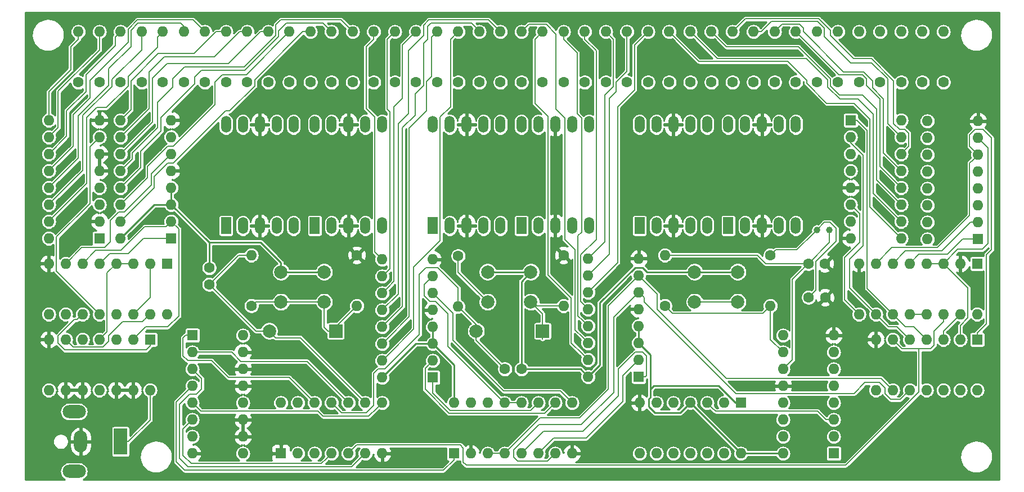
<source format=gbl>
G04 #@! TF.GenerationSoftware,KiCad,Pcbnew,(5.1.2-1)-1*
G04 #@! TF.CreationDate,2019-06-19T18:54:32-07:00*
G04 #@! TF.ProjectId,clock,636c6f63-6b2e-46b6-9963-61645f706362,v01*
G04 #@! TF.SameCoordinates,Original*
G04 #@! TF.FileFunction,Copper,L2,Bot*
G04 #@! TF.FilePolarity,Positive*
%FSLAX46Y46*%
G04 Gerber Fmt 4.6, Leading zero omitted, Abs format (unit mm)*
G04 Created by KiCad (PCBNEW (5.1.2-1)-1) date 2019-06-19 18:54:32*
%MOMM*%
%LPD*%
G04 APERTURE LIST*
%ADD10C,1.600000*%
%ADD11O,1.600000X1.600000*%
%ADD12R,1.600000X1.600000*%
%ADD13O,1.524000X2.524000*%
%ADD14R,1.524000X2.524000*%
%ADD15C,1.000000*%
%ADD16R,2.000000X2.000000*%
%ADD17C,2.000000*%
%ADD18O,3.500000X2.000000*%
%ADD19O,2.000000X3.300000*%
%ADD20R,2.000000X4.000000*%
%ADD21C,0.254000*%
%ADD22C,0.177800*%
%ADD23C,0.152400*%
G04 APERTURE END LIST*
D10*
X246507000Y-66802000D03*
D11*
X246507000Y-59182000D03*
X141732000Y-90297000D03*
X149352000Y-72517000D03*
X141732000Y-87757000D03*
X149352000Y-75057000D03*
X141732000Y-85217000D03*
X149352000Y-77597000D03*
X141732000Y-82677000D03*
X149352000Y-80137000D03*
X141732000Y-80137000D03*
X149352000Y-82677000D03*
X141732000Y-77597000D03*
X149352000Y-85217000D03*
X141732000Y-75057000D03*
X149352000Y-87757000D03*
X141732000Y-72517000D03*
D12*
X149352000Y-90297000D03*
D11*
X239522000Y-100457000D03*
D10*
X239522000Y-92837000D03*
D11*
X223647000Y-92837000D03*
D10*
X223647000Y-100457000D03*
X252857000Y-66802000D03*
D11*
X252857000Y-59182000D03*
X256032000Y-59182000D03*
D10*
X256032000Y-66802000D03*
D11*
X265557000Y-59182000D03*
D10*
X265557000Y-66802000D03*
D11*
X262382000Y-59182000D03*
D10*
X262382000Y-66802000D03*
D11*
X259207000Y-59182000D03*
D10*
X259207000Y-66802000D03*
D11*
X249682000Y-59182000D03*
D10*
X249682000Y-66802000D03*
X208407000Y-66802000D03*
D11*
X208407000Y-59182000D03*
X211582000Y-59182000D03*
D10*
X211582000Y-66802000D03*
X221107000Y-66802000D03*
D11*
X221107000Y-59182000D03*
X217932000Y-59182000D03*
D10*
X217932000Y-66802000D03*
X214757000Y-66802000D03*
D11*
X214757000Y-59182000D03*
X205232000Y-59182000D03*
D10*
X205232000Y-66802000D03*
X202057000Y-66802000D03*
D11*
X202057000Y-59182000D03*
D10*
X173482000Y-66802000D03*
D11*
X173482000Y-59182000D03*
X176657000Y-59182000D03*
D10*
X176657000Y-66802000D03*
X163957000Y-66802000D03*
D11*
X163957000Y-59182000D03*
X160782000Y-59182000D03*
D10*
X160782000Y-66802000D03*
X157607000Y-66802000D03*
D11*
X157607000Y-59182000D03*
X170307000Y-59182000D03*
D10*
X170307000Y-66802000D03*
X167132000Y-66802000D03*
D11*
X167132000Y-59182000D03*
D10*
X240157000Y-66802000D03*
D11*
X240157000Y-59182000D03*
X243332000Y-59182000D03*
D10*
X243332000Y-66802000D03*
X230632000Y-66802000D03*
D11*
X230632000Y-59182000D03*
X227457000Y-59182000D03*
D10*
X227457000Y-66802000D03*
X224282000Y-66802000D03*
D11*
X224282000Y-59182000D03*
X236982000Y-59182000D03*
D10*
X236982000Y-66802000D03*
X233807000Y-66802000D03*
D11*
X233807000Y-59182000D03*
X195707000Y-59182000D03*
D10*
X195707000Y-66802000D03*
X198882000Y-66802000D03*
D11*
X198882000Y-59182000D03*
X186182000Y-59182000D03*
D10*
X186182000Y-66802000D03*
X183007000Y-66802000D03*
D11*
X183007000Y-59182000D03*
X179832000Y-59182000D03*
D10*
X179832000Y-66802000D03*
X192532000Y-66802000D03*
D11*
X192532000Y-59182000D03*
D10*
X189357000Y-66802000D03*
D11*
X189357000Y-59182000D03*
X151257000Y-59182000D03*
D10*
X151257000Y-66802000D03*
X154432000Y-66802000D03*
D11*
X154432000Y-59182000D03*
D10*
X141732000Y-66802000D03*
D11*
X141732000Y-59182000D03*
X138557000Y-59182000D03*
D10*
X138557000Y-66802000D03*
X135382000Y-66802000D03*
D11*
X135382000Y-59182000D03*
X148082000Y-59182000D03*
D10*
X148082000Y-66802000D03*
D11*
X144907000Y-59182000D03*
D10*
X144907000Y-66802000D03*
D13*
X233172000Y-73152000D03*
X235712000Y-73152000D03*
X238252000Y-73152000D03*
X240792000Y-73152000D03*
X243332000Y-73152000D03*
X243332000Y-88392000D03*
X240792000Y-88392000D03*
X238252000Y-88392000D03*
X235712000Y-88392000D03*
D14*
X233172000Y-88392000D03*
X219837000Y-88392000D03*
D13*
X222377000Y-88392000D03*
X224917000Y-88392000D03*
X227457000Y-88392000D03*
X229997000Y-88392000D03*
X229997000Y-73152000D03*
X227457000Y-73152000D03*
X224917000Y-73152000D03*
X222377000Y-73152000D03*
X219837000Y-73152000D03*
X202057000Y-73152000D03*
X204597000Y-73152000D03*
X207137000Y-73152000D03*
X209677000Y-73152000D03*
X212217000Y-73152000D03*
X212217000Y-88392000D03*
X209677000Y-88392000D03*
X207137000Y-88392000D03*
X204597000Y-88392000D03*
D14*
X202057000Y-88392000D03*
X188722000Y-88392000D03*
D13*
X191262000Y-88392000D03*
X193802000Y-88392000D03*
X196342000Y-88392000D03*
X198882000Y-88392000D03*
X198882000Y-73152000D03*
X196342000Y-73152000D03*
X193802000Y-73152000D03*
X191262000Y-73152000D03*
X188722000Y-73152000D03*
D14*
X170942000Y-88392000D03*
D13*
X173482000Y-88392000D03*
X176022000Y-88392000D03*
X178562000Y-88392000D03*
X181102000Y-88392000D03*
X181102000Y-73152000D03*
X178562000Y-73152000D03*
X176022000Y-73152000D03*
X173482000Y-73152000D03*
X170942000Y-73152000D03*
X157607000Y-73152000D03*
X160147000Y-73152000D03*
X162687000Y-73152000D03*
X165227000Y-73152000D03*
X167767000Y-73152000D03*
X167767000Y-88392000D03*
X165227000Y-88392000D03*
X162687000Y-88392000D03*
X160147000Y-88392000D03*
D14*
X157607000Y-88392000D03*
D15*
X246512000Y-89027000D03*
X248412000Y-89027000D03*
D11*
X241427000Y-122682000D03*
X249047000Y-104902000D03*
X241427000Y-120142000D03*
X249047000Y-107442000D03*
X241427000Y-117602000D03*
X249047000Y-109982000D03*
X241427000Y-115062000D03*
X249047000Y-112522000D03*
X241427000Y-112522000D03*
X249047000Y-115062000D03*
X241427000Y-109982000D03*
X249047000Y-117602000D03*
X241427000Y-107442000D03*
X249047000Y-120142000D03*
X241427000Y-104902000D03*
D12*
X249047000Y-122682000D03*
D11*
X235077000Y-122682000D03*
X219837000Y-115062000D03*
X232537000Y-122682000D03*
X222377000Y-115062000D03*
X229997000Y-122682000D03*
X224917000Y-115062000D03*
X227457000Y-122682000D03*
X227457000Y-115062000D03*
X224917000Y-122682000D03*
X229997000Y-115062000D03*
X222377000Y-122682000D03*
X232537000Y-115062000D03*
X219837000Y-122682000D03*
D12*
X235077000Y-115062000D03*
X270637000Y-94107000D03*
D11*
X252857000Y-101727000D03*
X268097000Y-94107000D03*
X255397000Y-101727000D03*
X265557000Y-94107000D03*
X257937000Y-101727000D03*
X263017000Y-94107000D03*
X260477000Y-101727000D03*
X260477000Y-94107000D03*
X263017000Y-101727000D03*
X257937000Y-94107000D03*
X265557000Y-101727000D03*
X255397000Y-94107000D03*
X268097000Y-101727000D03*
X252857000Y-94107000D03*
X270637000Y-101727000D03*
D12*
X270637000Y-105537000D03*
D11*
X255397000Y-113157000D03*
X268097000Y-105537000D03*
X257937000Y-113157000D03*
X265557000Y-105537000D03*
X260477000Y-113157000D03*
X263017000Y-105537000D03*
X263017000Y-113157000D03*
X260477000Y-105537000D03*
X265557000Y-113157000D03*
X257937000Y-105537000D03*
X268097000Y-113157000D03*
X255397000Y-105537000D03*
X270637000Y-113157000D03*
X191897000Y-115062000D03*
X209677000Y-122682000D03*
X194437000Y-115062000D03*
X207137000Y-122682000D03*
X196977000Y-115062000D03*
X204597000Y-122682000D03*
X199517000Y-115062000D03*
X202057000Y-122682000D03*
X202057000Y-115062000D03*
X199517000Y-122682000D03*
X204597000Y-115062000D03*
X196977000Y-122682000D03*
X207137000Y-115062000D03*
X194437000Y-122682000D03*
X209677000Y-115062000D03*
D12*
X191897000Y-122682000D03*
D11*
X146177000Y-113157000D03*
X130937000Y-105537000D03*
X143637000Y-113157000D03*
X133477000Y-105537000D03*
X141097000Y-113157000D03*
X136017000Y-105537000D03*
X138557000Y-113157000D03*
X138557000Y-105537000D03*
X136017000Y-113157000D03*
X141097000Y-105537000D03*
X133477000Y-113157000D03*
X143637000Y-105537000D03*
X130937000Y-113157000D03*
D12*
X146177000Y-105537000D03*
X148717000Y-94107000D03*
D11*
X130937000Y-101727000D03*
X146177000Y-94107000D03*
X133477000Y-101727000D03*
X143637000Y-94107000D03*
X136017000Y-101727000D03*
X141097000Y-94107000D03*
X138557000Y-101727000D03*
X138557000Y-94107000D03*
X141097000Y-101727000D03*
X136017000Y-94107000D03*
X143637000Y-101727000D03*
X133477000Y-94107000D03*
X146177000Y-101727000D03*
X130937000Y-94107000D03*
X148717000Y-101727000D03*
X263144000Y-90424000D03*
X270764000Y-72644000D03*
X263144000Y-87884000D03*
X270764000Y-75184000D03*
X263144000Y-85344000D03*
X270764000Y-77724000D03*
X263144000Y-82804000D03*
X270764000Y-80264000D03*
X263144000Y-80264000D03*
X270764000Y-82804000D03*
X263144000Y-77724000D03*
X270764000Y-85344000D03*
X263144000Y-75184000D03*
X270764000Y-87884000D03*
X263144000Y-72644000D03*
D12*
X270764000Y-90424000D03*
X219710000Y-111125000D03*
D11*
X212090000Y-93345000D03*
X219710000Y-108585000D03*
X212090000Y-95885000D03*
X219710000Y-106045000D03*
X212090000Y-98425000D03*
X219710000Y-103505000D03*
X212090000Y-100965000D03*
X219710000Y-100965000D03*
X212090000Y-103505000D03*
X219710000Y-98425000D03*
X212090000Y-106045000D03*
X219710000Y-95885000D03*
X212090000Y-108585000D03*
X219710000Y-93345000D03*
X212090000Y-111125000D03*
D12*
X251587000Y-72517000D03*
D11*
X259207000Y-90297000D03*
X251587000Y-75057000D03*
X259207000Y-87757000D03*
X251587000Y-77597000D03*
X259207000Y-85217000D03*
X251587000Y-80137000D03*
X259207000Y-82677000D03*
X251587000Y-82677000D03*
X259207000Y-80137000D03*
X251587000Y-85217000D03*
X259207000Y-77597000D03*
X251587000Y-87757000D03*
X259207000Y-75057000D03*
X251587000Y-90297000D03*
X259207000Y-72517000D03*
X181102000Y-111252000D03*
X188722000Y-93472000D03*
X181102000Y-108712000D03*
X188722000Y-96012000D03*
X181102000Y-106172000D03*
X188722000Y-98552000D03*
X181102000Y-103632000D03*
X188722000Y-101092000D03*
X181102000Y-101092000D03*
X188722000Y-103632000D03*
X181102000Y-98552000D03*
X188722000Y-106172000D03*
X181102000Y-96012000D03*
X188722000Y-108712000D03*
X181102000Y-93472000D03*
D12*
X188722000Y-111252000D03*
X138557000Y-90297000D03*
D11*
X130937000Y-72517000D03*
X138557000Y-87757000D03*
X130937000Y-75057000D03*
X138557000Y-85217000D03*
X130937000Y-77597000D03*
X138557000Y-82677000D03*
X130937000Y-80137000D03*
X138557000Y-80137000D03*
X130937000Y-82677000D03*
X138557000Y-77597000D03*
X130937000Y-85217000D03*
X138557000Y-75057000D03*
X130937000Y-87757000D03*
X138557000Y-72517000D03*
X130937000Y-90297000D03*
D16*
X174117000Y-104267000D03*
D17*
X164117000Y-104267000D03*
X195232000Y-104267000D03*
D16*
X205232000Y-104267000D03*
D11*
X161417000Y-92837000D03*
D10*
X161417000Y-100457000D03*
D11*
X192532000Y-100584000D03*
D10*
X192532000Y-92964000D03*
X177292000Y-92837000D03*
D11*
X177292000Y-100457000D03*
D10*
X208407000Y-92837000D03*
D11*
X208407000Y-100457000D03*
D17*
X172362000Y-95377000D03*
X172362000Y-99877000D03*
X165862000Y-95377000D03*
X165862000Y-99877000D03*
X203477000Y-95377000D03*
X203477000Y-99877000D03*
X196977000Y-95377000D03*
X196977000Y-99877000D03*
X228092000Y-99877000D03*
X228092000Y-95377000D03*
X234592000Y-99877000D03*
X234592000Y-95377000D03*
D11*
X165862000Y-115062000D03*
X181102000Y-122682000D03*
X168402000Y-115062000D03*
X178562000Y-122682000D03*
X170942000Y-115062000D03*
X176022000Y-122682000D03*
X173482000Y-115062000D03*
X173482000Y-122682000D03*
X176022000Y-115062000D03*
X170942000Y-122682000D03*
X178562000Y-115062000D03*
X168402000Y-122682000D03*
X181102000Y-115062000D03*
D12*
X165862000Y-122682000D03*
D11*
X160147000Y-104902000D03*
X152527000Y-122682000D03*
X160147000Y-107442000D03*
X152527000Y-120142000D03*
X160147000Y-109982000D03*
X152527000Y-117602000D03*
X160147000Y-112522000D03*
X152527000Y-115062000D03*
X160147000Y-115062000D03*
X152527000Y-112522000D03*
X160147000Y-117602000D03*
X152527000Y-109982000D03*
X160147000Y-120142000D03*
X152527000Y-107442000D03*
X160147000Y-122682000D03*
D12*
X152527000Y-104902000D03*
D10*
X247777000Y-99187000D03*
X245277000Y-99187000D03*
X247737000Y-94107000D03*
X245237000Y-94107000D03*
X155067000Y-97242000D03*
X155067000Y-94742000D03*
X202057000Y-109982000D03*
X199557000Y-109982000D03*
D18*
X134732000Y-125404000D03*
X134732000Y-116404000D03*
D19*
X135732000Y-120904000D03*
D20*
X141732000Y-120904000D03*
D21*
X138557000Y-78728370D02*
X138557000Y-80137000D01*
X138557000Y-77597000D02*
X138557000Y-78728370D01*
D22*
X246012001Y-89526999D02*
X246512000Y-89027000D01*
X240321999Y-92037001D02*
X243501999Y-92037001D01*
X243501999Y-92037001D02*
X246012001Y-89526999D01*
X239522000Y-92837000D02*
X240321999Y-92037001D01*
X246380000Y-98084000D02*
X245277000Y-99187000D01*
X246380000Y-93772506D02*
X246380000Y-98084000D01*
X249428000Y-88795506D02*
X249428000Y-90724506D01*
X249428000Y-90724506D02*
X246380000Y-93772506D01*
X247655000Y-87884000D02*
X248516494Y-87884000D01*
X248516494Y-87884000D02*
X249428000Y-88795506D01*
X246512000Y-89027000D02*
X247655000Y-87884000D01*
X248412000Y-90932000D02*
X248412000Y-89027000D01*
X245237000Y-94107000D02*
X248412000Y-90932000D01*
X224778370Y-92837000D02*
X223647000Y-92837000D01*
X237596753Y-92837000D02*
X224778370Y-92837000D01*
X238866753Y-94107000D02*
X237596753Y-92837000D01*
X245237000Y-94107000D02*
X238866753Y-94107000D01*
X244437001Y-94906999D02*
X245237000Y-94107000D01*
X242824000Y-96520000D02*
X244437001Y-94906999D01*
X242824000Y-108585000D02*
X242824000Y-96520000D01*
X241427000Y-109982000D02*
X242824000Y-108585000D01*
X224790000Y-101600000D02*
X223647000Y-100457000D01*
X238379000Y-101600000D02*
X224790000Y-101600000D01*
X239522000Y-100457000D02*
X238379000Y-101600000D01*
X239522000Y-105537000D02*
X239522000Y-100457000D01*
X241427000Y-107442000D02*
X239522000Y-105537000D01*
D23*
X210553390Y-101968390D02*
X211290001Y-102705001D01*
X211290001Y-102705001D02*
X212090000Y-103505000D01*
X210553390Y-89915808D02*
X210553390Y-101968390D01*
X211124790Y-89344408D02*
X210553390Y-89915808D01*
X211124790Y-72186790D02*
X211124790Y-89344408D01*
X210451799Y-71513799D02*
X211124790Y-72186790D01*
X208407000Y-60313370D02*
X210451799Y-62358169D01*
X210451799Y-62358169D02*
X210451799Y-71513799D01*
X208407000Y-59182000D02*
X208407000Y-60313370D01*
X210959799Y-99834799D02*
X211290001Y-100165001D01*
X213309210Y-90453092D02*
X210959799Y-92802503D01*
X213309210Y-62040580D02*
X213309210Y-90453092D01*
X211290001Y-100165001D02*
X212090000Y-100965000D01*
X211582000Y-60313370D02*
X213309210Y-62040580D01*
X210959799Y-92802503D02*
X210959799Y-99834799D01*
X211582000Y-59182000D02*
X211582000Y-60313370D01*
X216535000Y-93980000D02*
X212889999Y-97625001D01*
X216535000Y-70485000D02*
X216535000Y-93980000D01*
X219062201Y-67957799D02*
X216535000Y-70485000D01*
X212889999Y-97625001D02*
X212090000Y-98425000D01*
X219062201Y-61226799D02*
X219062201Y-67957799D01*
X221107000Y-59182000D02*
X219062201Y-61226799D01*
X215265000Y-92710000D02*
X212889999Y-95085001D01*
X216293611Y-66767691D02*
X216293611Y-68186389D01*
X216293611Y-68186389D02*
X215265000Y-69215000D01*
X212889999Y-95085001D02*
X212090000Y-95885000D01*
X215265000Y-69215000D02*
X215265000Y-92710000D01*
X217932000Y-65129302D02*
X216293611Y-66767691D01*
X217932000Y-59182000D02*
X217932000Y-65129302D01*
X214630000Y-90805000D02*
X212090000Y-93345000D01*
X214630000Y-68694382D02*
X214630000Y-90805000D01*
X215887201Y-67437181D02*
X214630000Y-68694382D01*
X215887201Y-60312201D02*
X215887201Y-67437181D01*
X214757000Y-59182000D02*
X215887201Y-60312201D01*
D22*
X209549901Y-106044901D02*
X211290001Y-107785001D01*
X205232000Y-59182000D02*
X204089099Y-60324901D01*
X206032090Y-95796090D02*
X209549901Y-99313901D01*
X204089099Y-60324901D02*
X204089099Y-69977099D01*
X206032090Y-71920090D02*
X206032090Y-95796090D01*
X211290001Y-107785001D02*
X212090000Y-108585000D01*
X209549901Y-99313901D02*
X209549901Y-106044901D01*
X204089099Y-69977099D02*
X206032090Y-71920090D01*
D23*
X210146980Y-92036980D02*
X210146980Y-104101980D01*
X208584790Y-90474790D02*
X210146980Y-92036980D01*
X207276799Y-70878799D02*
X208584790Y-72186790D01*
X211290001Y-105245001D02*
X212090000Y-106045000D01*
X207276799Y-59554101D02*
X207276799Y-70878799D01*
X205774497Y-58051799D02*
X207276799Y-59554101D01*
X208584790Y-72186790D02*
X208584790Y-90474790D01*
X203187201Y-58051799D02*
X205774497Y-58051799D01*
X210146980Y-104101980D02*
X211290001Y-105245001D01*
X202057000Y-59182000D02*
X203187201Y-58051799D01*
D22*
X142531999Y-81877001D02*
X141732000Y-82677000D01*
X144780000Y-79629000D02*
X142531999Y-81877001D01*
X165531711Y-59090795D02*
X165531711Y-59909454D01*
X147828000Y-72136000D02*
X147828000Y-74168000D01*
X166710506Y-57912000D02*
X165531711Y-59090795D01*
X160417165Y-65024000D02*
X153924000Y-65024000D01*
X144780000Y-77216000D02*
X144780000Y-79629000D01*
X152908000Y-66040000D02*
X152908000Y-67056000D01*
X165531711Y-59909454D02*
X160417165Y-65024000D01*
X147828000Y-74168000D02*
X144780000Y-77216000D01*
X152908000Y-67056000D02*
X147828000Y-72136000D01*
X153924000Y-65024000D02*
X152908000Y-66040000D01*
X172212000Y-57912000D02*
X166710506Y-57912000D01*
X173482000Y-59182000D02*
X172212000Y-57912000D01*
X142531999Y-79337001D02*
X141732000Y-80137000D01*
X143510000Y-78359000D02*
X142531999Y-79337001D01*
X143510000Y-77470000D02*
X143510000Y-78359000D01*
X147307835Y-73672165D02*
X143510000Y-77470000D01*
X176657000Y-59182000D02*
X174879000Y-57404000D01*
X149606000Y-66294000D02*
X149606000Y-67564000D01*
X151384000Y-64516000D02*
X149606000Y-66294000D01*
X147307835Y-69862165D02*
X147307835Y-73672165D01*
X149606000Y-67564000D02*
X147307835Y-69862165D01*
X165099901Y-59730593D02*
X160314494Y-64516000D01*
X160314494Y-64516000D02*
X151384000Y-64516000D01*
X165862000Y-57404000D02*
X165099901Y-58166099D01*
X165099901Y-58166099D02*
X165099901Y-59730593D01*
X174879000Y-57404000D02*
X165862000Y-57404000D01*
X142531999Y-76797001D02*
X141732000Y-77597000D01*
X146558000Y-72771000D02*
X142531999Y-76797001D01*
X163957000Y-59182000D02*
X162825630Y-59182000D01*
X148760253Y-64008000D02*
X146558000Y-66210253D01*
X157999630Y-64008000D02*
X148760253Y-64008000D01*
X146558000Y-66210253D02*
X146558000Y-72771000D01*
X162825630Y-59182000D02*
X157999630Y-64008000D01*
X159650630Y-59182000D02*
X155840630Y-62992000D01*
X160782000Y-59182000D02*
X159650630Y-59182000D01*
X155840630Y-62992000D02*
X148336000Y-62992000D01*
X142531999Y-74257001D02*
X141732000Y-75057000D01*
X146049901Y-65278099D02*
X146049901Y-70739099D01*
X146049901Y-70739099D02*
X142531999Y-74257001D01*
X148336000Y-62992000D02*
X146049901Y-65278099D01*
X142531999Y-71717001D02*
X141732000Y-72517000D01*
X143306711Y-70942289D02*
X142531999Y-71717001D01*
X152821494Y-62484000D02*
X147422670Y-62484000D01*
X143306711Y-66599959D02*
X143306711Y-70942289D01*
X156123494Y-59182000D02*
X152821494Y-62484000D01*
X147422670Y-62484000D02*
X143306711Y-66599959D01*
X157607000Y-59182000D02*
X156123494Y-59182000D01*
X146812000Y-82677000D02*
X142531999Y-86957001D01*
X148803506Y-78994000D02*
X146812000Y-80985506D01*
X157520494Y-71120000D02*
X149646494Y-78994000D01*
X161924901Y-67350593D02*
X158155494Y-71120000D01*
X142531999Y-86957001D02*
X141732000Y-87757000D01*
X161924901Y-66432729D02*
X161924901Y-67350593D01*
X169175630Y-59182000D02*
X161924901Y-66432729D01*
X146812000Y-80985506D02*
X146812000Y-82677000D01*
X149646494Y-78994000D02*
X148803506Y-78994000D01*
X158155494Y-71120000D02*
X157520494Y-71120000D01*
X170307000Y-59182000D02*
X169175630Y-59182000D01*
X145796000Y-81153000D02*
X142531999Y-84417001D01*
X155956000Y-70144494D02*
X149646395Y-76454099D01*
X145796000Y-79458747D02*
X145796000Y-81153000D01*
X148206340Y-77048407D02*
X145796000Y-79458747D01*
X155956000Y-66761506D02*
X155956000Y-70144494D01*
X148209099Y-77048407D02*
X148206340Y-77048407D01*
X149646395Y-76454099D02*
X148803407Y-76454099D01*
X142531999Y-84417001D02*
X141732000Y-85217000D01*
X167132000Y-59182000D02*
X160654901Y-65659099D01*
X157058407Y-65659099D02*
X155956000Y-66761506D01*
X148803407Y-76454099D02*
X148209099Y-77048407D01*
X160654901Y-65659099D02*
X157058407Y-65659099D01*
D23*
X256540000Y-69275250D02*
X256540000Y-77470000D01*
X254901799Y-67637049D02*
X256540000Y-69275250D01*
X254901799Y-66599351D02*
X254901799Y-67637049D01*
X256540000Y-77470000D02*
X259207000Y-80137000D01*
X253567837Y-65265389D02*
X254901799Y-66599351D01*
X250545591Y-65265390D02*
X253567837Y-65265389D01*
X240157000Y-59182000D02*
X241287201Y-58051799D01*
X244462201Y-58639503D02*
X244462201Y-59182000D01*
X244462201Y-59182000D02*
X250545591Y-65265390D01*
X241287201Y-58051799D02*
X243874497Y-58051799D01*
X243874497Y-58051799D02*
X244462201Y-58639503D01*
X256032000Y-79502000D02*
X258407001Y-81877001D01*
X256032000Y-69342000D02*
X256032000Y-79502000D01*
X258407001Y-81877001D02*
X259207000Y-82677000D01*
X253399497Y-65671799D02*
X253987201Y-66259503D01*
X253987201Y-67297201D02*
X256032000Y-69342000D01*
X253987201Y-66259503D02*
X253987201Y-67297201D01*
X249821799Y-65671799D02*
X253399497Y-65671799D01*
X243332000Y-59182000D02*
X249821799Y-65671799D01*
X255524000Y-81534000D02*
X258407001Y-84417001D01*
X253365000Y-68707000D02*
X255524000Y-70866000D01*
X258407001Y-84417001D02*
X259207000Y-85217000D01*
X248551799Y-66259503D02*
X248551799Y-67344497D01*
X243760296Y-61468000D02*
X248551799Y-66259503D01*
X255524000Y-70866000D02*
X255524000Y-81534000D01*
X248551799Y-67344497D02*
X249914302Y-68707000D01*
X249914302Y-68707000D02*
X253365000Y-68707000D01*
X232918000Y-61468000D02*
X243760296Y-61468000D01*
X230632000Y-59182000D02*
X232918000Y-61468000D01*
X255016000Y-71628000D02*
X255016000Y-83566000D01*
X249974552Y-69342000D02*
X252730000Y-69342000D01*
X258407001Y-86957001D02*
X259207000Y-87757000D01*
X248145390Y-67512838D02*
X249974552Y-69342000D01*
X244963546Y-63246000D02*
X248145389Y-66427843D01*
X248145389Y-66427843D02*
X248145390Y-67512838D01*
X231521000Y-63246000D02*
X244963546Y-63246000D01*
X255016000Y-83566000D02*
X258407001Y-86957001D01*
X252730000Y-69342000D02*
X255016000Y-71628000D01*
X227457000Y-59182000D02*
X231521000Y-63246000D01*
X258407001Y-89497001D02*
X259207000Y-90297000D01*
X254508000Y-85598000D02*
X258407001Y-89497001D01*
X254508000Y-72390000D02*
X254508000Y-85598000D01*
X244983000Y-66548000D02*
X244983000Y-66950698D01*
X252095000Y-69977000D02*
X254508000Y-72390000D01*
X248009302Y-69977000D02*
X252095000Y-69977000D01*
X242087410Y-63652410D02*
X244983000Y-66548000D01*
X228752410Y-63652410D02*
X242087410Y-63652410D01*
X244983000Y-66950698D02*
X248009302Y-69977000D01*
X224282000Y-59182000D02*
X228752410Y-63652410D01*
X247637201Y-59931201D02*
X251587000Y-63881000D01*
X247637201Y-58639503D02*
X247637201Y-59931201D01*
X254783698Y-63881000D02*
X257175000Y-66272302D01*
X246643087Y-57645389D02*
X247637201Y-58639503D01*
X257175000Y-66272302D02*
X257175000Y-73025000D01*
X238113370Y-59182000D02*
X239649981Y-57645389D01*
X251587000Y-63881000D02*
X254783698Y-63881000D01*
X239649981Y-57645389D02*
X246643087Y-57645389D01*
X257175000Y-73025000D02*
X259207000Y-75057000D01*
X236982000Y-59182000D02*
X238113370Y-59182000D01*
X248551799Y-59724497D02*
X252073302Y-63246000D01*
X248551799Y-58979351D02*
X248551799Y-59724497D01*
X246811428Y-57238980D02*
X248551799Y-58979351D01*
X235750021Y-57238979D02*
X246811428Y-57238980D01*
X233807000Y-59182000D02*
X235750021Y-57238979D01*
X260337201Y-74514503D02*
X260337201Y-76466799D01*
X258944101Y-73926799D02*
X259749497Y-73926799D01*
X258076799Y-73059497D02*
X258944101Y-73926799D01*
X260006999Y-76797001D02*
X259207000Y-77597000D01*
X258076799Y-66599351D02*
X258076799Y-73059497D01*
X260337201Y-76466799D02*
X260006999Y-76797001D01*
X259749497Y-73926799D02*
X260337201Y-74514503D01*
X254723448Y-63246000D02*
X258076799Y-66599351D01*
X252073302Y-63246000D02*
X254723448Y-63246000D01*
D22*
X184150000Y-100584000D02*
X181102000Y-103632000D01*
X184150000Y-73660000D02*
X184150000Y-100584000D01*
X187325000Y-67310000D02*
X186055000Y-68580000D01*
X186055000Y-68580000D02*
X186055000Y-71755000D01*
X187325000Y-60960000D02*
X187325000Y-67310000D01*
X187960000Y-58420000D02*
X187960000Y-60325000D01*
X188468000Y-57912000D02*
X187960000Y-58420000D01*
X187960000Y-60325000D02*
X187325000Y-60960000D01*
X194564000Y-57912000D02*
X188468000Y-57912000D01*
X195707000Y-59055000D02*
X194564000Y-57912000D01*
X186055000Y-71755000D02*
X184150000Y-73660000D01*
X195707000Y-59182000D02*
X195707000Y-59055000D01*
X183515000Y-98679000D02*
X181102000Y-101092000D01*
X183515000Y-73025000D02*
X183515000Y-98679000D01*
X185039099Y-71500901D02*
X183515000Y-73025000D01*
X187324901Y-58221516D02*
X187324901Y-59730593D01*
X188142417Y-57404000D02*
X187324901Y-58221516D01*
X197104000Y-57404000D02*
X188142417Y-57404000D01*
X185039099Y-62016395D02*
X185039099Y-71500901D01*
X187324901Y-59730593D02*
X185039099Y-62016395D01*
X198882000Y-59182000D02*
X197104000Y-57404000D01*
X181901999Y-97752001D02*
X181102000Y-98552000D01*
X182880000Y-96774000D02*
X181901999Y-97752001D01*
X182880000Y-70485000D02*
X182880000Y-96774000D01*
X184149901Y-69215099D02*
X182880000Y-70485000D01*
X184149901Y-61214099D02*
X184149901Y-69215099D01*
X186182000Y-59182000D02*
X184149901Y-61214099D01*
X183007000Y-59182000D02*
X181864099Y-60324901D01*
X181864099Y-70866099D02*
X182244901Y-71246901D01*
X181864099Y-60324901D02*
X181864099Y-70866099D01*
X182244901Y-94869099D02*
X181901999Y-95212001D01*
X181901999Y-95212001D02*
X181102000Y-96012000D01*
X182244901Y-71246901D02*
X182244901Y-94869099D01*
X179997090Y-92367090D02*
X180302001Y-92672001D01*
X178689099Y-70739099D02*
X179997090Y-72047090D01*
X178689099Y-61456271D02*
X178689099Y-70739099D01*
X180302001Y-92672001D02*
X181102000Y-93472000D01*
X179997090Y-72047090D02*
X179997090Y-92367090D01*
X179832000Y-60313370D02*
X178689099Y-61456271D01*
X179832000Y-59182000D02*
X179832000Y-60313370D01*
X181901999Y-107912001D02*
X181102000Y-108712000D01*
X185851810Y-103962190D02*
X181901999Y-107912001D01*
X192532000Y-59182000D02*
X191389099Y-60324901D01*
X191389099Y-60324901D02*
X191389099Y-70469612D01*
X189826910Y-90675596D02*
X185851810Y-94650696D01*
X185851810Y-94650696D02*
X185851810Y-103962190D01*
X189826910Y-72031801D02*
X189826910Y-90675596D01*
X191389099Y-70469612D02*
X189826910Y-72031801D01*
X181901999Y-105372001D02*
X181102000Y-106172000D01*
X185166000Y-102108000D02*
X181901999Y-105372001D01*
X185166000Y-73711335D02*
X185166000Y-102108000D01*
X187756810Y-71120525D02*
X185166000Y-73711335D01*
X187756810Y-66710696D02*
X187756810Y-71120525D01*
X188557001Y-59981999D02*
X188557001Y-65910505D01*
X188557001Y-65910505D02*
X187756810Y-66710696D01*
X189357000Y-59182000D02*
X188557001Y-59981999D01*
X131736999Y-81877001D02*
X130937000Y-82677000D01*
X135382000Y-78232000D02*
X131736999Y-81877001D01*
X135382000Y-71882000D02*
X135382000Y-78232000D01*
X139954000Y-64770000D02*
X139954000Y-67310000D01*
X143306711Y-61417289D02*
X139954000Y-64770000D01*
X143306711Y-58979959D02*
X143306711Y-61417289D01*
X151257000Y-59182000D02*
X151257000Y-58425815D01*
X150743185Y-57912000D02*
X144374670Y-57912000D01*
X139954000Y-67310000D02*
X135382000Y-71882000D01*
X151257000Y-58425815D02*
X150743185Y-57912000D01*
X144374670Y-57912000D02*
X143306711Y-58979959D01*
X131736999Y-79337001D02*
X130937000Y-80137000D01*
X134620000Y-76454000D02*
X131736999Y-79337001D01*
X134620000Y-71729426D02*
X134620000Y-76454000D01*
X137160000Y-69189426D02*
X134620000Y-71729426D01*
X137160000Y-66507506D02*
X137160000Y-69189426D01*
X142874901Y-60792605D02*
X137160000Y-66507506D01*
X142874901Y-58801099D02*
X142874901Y-60792605D01*
X144272000Y-57404000D02*
X142874901Y-58801099D01*
X152654000Y-57404000D02*
X144272000Y-57404000D01*
X154432000Y-59182000D02*
X152654000Y-57404000D01*
X133604000Y-71120000D02*
X133604000Y-74930000D01*
X136524901Y-68199099D02*
X133604000Y-71120000D01*
X136524901Y-65659099D02*
X136524901Y-68199099D01*
X133604000Y-74930000D02*
X130937000Y-77597000D01*
X140932001Y-61251999D02*
X136524901Y-65659099D01*
X140932001Y-59981999D02*
X140932001Y-61251999D01*
X141732000Y-59182000D02*
X140932001Y-59981999D01*
X131736999Y-74257001D02*
X130937000Y-75057000D01*
X132334000Y-73660000D02*
X131736999Y-74257001D01*
X138557000Y-61935506D02*
X132334000Y-68158506D01*
X132334000Y-68158506D02*
X132334000Y-73660000D01*
X138557000Y-59182000D02*
X138557000Y-61935506D01*
X134239099Y-64896901D02*
X130937000Y-68199000D01*
X134239099Y-61456271D02*
X134239099Y-64896901D01*
X130937000Y-68199000D02*
X130937000Y-72517000D01*
X135382000Y-60313370D02*
X134239099Y-61456271D01*
X135382000Y-59182000D02*
X135382000Y-60313370D01*
X136652000Y-82042000D02*
X131736999Y-86957001D01*
X136652000Y-72136000D02*
X136652000Y-82042000D01*
X138176000Y-70612000D02*
X136652000Y-72136000D01*
X139613494Y-70612000D02*
X138176000Y-70612000D01*
X142874901Y-67350593D02*
X139613494Y-70612000D01*
X147282001Y-61505999D02*
X142874901Y-65913099D01*
X131736999Y-86957001D02*
X130937000Y-87757000D01*
X147282001Y-59981999D02*
X147282001Y-61505999D01*
X142874901Y-65913099D02*
X142874901Y-67350593D01*
X148082000Y-59182000D02*
X147282001Y-59981999D01*
X136067810Y-80086190D02*
X131736999Y-84417001D01*
X140462000Y-67412670D02*
X136067810Y-71806860D01*
X140462000Y-66380506D02*
X140462000Y-67412670D01*
X136067810Y-71806860D02*
X136067810Y-80086190D01*
X131736999Y-84417001D02*
X130937000Y-85217000D01*
X144907000Y-61935506D02*
X140462000Y-66380506D01*
X144907000Y-59182000D02*
X144907000Y-61935506D01*
D21*
X149352000Y-82677000D02*
X149352000Y-85217000D01*
X146812000Y-85217000D02*
X141732000Y-90297000D01*
X149352000Y-85217000D02*
X146812000Y-85217000D01*
X149352000Y-85217000D02*
X155067000Y-90932000D01*
X155067000Y-90932000D02*
X155067000Y-94742000D01*
X162831213Y-90932000D02*
X155067000Y-90932000D01*
X165862000Y-93962787D02*
X162831213Y-90932000D01*
X165862000Y-95377000D02*
X165862000Y-93962787D01*
X188722000Y-103632000D02*
X188722000Y-106172000D01*
X186182000Y-106172000D02*
X188722000Y-106172000D01*
X181102000Y-111252000D02*
X186182000Y-106172000D01*
X203477000Y-95377000D02*
X196977000Y-95377000D01*
X172362000Y-95377000D02*
X165862000Y-95377000D01*
X233177787Y-95377000D02*
X228092000Y-95377000D01*
X234592000Y-95377000D02*
X233177787Y-95377000D01*
X210947000Y-109982000D02*
X212090000Y-111125000D01*
X202057000Y-109982000D02*
X210947000Y-109982000D01*
X212889999Y-110325001D02*
X212090000Y-111125000D01*
X213868000Y-109347000D02*
X212889999Y-110325001D01*
X220949882Y-95377000D02*
X220276881Y-94703999D01*
X219143119Y-94703999D02*
X213868000Y-99979118D01*
X220276881Y-94703999D02*
X219143119Y-94703999D01*
X213868000Y-99979118D02*
X213868000Y-109347000D01*
X228092000Y-95377000D02*
X220949882Y-95377000D01*
X202057000Y-96797000D02*
X202057000Y-109982000D01*
X203477000Y-95377000D02*
X202057000Y-96797000D01*
X241427000Y-122682000D02*
X235077000Y-122682000D01*
X219710000Y-103505000D02*
X219710000Y-106045000D01*
X219710000Y-106045000D02*
X221488000Y-107823000D01*
X221488000Y-107823000D02*
X221488000Y-113030000D01*
X221996000Y-112522000D02*
X221488000Y-113030000D01*
X231744882Y-112522000D02*
X221996000Y-112522000D01*
X234284882Y-115062000D02*
X231744882Y-112522000D01*
X235077000Y-115062000D02*
X234284882Y-115062000D01*
X226657001Y-115861999D02*
X227457000Y-115062000D01*
X225933000Y-116586000D02*
X226657001Y-115861999D01*
X221195999Y-115628881D02*
X222153118Y-116586000D01*
X221195999Y-114495119D02*
X221195999Y-115628881D01*
X221488000Y-114203118D02*
X221195999Y-114495119D01*
X222153118Y-116586000D02*
X225933000Y-116586000D01*
X221488000Y-113030000D02*
X221488000Y-114203118D01*
X191897000Y-113930630D02*
X191897000Y-115062000D01*
X191897000Y-109347000D02*
X191897000Y-113930630D01*
X188722000Y-106172000D02*
X191897000Y-109347000D01*
X227457000Y-115062000D02*
X235077000Y-122682000D01*
D22*
X146177000Y-117636800D02*
X142909800Y-120904000D01*
X142909800Y-120904000D02*
X141732000Y-120904000D01*
X146177000Y-113157000D02*
X146177000Y-117636800D01*
X230796999Y-115861999D02*
X229997000Y-115062000D01*
X231267000Y-116332000D02*
X230796999Y-115861999D01*
X246645630Y-116332000D02*
X231267000Y-116332000D01*
X247915630Y-117602000D02*
X246645630Y-116332000D01*
X249047000Y-117602000D02*
X247915630Y-117602000D01*
X264148370Y-94107000D02*
X265557000Y-94107000D01*
X263017000Y-94107000D02*
X264148370Y-94107000D01*
X271563999Y-75983999D02*
X270764000Y-75184000D01*
X271457222Y-91948000D02*
X272288000Y-91117222D01*
X272288000Y-91117222D02*
X272288000Y-76708000D01*
X272288000Y-76708000D02*
X271563999Y-75983999D01*
X267716000Y-91948000D02*
X271457222Y-91948000D01*
X265557000Y-94107000D02*
X267716000Y-91948000D01*
X266356999Y-94906999D02*
X265557000Y-94107000D01*
X269239901Y-97789901D02*
X266356999Y-94906999D01*
X269239901Y-102275593D02*
X269239901Y-97789901D01*
X268097000Y-103418494D02*
X269239901Y-102275593D01*
X268097000Y-105537000D02*
X268097000Y-103418494D01*
X269786200Y-90424000D02*
X270764000Y-90424000D01*
X268478000Y-90424000D02*
X269786200Y-90424000D01*
X266192000Y-92710000D02*
X268478000Y-90424000D01*
X261874000Y-92710000D02*
X266192000Y-92710000D01*
X260477000Y-94107000D02*
X261874000Y-92710000D01*
X269632630Y-87884000D02*
X270764000Y-87884000D01*
X265314630Y-92202000D02*
X269632630Y-87884000D01*
X259842000Y-92202000D02*
X265314630Y-92202000D01*
X257937000Y-94107000D02*
X259842000Y-92202000D01*
X269964001Y-78523999D02*
X270764000Y-77724000D01*
X269494000Y-78994000D02*
X269964001Y-78523999D01*
X269494000Y-86868000D02*
X269494000Y-78994000D01*
X255397000Y-94107000D02*
X257810000Y-91694000D01*
X257810000Y-91694000D02*
X264668000Y-91694000D01*
X264668000Y-91694000D02*
X269494000Y-86868000D01*
X269964001Y-76924001D02*
X270764000Y-77724000D01*
X269494000Y-76454000D02*
X269964001Y-76924001D01*
X269494000Y-74762506D02*
X269494000Y-76454000D01*
X270342506Y-73914000D02*
X269494000Y-74762506D01*
X271526000Y-73914000D02*
X270342506Y-73914000D01*
X272796000Y-75184000D02*
X271526000Y-73914000D01*
X272796000Y-92016580D02*
X272796000Y-75184000D01*
X272034000Y-103162200D02*
X272034000Y-92778580D01*
X272034000Y-92778580D02*
X272796000Y-92016580D01*
X270637000Y-104559200D02*
X272034000Y-103162200D01*
X270637000Y-105537000D02*
X270637000Y-104559200D01*
X254597001Y-100927001D02*
X255397000Y-101727000D01*
X251460000Y-97790000D02*
X254597001Y-100927001D01*
X251587000Y-75057000D02*
X251587000Y-75905506D01*
X251460000Y-93472000D02*
X251460000Y-97790000D01*
X253492000Y-91440000D02*
X251460000Y-93472000D01*
X253492000Y-77810506D02*
X253492000Y-91440000D01*
X251587000Y-75905506D02*
X253492000Y-77810506D01*
X258572000Y-103632000D02*
X259677001Y-104737001D01*
X259677001Y-104737001D02*
X260477000Y-105537000D01*
X257302000Y-103632000D02*
X258572000Y-103632000D01*
X255397000Y-101727000D02*
X257302000Y-103632000D01*
X257137001Y-100927001D02*
X257937000Y-101727000D01*
X254088890Y-97878890D02*
X257137001Y-100927001D01*
X254088890Y-74041090D02*
X254088890Y-97878890D01*
X252564800Y-72517000D02*
X254088890Y-74041090D01*
X251587000Y-72517000D02*
X252564800Y-72517000D01*
X262217001Y-104737001D02*
X263017000Y-105537000D01*
X261112000Y-103632000D02*
X262217001Y-104737001D01*
X259842000Y-103632000D02*
X261112000Y-103632000D01*
X257937000Y-101727000D02*
X259842000Y-103632000D01*
X263017000Y-101727000D02*
X260477000Y-101727000D01*
X265557000Y-104267000D02*
X268097000Y-101727000D01*
X265557000Y-105537000D02*
X265557000Y-104267000D01*
X252057001Y-100927001D02*
X252857000Y-101727000D01*
X252984000Y-90932000D02*
X250698000Y-93218000D01*
X250698000Y-99568000D02*
X252057001Y-100927001D01*
X250698000Y-93218000D02*
X250698000Y-99568000D01*
X252984000Y-86614000D02*
X252984000Y-90932000D01*
X251587000Y-85217000D02*
X252984000Y-86614000D01*
X198108370Y-122682000D02*
X199517000Y-122682000D01*
X196977000Y-122682000D02*
X198108370Y-122682000D01*
X200316999Y-121882001D02*
X199517000Y-122682000D01*
X210820000Y-117348000D02*
X204851000Y-117348000D01*
X204851000Y-117348000D02*
X200316999Y-121882001D01*
X215138000Y-113030000D02*
X210820000Y-117348000D01*
X215138000Y-100457000D02*
X215138000Y-113030000D01*
X219710000Y-95885000D02*
X215138000Y-100457000D01*
X256159099Y-111379099D02*
X257137001Y-112357001D01*
X257137001Y-112357001D02*
X257937000Y-113157000D01*
X232877605Y-111379099D02*
X256159099Y-111379099D01*
X222504099Y-101005593D02*
X232877605Y-111379099D01*
X222504099Y-98679099D02*
X222504099Y-101005593D01*
X219710000Y-95885000D02*
X222504099Y-98679099D01*
X215955943Y-102179057D02*
X218910001Y-99224999D01*
X215955943Y-113482057D02*
X215955943Y-102179057D01*
X211074000Y-118364000D02*
X215955943Y-113482057D01*
X204683506Y-118364000D02*
X211074000Y-118364000D01*
X200914099Y-122133407D02*
X204683506Y-118364000D01*
X201508407Y-123824901D02*
X200914099Y-123230593D01*
X218910001Y-99224999D02*
X219710000Y-98425000D01*
X205994099Y-123824901D02*
X201508407Y-123824901D01*
X200914099Y-123230593D02*
X200914099Y-122133407D01*
X207137000Y-122682000D02*
X205994099Y-123824901D01*
X259677001Y-113956999D02*
X260477000Y-113157000D01*
X256794000Y-112862506D02*
X256794000Y-113705494D01*
X219710000Y-98425000D02*
X220509999Y-99224999D01*
X257642506Y-114554000D02*
X259080000Y-114554000D01*
X252095099Y-113664901D02*
X253745901Y-112014099D01*
X255945593Y-112014099D02*
X256794000Y-112862506D01*
X256794000Y-113705494D02*
X257642506Y-114554000D01*
X253745901Y-112014099D02*
X255945593Y-112014099D01*
X220509999Y-99224999D02*
X220509999Y-99868081D01*
X259080000Y-114554000D02*
X259677001Y-113956999D01*
X234306819Y-113664901D02*
X252095099Y-113664901D01*
X220509999Y-99868081D02*
X234306819Y-113664901D01*
X203797001Y-115861999D02*
X204597000Y-115062000D01*
X191348407Y-116204901D02*
X203454099Y-116204901D01*
X188722000Y-113578494D02*
X191348407Y-116204901D01*
X203454099Y-116204901D02*
X203797001Y-115861999D01*
X188722000Y-111252000D02*
X188722000Y-113578494D01*
X191169546Y-116636711D02*
X205562289Y-116636711D01*
X187579099Y-113046263D02*
X191169546Y-116636711D01*
X205562289Y-116636711D02*
X206337001Y-115861999D01*
X187579099Y-109854901D02*
X187579099Y-113046263D01*
X206337001Y-115861999D02*
X207137000Y-115062000D01*
X188722000Y-108712000D02*
X187579099Y-109854901D01*
X199390000Y-113284000D02*
X207899000Y-113284000D01*
X191770000Y-105664000D02*
X199390000Y-113284000D01*
X207899000Y-113284000D02*
X209677000Y-115062000D01*
X191770000Y-101600000D02*
X191770000Y-105664000D01*
X188722000Y-98552000D02*
X191770000Y-101600000D01*
X199517000Y-115062000D02*
X202057000Y-115062000D01*
X191008000Y-106553000D02*
X198717001Y-114262001D01*
X198717001Y-114262001D02*
X199517000Y-115062000D01*
X191008000Y-101686506D02*
X191008000Y-106553000D01*
X188722000Y-96012000D02*
X187452000Y-97282000D01*
X189143494Y-99822000D02*
X191008000Y-101686506D01*
X188300506Y-99822000D02*
X189143494Y-99822000D01*
X187452000Y-97282000D02*
X187452000Y-98973494D01*
X187452000Y-98973494D02*
X188300506Y-99822000D01*
X217360500Y-114871500D02*
X217360500Y-110934500D01*
X211836000Y-120396000D02*
X217360500Y-114871500D01*
X206883000Y-120396000D02*
X211836000Y-120396000D01*
X217360500Y-110934500D02*
X219710000Y-108585000D01*
X204597000Y-122682000D02*
X206883000Y-120396000D01*
X220687800Y-111125000D02*
X219710000Y-111125000D01*
X220852901Y-108036407D02*
X220852901Y-110959899D01*
X220258593Y-107442099D02*
X220852901Y-108036407D01*
X219161407Y-107442099D02*
X220258593Y-107442099D01*
X220852901Y-110959899D02*
X220687800Y-111125000D01*
X216662000Y-109941506D02*
X219161407Y-107442099D01*
X216662000Y-114046000D02*
X216662000Y-109941506D01*
X205359000Y-119380000D02*
X211328000Y-119380000D01*
X211328000Y-119380000D02*
X216662000Y-114046000D01*
X202057000Y-122682000D02*
X205359000Y-119380000D01*
X134795507Y-102526999D02*
X135217001Y-102526999D01*
X132334099Y-104988407D02*
X134795507Y-102526999D01*
X132334099Y-106085593D02*
X132334099Y-104988407D01*
X133360217Y-107111711D02*
X132334099Y-106085593D01*
X135217001Y-102526999D02*
X136017000Y-101727000D01*
X145580089Y-107111711D02*
X133360217Y-107111711D01*
X146177000Y-106514800D02*
X145580089Y-107111711D01*
X146177000Y-105537000D02*
X146177000Y-106514800D01*
X148552001Y-88556999D02*
X149352000Y-87757000D01*
X145377001Y-88556999D02*
X148552001Y-88556999D01*
X141808190Y-92125810D02*
X145377001Y-88556999D01*
X137998190Y-92125810D02*
X141808190Y-92125810D01*
X136017000Y-94107000D02*
X137998190Y-92125810D01*
X144436999Y-104737001D02*
X143637000Y-105537000D01*
X145542000Y-103632000D02*
X144436999Y-104737001D01*
X148844000Y-103632000D02*
X145542000Y-103632000D01*
X149352000Y-87757000D02*
X150494901Y-88899901D01*
X150494901Y-101981099D02*
X148844000Y-103632000D01*
X150494901Y-88899901D02*
X150494901Y-101981099D01*
X146177000Y-99187000D02*
X143637000Y-101727000D01*
X146177000Y-94107000D02*
X146177000Y-99187000D01*
X142228370Y-94107000D02*
X143637000Y-94107000D01*
X141097000Y-94107000D02*
X142228370Y-94107000D01*
X139356999Y-104737001D02*
X138557000Y-105537000D01*
X139699901Y-104394099D02*
X139356999Y-104737001D01*
X139699901Y-95504099D02*
X139699901Y-104394099D01*
X141097000Y-94107000D02*
X139699901Y-95504099D01*
X146380190Y-80568810D02*
X148552001Y-78396999D01*
X142280593Y-86359901D02*
X146380190Y-82260304D01*
X141437605Y-86359901D02*
X142280593Y-86359901D01*
X146380190Y-82260304D02*
X146380190Y-80568810D01*
X135890000Y-91694000D02*
X139377222Y-91694000D01*
X140208000Y-87589506D02*
X141437605Y-86359901D01*
X139377222Y-91694000D02*
X140208000Y-90863222D01*
X140208000Y-90863222D02*
X140208000Y-87589506D01*
X148552001Y-78396999D02*
X149352000Y-77597000D01*
X133477000Y-94107000D02*
X135890000Y-91694000D01*
X142072605Y-102869901D02*
X145034099Y-102869901D01*
X145034099Y-102869901D02*
X145377001Y-102526999D01*
X139954000Y-104988506D02*
X142072605Y-102869901D01*
X139105593Y-106679901D02*
X139954000Y-105831494D01*
X139954000Y-105831494D02*
X139954000Y-104988506D01*
X134619901Y-106679901D02*
X139105593Y-106679901D01*
X145377001Y-102526999D02*
X146177000Y-101727000D01*
X133477000Y-105537000D02*
X134619901Y-106679901D01*
X145161000Y-90297000D02*
X149352000Y-90297000D01*
X142900380Y-92557620D02*
X145161000Y-90297000D01*
X140106380Y-92557620D02*
X142900380Y-92557620D01*
X138557000Y-94107000D02*
X140106380Y-92557620D01*
X137121910Y-76492090D02*
X138557000Y-75057000D01*
X137121910Y-85051910D02*
X137121910Y-76492090D01*
X132080000Y-90093820D02*
X137121910Y-85051910D01*
X132080000Y-95250000D02*
X132080000Y-90093820D01*
X138557000Y-101727000D02*
X132080000Y-95250000D01*
X159472000Y-92837000D02*
X155067000Y-97242000D01*
X161417000Y-92837000D02*
X159472000Y-92837000D01*
X162092000Y-104267000D02*
X164117000Y-104267000D01*
X155067000Y-97242000D02*
X162092000Y-104267000D01*
X177762001Y-114262001D02*
X178562000Y-115062000D01*
X168766999Y-105266999D02*
X177762001Y-114262001D01*
X165116999Y-105266999D02*
X168766999Y-105266999D01*
X164117000Y-104267000D02*
X165116999Y-105266999D01*
X195232000Y-103284000D02*
X195232000Y-104267000D01*
X192532000Y-100584000D02*
X195232000Y-103284000D01*
X195232000Y-105657000D02*
X195232000Y-104267000D01*
X199557000Y-109982000D02*
X195232000Y-105657000D01*
X175006000Y-116586000D02*
X174281999Y-115861999D01*
X178729494Y-116586000D02*
X175006000Y-116586000D01*
X189484000Y-94742000D02*
X187706000Y-94742000D01*
X179832000Y-115483494D02*
X178729494Y-116586000D01*
X179832000Y-110660253D02*
X179832000Y-115483494D01*
X186690000Y-104815494D02*
X181523494Y-109982000D01*
X180510253Y-109982000D02*
X179832000Y-110660253D01*
X181523494Y-109982000D02*
X180510253Y-109982000D01*
X192532000Y-100584000D02*
X192532000Y-97790000D01*
X187706000Y-94742000D02*
X186690000Y-95758000D01*
X192532000Y-97790000D02*
X189484000Y-94742000D01*
X174281999Y-115861999D02*
X173482000Y-115062000D01*
X186690000Y-95758000D02*
X186690000Y-104815494D01*
X174117000Y-103632000D02*
X174117000Y-104267000D01*
X177292000Y-100457000D02*
X174117000Y-103632000D01*
X172939200Y-104267000D02*
X174117000Y-104267000D01*
X172362000Y-103689800D02*
X172939200Y-104267000D01*
X172362000Y-99877000D02*
X172362000Y-103689800D01*
X161997000Y-99877000D02*
X161417000Y-100457000D01*
X165862000Y-99877000D02*
X161997000Y-99877000D01*
X172362000Y-99877000D02*
X165862000Y-99877000D01*
X205232000Y-101632000D02*
X203477000Y-99877000D01*
X205232000Y-104267000D02*
X205232000Y-101632000D01*
X192532000Y-95432000D02*
X196977000Y-99877000D01*
X192532000Y-92964000D02*
X192532000Y-95432000D01*
X205232000Y-105444800D02*
X205232000Y-104267000D01*
X204057000Y-100457000D02*
X203477000Y-99877000D01*
X208407000Y-100457000D02*
X204057000Y-100457000D01*
X234592000Y-99877000D02*
X228092000Y-99877000D01*
X258736999Y-106336999D02*
X257937000Y-105537000D01*
X259334000Y-106934000D02*
X258736999Y-106336999D01*
X264160000Y-104255370D02*
X264160000Y-106426000D01*
X264160000Y-106426000D02*
X263652000Y-106934000D01*
X265557000Y-102858370D02*
X264160000Y-104255370D01*
X265557000Y-101727000D02*
X265557000Y-102858370D01*
X261874000Y-106934000D02*
X259334000Y-106934000D01*
X263652000Y-106934000D02*
X261874000Y-106934000D01*
X261874000Y-113451494D02*
X261874000Y-106934000D01*
X250865494Y-124460000D02*
X261874000Y-113451494D01*
X193743580Y-124460000D02*
X250865494Y-124460000D01*
X193294000Y-124010420D02*
X193743580Y-124460000D01*
X192844222Y-121412000D02*
X193294000Y-121861778D01*
X177292000Y-121412000D02*
X192844222Y-121412000D01*
X193294000Y-121861778D02*
X193294000Y-124010420D01*
X176022000Y-122682000D02*
X177292000Y-121412000D01*
X150114000Y-114935000D02*
X152527000Y-112522000D01*
X151384000Y-125222000D02*
X150114000Y-123952000D01*
X190334800Y-125222000D02*
X151384000Y-125222000D01*
X150114000Y-123952000D02*
X150114000Y-114935000D01*
X191897000Y-123659800D02*
X190334800Y-125222000D01*
X191897000Y-122682000D02*
X191897000Y-123659800D01*
X180302001Y-115861999D02*
X181102000Y-115062000D01*
X179070000Y-117094000D02*
X180302001Y-115861999D01*
X172212000Y-117094000D02*
X179070000Y-117094000D01*
X152527000Y-115062000D02*
X153797000Y-116332000D01*
X171450000Y-116332000D02*
X172212000Y-117094000D01*
X153797000Y-116332000D02*
X171450000Y-116332000D01*
X169799099Y-108839099D02*
X175222001Y-114262001D01*
X175222001Y-114262001D02*
X176022000Y-115062000D01*
X159852605Y-108839099D02*
X169799099Y-108839099D01*
X158455506Y-107442000D02*
X159852605Y-108839099D01*
X152527000Y-107442000D02*
X158455506Y-107442000D01*
X172682001Y-123481999D02*
X173482000Y-122682000D01*
X152359506Y-124206000D02*
X171958000Y-124206000D01*
X171958000Y-124206000D02*
X172682001Y-123481999D01*
X151130000Y-122976494D02*
X152359506Y-124206000D01*
X151130000Y-118999000D02*
X151130000Y-122976494D01*
X152527000Y-117602000D02*
X151130000Y-118999000D01*
X167132000Y-111252000D02*
X170142001Y-114262001D01*
X157988000Y-111252000D02*
X167132000Y-111252000D01*
X151549200Y-104902000D02*
X151130000Y-105321200D01*
X151871753Y-108712000D02*
X155448000Y-108712000D01*
X155448000Y-108712000D02*
X157988000Y-111252000D01*
X151130000Y-107970247D02*
X151871753Y-108712000D01*
X151130000Y-105321200D02*
X151130000Y-107970247D01*
X170142001Y-114262001D02*
X170942000Y-115062000D01*
X152527000Y-104902000D02*
X151549200Y-104902000D01*
X153162000Y-113792000D02*
X153924000Y-113030000D01*
X152105506Y-113792000D02*
X153162000Y-113792000D01*
X150622000Y-115275506D02*
X152105506Y-113792000D01*
X178562000Y-122682000D02*
X176530000Y-124714000D01*
X150622000Y-123444000D02*
X150622000Y-115275506D01*
X153326999Y-110781999D02*
X152527000Y-109982000D01*
X153924000Y-111379000D02*
X153326999Y-110781999D01*
X176530000Y-124714000D02*
X151892000Y-124714000D01*
X153924000Y-113030000D02*
X153924000Y-111379000D01*
X151892000Y-124714000D02*
X150622000Y-123444000D01*
D21*
G36*
X273926301Y-126606300D02*
G01*
X136162246Y-126606300D01*
X136252955Y-126557815D01*
X136463239Y-126385239D01*
X136635815Y-126174955D01*
X136764051Y-125935043D01*
X136843018Y-125674723D01*
X136869682Y-125404000D01*
X136843018Y-125133277D01*
X136764051Y-124872957D01*
X136635815Y-124633045D01*
X136463239Y-124422761D01*
X136252955Y-124250185D01*
X136013043Y-124121949D01*
X135752723Y-124042982D01*
X135549843Y-124023000D01*
X133914157Y-124023000D01*
X133711277Y-124042982D01*
X133450957Y-124121949D01*
X133211045Y-124250185D01*
X133000761Y-124422761D01*
X132828185Y-124633045D01*
X132699949Y-124872957D01*
X132620982Y-125133277D01*
X132594318Y-125404000D01*
X132620982Y-125674723D01*
X132699949Y-125935043D01*
X132828185Y-126174955D01*
X133000761Y-126385239D01*
X133211045Y-126557815D01*
X133301754Y-126606300D01*
X127393700Y-126606300D01*
X127393700Y-120787682D01*
X131551000Y-120787682D01*
X131551000Y-121020318D01*
X131596386Y-121248485D01*
X131685412Y-121463413D01*
X131814658Y-121656843D01*
X131979157Y-121821342D01*
X132172587Y-121950588D01*
X132387515Y-122039614D01*
X132615682Y-122085000D01*
X132848318Y-122085000D01*
X133076485Y-122039614D01*
X133291413Y-121950588D01*
X133484843Y-121821342D01*
X133649342Y-121656843D01*
X133778588Y-121463413D01*
X133867614Y-121248485D01*
X133910875Y-121031000D01*
X134097000Y-121031000D01*
X134097000Y-121681000D01*
X134153193Y-121997532D01*
X134270058Y-122297020D01*
X134443105Y-122567954D01*
X134665683Y-122799922D01*
X134929239Y-122984010D01*
X135223645Y-123113144D01*
X135351566Y-123144124D01*
X135605000Y-123024777D01*
X135605000Y-121031000D01*
X135859000Y-121031000D01*
X135859000Y-123024777D01*
X136112434Y-123144124D01*
X136240355Y-123113144D01*
X136534761Y-122984010D01*
X136798317Y-122799922D01*
X137020895Y-122567954D01*
X137193942Y-122297020D01*
X137310807Y-121997532D01*
X137367000Y-121681000D01*
X137367000Y-121031000D01*
X135859000Y-121031000D01*
X135605000Y-121031000D01*
X134097000Y-121031000D01*
X133910875Y-121031000D01*
X133913000Y-121020318D01*
X133913000Y-120787682D01*
X133867614Y-120559515D01*
X133778588Y-120344587D01*
X133649342Y-120151157D01*
X133625185Y-120127000D01*
X134097000Y-120127000D01*
X134097000Y-120777000D01*
X135605000Y-120777000D01*
X135605000Y-118783223D01*
X135859000Y-118783223D01*
X135859000Y-120777000D01*
X137367000Y-120777000D01*
X137367000Y-120127000D01*
X137310807Y-119810468D01*
X137193942Y-119510980D01*
X137020895Y-119240046D01*
X136798317Y-119008078D01*
X136649311Y-118904000D01*
X140349157Y-118904000D01*
X140349157Y-122904000D01*
X140356513Y-122978689D01*
X140378299Y-123050508D01*
X140413678Y-123116696D01*
X140461289Y-123174711D01*
X140519304Y-123222322D01*
X140585492Y-123257701D01*
X140657311Y-123279487D01*
X140732000Y-123286843D01*
X142732000Y-123286843D01*
X142806689Y-123279487D01*
X142878508Y-123257701D01*
X142940959Y-123224319D01*
X144608240Y-123224319D01*
X144661713Y-123701047D01*
X144806765Y-124158309D01*
X145037871Y-124578689D01*
X145346228Y-124946174D01*
X145720090Y-125246767D01*
X146145217Y-125469018D01*
X146605417Y-125604462D01*
X147083160Y-125647940D01*
X147560250Y-125597796D01*
X148018513Y-125455940D01*
X148440496Y-125227774D01*
X148810125Y-124921991D01*
X149113320Y-124550236D01*
X149338534Y-124126671D01*
X149477188Y-123667428D01*
X149524000Y-123190000D01*
X149523042Y-123121369D01*
X149462917Y-122645434D01*
X149311495Y-122190241D01*
X149074542Y-121773129D01*
X148761085Y-121409986D01*
X148383062Y-121114642D01*
X147954873Y-120898348D01*
X147492827Y-120769343D01*
X147014524Y-120732539D01*
X146538181Y-120789340D01*
X146081942Y-120937580D01*
X145663186Y-121171615D01*
X145297863Y-121482530D01*
X144999887Y-121858481D01*
X144780609Y-122285150D01*
X144648381Y-122746284D01*
X144608240Y-123224319D01*
X142940959Y-123224319D01*
X142944696Y-123222322D01*
X143002711Y-123174711D01*
X143050322Y-123116696D01*
X143085701Y-123050508D01*
X143107487Y-122978689D01*
X143114843Y-122904000D01*
X143114843Y-121327216D01*
X143172125Y-121296598D01*
X143243677Y-121237877D01*
X143258395Y-121219943D01*
X146492949Y-117985390D01*
X146510877Y-117970677D01*
X146569598Y-117899125D01*
X146613231Y-117817493D01*
X146615170Y-117811100D01*
X146640100Y-117728917D01*
X146649173Y-117636800D01*
X146646900Y-117613723D01*
X146646900Y-114935000D01*
X149641827Y-114935000D01*
X149644101Y-114958087D01*
X149644100Y-123928923D01*
X149641827Y-123952000D01*
X149650900Y-124044116D01*
X149659936Y-124073904D01*
X149677769Y-124132692D01*
X149721402Y-124214325D01*
X149780123Y-124285877D01*
X149798057Y-124300595D01*
X151035409Y-125537948D01*
X151050123Y-125555877D01*
X151121675Y-125614598D01*
X151203307Y-125658231D01*
X151257675Y-125674723D01*
X151291882Y-125685100D01*
X151383999Y-125694173D01*
X151407076Y-125691900D01*
X190311723Y-125691900D01*
X190334800Y-125694173D01*
X190357877Y-125691900D01*
X190426916Y-125685100D01*
X190515493Y-125658231D01*
X190597125Y-125614598D01*
X190668677Y-125555877D01*
X190683395Y-125537943D01*
X192212948Y-124008391D01*
X192230877Y-123993677D01*
X192289598Y-123922125D01*
X192320216Y-123864843D01*
X192697000Y-123864843D01*
X192771689Y-123857487D01*
X192824101Y-123841588D01*
X192824101Y-123987333D01*
X192821827Y-124010420D01*
X192830900Y-124102536D01*
X192857769Y-124191112D01*
X192865727Y-124206000D01*
X192901403Y-124272745D01*
X192960124Y-124344297D01*
X192978052Y-124359010D01*
X193394989Y-124775948D01*
X193409703Y-124793877D01*
X193481255Y-124852598D01*
X193547718Y-124888123D01*
X193562887Y-124896231D01*
X193651462Y-124923100D01*
X193743579Y-124932173D01*
X193766656Y-124929900D01*
X250842417Y-124929900D01*
X250865494Y-124932173D01*
X250888571Y-124929900D01*
X250957610Y-124923100D01*
X251046187Y-124896231D01*
X251127819Y-124852598D01*
X251199371Y-124793877D01*
X251214089Y-124775943D01*
X252765713Y-123224319D01*
X268052240Y-123224319D01*
X268105713Y-123701047D01*
X268250765Y-124158309D01*
X268481871Y-124578689D01*
X268790228Y-124946174D01*
X269164090Y-125246767D01*
X269589217Y-125469018D01*
X270049417Y-125604462D01*
X270527160Y-125647940D01*
X271004250Y-125597796D01*
X271462513Y-125455940D01*
X271884496Y-125227774D01*
X272254125Y-124921991D01*
X272557320Y-124550236D01*
X272782534Y-124126671D01*
X272921188Y-123667428D01*
X272968000Y-123190000D01*
X272967042Y-123121369D01*
X272906917Y-122645434D01*
X272755495Y-122190241D01*
X272518542Y-121773129D01*
X272205085Y-121409986D01*
X271827062Y-121114642D01*
X271398873Y-120898348D01*
X270936827Y-120769343D01*
X270458524Y-120732539D01*
X269982181Y-120789340D01*
X269525942Y-120937580D01*
X269107186Y-121171615D01*
X268741863Y-121482530D01*
X268443887Y-121858481D01*
X268224609Y-122285150D01*
X268092381Y-122746284D01*
X268052240Y-123224319D01*
X252765713Y-123224319D01*
X262094942Y-113895091D01*
X262177866Y-113996134D01*
X262357697Y-114143717D01*
X262562864Y-114253381D01*
X262785484Y-114320912D01*
X262958984Y-114338000D01*
X263075016Y-114338000D01*
X263248516Y-114320912D01*
X263471136Y-114253381D01*
X263676303Y-114143717D01*
X263856134Y-113996134D01*
X264003717Y-113816303D01*
X264113381Y-113611136D01*
X264180912Y-113388516D01*
X264203714Y-113157000D01*
X264370286Y-113157000D01*
X264393088Y-113388516D01*
X264460619Y-113611136D01*
X264570283Y-113816303D01*
X264717866Y-113996134D01*
X264897697Y-114143717D01*
X265102864Y-114253381D01*
X265325484Y-114320912D01*
X265498984Y-114338000D01*
X265615016Y-114338000D01*
X265788516Y-114320912D01*
X266011136Y-114253381D01*
X266216303Y-114143717D01*
X266396134Y-113996134D01*
X266543717Y-113816303D01*
X266653381Y-113611136D01*
X266720912Y-113388516D01*
X266743714Y-113157000D01*
X266910286Y-113157000D01*
X266933088Y-113388516D01*
X267000619Y-113611136D01*
X267110283Y-113816303D01*
X267257866Y-113996134D01*
X267437697Y-114143717D01*
X267642864Y-114253381D01*
X267865484Y-114320912D01*
X268038984Y-114338000D01*
X268155016Y-114338000D01*
X268328516Y-114320912D01*
X268551136Y-114253381D01*
X268756303Y-114143717D01*
X268936134Y-113996134D01*
X269083717Y-113816303D01*
X269193381Y-113611136D01*
X269260912Y-113388516D01*
X269283714Y-113157000D01*
X269450286Y-113157000D01*
X269473088Y-113388516D01*
X269540619Y-113611136D01*
X269650283Y-113816303D01*
X269797866Y-113996134D01*
X269977697Y-114143717D01*
X270182864Y-114253381D01*
X270405484Y-114320912D01*
X270578984Y-114338000D01*
X270695016Y-114338000D01*
X270868516Y-114320912D01*
X271091136Y-114253381D01*
X271296303Y-114143717D01*
X271476134Y-113996134D01*
X271623717Y-113816303D01*
X271733381Y-113611136D01*
X271800912Y-113388516D01*
X271823714Y-113157000D01*
X271800912Y-112925484D01*
X271733381Y-112702864D01*
X271623717Y-112497697D01*
X271476134Y-112317866D01*
X271296303Y-112170283D01*
X271091136Y-112060619D01*
X270868516Y-111993088D01*
X270695016Y-111976000D01*
X270578984Y-111976000D01*
X270405484Y-111993088D01*
X270182864Y-112060619D01*
X269977697Y-112170283D01*
X269797866Y-112317866D01*
X269650283Y-112497697D01*
X269540619Y-112702864D01*
X269473088Y-112925484D01*
X269450286Y-113157000D01*
X269283714Y-113157000D01*
X269260912Y-112925484D01*
X269193381Y-112702864D01*
X269083717Y-112497697D01*
X268936134Y-112317866D01*
X268756303Y-112170283D01*
X268551136Y-112060619D01*
X268328516Y-111993088D01*
X268155016Y-111976000D01*
X268038984Y-111976000D01*
X267865484Y-111993088D01*
X267642864Y-112060619D01*
X267437697Y-112170283D01*
X267257866Y-112317866D01*
X267110283Y-112497697D01*
X267000619Y-112702864D01*
X266933088Y-112925484D01*
X266910286Y-113157000D01*
X266743714Y-113157000D01*
X266720912Y-112925484D01*
X266653381Y-112702864D01*
X266543717Y-112497697D01*
X266396134Y-112317866D01*
X266216303Y-112170283D01*
X266011136Y-112060619D01*
X265788516Y-111993088D01*
X265615016Y-111976000D01*
X265498984Y-111976000D01*
X265325484Y-111993088D01*
X265102864Y-112060619D01*
X264897697Y-112170283D01*
X264717866Y-112317866D01*
X264570283Y-112497697D01*
X264460619Y-112702864D01*
X264393088Y-112925484D01*
X264370286Y-113157000D01*
X264203714Y-113157000D01*
X264180912Y-112925484D01*
X264113381Y-112702864D01*
X264003717Y-112497697D01*
X263856134Y-112317866D01*
X263676303Y-112170283D01*
X263471136Y-112060619D01*
X263248516Y-111993088D01*
X263075016Y-111976000D01*
X262958984Y-111976000D01*
X262785484Y-111993088D01*
X262562864Y-112060619D01*
X262357697Y-112170283D01*
X262343900Y-112181606D01*
X262343900Y-107403900D01*
X263628923Y-107403900D01*
X263652000Y-107406173D01*
X263675077Y-107403900D01*
X263744116Y-107397100D01*
X263832693Y-107370231D01*
X263914325Y-107326598D01*
X263985877Y-107267877D01*
X264000595Y-107249943D01*
X264475948Y-106774591D01*
X264493877Y-106759877D01*
X264552598Y-106688325D01*
X264596231Y-106606693D01*
X264614748Y-106545649D01*
X264623100Y-106518118D01*
X264632173Y-106426001D01*
X264629900Y-106402924D01*
X264629900Y-106268947D01*
X264717866Y-106376134D01*
X264897697Y-106523717D01*
X265102864Y-106633381D01*
X265325484Y-106700912D01*
X265498984Y-106718000D01*
X265615016Y-106718000D01*
X265788516Y-106700912D01*
X266011136Y-106633381D01*
X266216303Y-106523717D01*
X266396134Y-106376134D01*
X266543717Y-106196303D01*
X266653381Y-105991136D01*
X266720912Y-105768516D01*
X266743714Y-105537000D01*
X266720912Y-105305484D01*
X266653381Y-105082864D01*
X266543717Y-104877697D01*
X266396134Y-104697866D01*
X266216303Y-104550283D01*
X266035107Y-104453432D01*
X267659969Y-102828570D01*
X267865484Y-102890912D01*
X267951566Y-102899390D01*
X267781052Y-103069904D01*
X267763124Y-103084617D01*
X267704403Y-103156169D01*
X267683236Y-103195770D01*
X267660769Y-103237802D01*
X267633900Y-103326378D01*
X267624827Y-103418494D01*
X267627101Y-103441581D01*
X267627101Y-104449045D01*
X267437697Y-104550283D01*
X267257866Y-104697866D01*
X267110283Y-104877697D01*
X267000619Y-105082864D01*
X266933088Y-105305484D01*
X266910286Y-105537000D01*
X266933088Y-105768516D01*
X267000619Y-105991136D01*
X267110283Y-106196303D01*
X267257866Y-106376134D01*
X267437697Y-106523717D01*
X267642864Y-106633381D01*
X267865484Y-106700912D01*
X268038984Y-106718000D01*
X268155016Y-106718000D01*
X268328516Y-106700912D01*
X268551136Y-106633381D01*
X268756303Y-106523717D01*
X268936134Y-106376134D01*
X269083717Y-106196303D01*
X269193381Y-105991136D01*
X269260912Y-105768516D01*
X269283714Y-105537000D01*
X269260912Y-105305484D01*
X269193381Y-105082864D01*
X269083717Y-104877697D01*
X268936134Y-104697866D01*
X268756303Y-104550283D01*
X268566900Y-104449045D01*
X268566900Y-103613132D01*
X269555849Y-102624184D01*
X269573778Y-102609470D01*
X269632499Y-102537918D01*
X269676132Y-102456286D01*
X269678110Y-102449764D01*
X269684656Y-102428187D01*
X269797866Y-102566134D01*
X269977697Y-102713717D01*
X270182864Y-102823381D01*
X270405484Y-102890912D01*
X270578984Y-102908000D01*
X270695016Y-102908000D01*
X270868516Y-102890912D01*
X271091136Y-102823381D01*
X271296303Y-102713717D01*
X271476134Y-102566134D01*
X271564100Y-102458947D01*
X271564100Y-102967561D01*
X270321052Y-104210610D01*
X270303124Y-104225323D01*
X270244403Y-104296875D01*
X270219577Y-104343321D01*
X270213785Y-104354157D01*
X269837000Y-104354157D01*
X269762311Y-104361513D01*
X269690492Y-104383299D01*
X269624304Y-104418678D01*
X269566289Y-104466289D01*
X269518678Y-104524304D01*
X269483299Y-104590492D01*
X269461513Y-104662311D01*
X269454157Y-104737000D01*
X269454157Y-106337000D01*
X269461513Y-106411689D01*
X269483299Y-106483508D01*
X269518678Y-106549696D01*
X269566289Y-106607711D01*
X269624304Y-106655322D01*
X269690492Y-106690701D01*
X269762311Y-106712487D01*
X269837000Y-106719843D01*
X271437000Y-106719843D01*
X271511689Y-106712487D01*
X271583508Y-106690701D01*
X271649696Y-106655322D01*
X271707711Y-106607711D01*
X271755322Y-106549696D01*
X271790701Y-106483508D01*
X271812487Y-106411689D01*
X271819843Y-106337000D01*
X271819843Y-104737000D01*
X271812487Y-104662311D01*
X271790701Y-104590492D01*
X271755322Y-104524304D01*
X271707711Y-104466289D01*
X271649696Y-104418678D01*
X271583508Y-104383299D01*
X271511689Y-104361513D01*
X271500343Y-104360396D01*
X272349948Y-103510791D01*
X272367877Y-103496077D01*
X272426598Y-103424525D01*
X272470231Y-103342893D01*
X272491286Y-103273484D01*
X272497100Y-103254318D01*
X272506173Y-103162201D01*
X272503900Y-103139124D01*
X272503900Y-92973218D01*
X273111948Y-92365171D01*
X273129877Y-92350457D01*
X273188598Y-92278905D01*
X273232231Y-92197273D01*
X273241665Y-92166173D01*
X273259100Y-92108697D01*
X273268173Y-92016580D01*
X273265900Y-91993503D01*
X273265900Y-75207076D01*
X273268173Y-75183999D01*
X273259100Y-75091882D01*
X273241518Y-75033923D01*
X273232231Y-75003307D01*
X273188598Y-74921675D01*
X273129877Y-74850123D01*
X273111948Y-74835409D01*
X271874595Y-73598057D01*
X271859877Y-73580123D01*
X271852336Y-73573934D01*
X271995037Y-73381420D01*
X272115246Y-73127087D01*
X272155904Y-72993039D01*
X272033915Y-72771000D01*
X270891000Y-72771000D01*
X270891000Y-72791000D01*
X270637000Y-72791000D01*
X270637000Y-72771000D01*
X269494085Y-72771000D01*
X269372096Y-72993039D01*
X269412754Y-73127087D01*
X269532963Y-73381420D01*
X269700481Y-73607414D01*
X269849458Y-73742509D01*
X269178057Y-74413911D01*
X269160123Y-74428629D01*
X269101402Y-74500181D01*
X269062505Y-74572953D01*
X269057769Y-74581814D01*
X269030900Y-74670390D01*
X269021827Y-74762506D01*
X269024100Y-74785583D01*
X269024101Y-76430913D01*
X269021827Y-76454000D01*
X269030900Y-76546116D01*
X269057769Y-76634692D01*
X269062001Y-76642609D01*
X269101403Y-76716325D01*
X269160124Y-76787877D01*
X269178052Y-76802590D01*
X269648049Y-77272588D01*
X269648054Y-77272592D01*
X269662430Y-77286968D01*
X269600088Y-77492484D01*
X269577286Y-77724000D01*
X269600088Y-77955516D01*
X269662430Y-78161032D01*
X269648054Y-78175408D01*
X269648049Y-78175412D01*
X269178052Y-78645410D01*
X269160124Y-78660123D01*
X269101403Y-78731675D01*
X269085776Y-78760912D01*
X269057769Y-78813308D01*
X269030900Y-78901884D01*
X269021827Y-78994000D01*
X269024101Y-79017087D01*
X269024100Y-86673361D01*
X264473362Y-91224100D01*
X264015168Y-91224100D01*
X264130717Y-91083303D01*
X264240381Y-90878136D01*
X264307912Y-90655516D01*
X264330714Y-90424000D01*
X264307912Y-90192484D01*
X264240381Y-89969864D01*
X264130717Y-89764697D01*
X263983134Y-89584866D01*
X263803303Y-89437283D01*
X263598136Y-89327619D01*
X263375516Y-89260088D01*
X263202016Y-89243000D01*
X263085984Y-89243000D01*
X262912484Y-89260088D01*
X262689864Y-89327619D01*
X262484697Y-89437283D01*
X262304866Y-89584866D01*
X262157283Y-89764697D01*
X262047619Y-89969864D01*
X261980088Y-90192484D01*
X261957286Y-90424000D01*
X261980088Y-90655516D01*
X262047619Y-90878136D01*
X262157283Y-91083303D01*
X262272832Y-91224100D01*
X259938947Y-91224100D01*
X260046134Y-91136134D01*
X260193717Y-90956303D01*
X260303381Y-90751136D01*
X260370912Y-90528516D01*
X260393714Y-90297000D01*
X260370912Y-90065484D01*
X260303381Y-89842864D01*
X260193717Y-89637697D01*
X260046134Y-89457866D01*
X259866303Y-89310283D01*
X259661136Y-89200619D01*
X259438516Y-89133088D01*
X259265016Y-89116000D01*
X259148984Y-89116000D01*
X258975484Y-89133088D01*
X258756188Y-89199611D01*
X258746175Y-89189598D01*
X258746171Y-89189593D01*
X254965200Y-85408623D01*
X254965200Y-84161777D01*
X258099593Y-87296172D01*
X258099604Y-87296181D01*
X258109611Y-87306188D01*
X258043088Y-87525484D01*
X258020286Y-87757000D01*
X258043088Y-87988516D01*
X258110619Y-88211136D01*
X258220283Y-88416303D01*
X258367866Y-88596134D01*
X258547697Y-88743717D01*
X258752864Y-88853381D01*
X258975484Y-88920912D01*
X259148984Y-88938000D01*
X259265016Y-88938000D01*
X259438516Y-88920912D01*
X259661136Y-88853381D01*
X259866303Y-88743717D01*
X260046134Y-88596134D01*
X260193717Y-88416303D01*
X260303381Y-88211136D01*
X260370912Y-87988516D01*
X260381205Y-87884000D01*
X261957286Y-87884000D01*
X261980088Y-88115516D01*
X262047619Y-88338136D01*
X262157283Y-88543303D01*
X262304866Y-88723134D01*
X262484697Y-88870717D01*
X262689864Y-88980381D01*
X262912484Y-89047912D01*
X263085984Y-89065000D01*
X263202016Y-89065000D01*
X263375516Y-89047912D01*
X263598136Y-88980381D01*
X263803303Y-88870717D01*
X263983134Y-88723134D01*
X264130717Y-88543303D01*
X264240381Y-88338136D01*
X264307912Y-88115516D01*
X264330714Y-87884000D01*
X264307912Y-87652484D01*
X264240381Y-87429864D01*
X264130717Y-87224697D01*
X263983134Y-87044866D01*
X263803303Y-86897283D01*
X263598136Y-86787619D01*
X263375516Y-86720088D01*
X263202016Y-86703000D01*
X263085984Y-86703000D01*
X262912484Y-86720088D01*
X262689864Y-86787619D01*
X262484697Y-86897283D01*
X262304866Y-87044866D01*
X262157283Y-87224697D01*
X262047619Y-87429864D01*
X261980088Y-87652484D01*
X261957286Y-87884000D01*
X260381205Y-87884000D01*
X260393714Y-87757000D01*
X260370912Y-87525484D01*
X260303381Y-87302864D01*
X260193717Y-87097697D01*
X260046134Y-86917866D01*
X259866303Y-86770283D01*
X259661136Y-86660619D01*
X259438516Y-86593088D01*
X259265016Y-86576000D01*
X259148984Y-86576000D01*
X258975484Y-86593088D01*
X258756188Y-86659611D01*
X258746181Y-86649604D01*
X258746172Y-86649593D01*
X255473200Y-83376623D01*
X255473200Y-82129777D01*
X258099593Y-84756171D01*
X258099598Y-84756175D01*
X258109611Y-84766188D01*
X258043088Y-84985484D01*
X258020286Y-85217000D01*
X258043088Y-85448516D01*
X258110619Y-85671136D01*
X258220283Y-85876303D01*
X258367866Y-86056134D01*
X258547697Y-86203717D01*
X258752864Y-86313381D01*
X258975484Y-86380912D01*
X259148984Y-86398000D01*
X259265016Y-86398000D01*
X259438516Y-86380912D01*
X259661136Y-86313381D01*
X259866303Y-86203717D01*
X260046134Y-86056134D01*
X260193717Y-85876303D01*
X260303381Y-85671136D01*
X260370912Y-85448516D01*
X260381205Y-85344000D01*
X261957286Y-85344000D01*
X261980088Y-85575516D01*
X262047619Y-85798136D01*
X262157283Y-86003303D01*
X262304866Y-86183134D01*
X262484697Y-86330717D01*
X262689864Y-86440381D01*
X262912484Y-86507912D01*
X263085984Y-86525000D01*
X263202016Y-86525000D01*
X263375516Y-86507912D01*
X263598136Y-86440381D01*
X263803303Y-86330717D01*
X263983134Y-86183134D01*
X264130717Y-86003303D01*
X264240381Y-85798136D01*
X264307912Y-85575516D01*
X264330714Y-85344000D01*
X264307912Y-85112484D01*
X264240381Y-84889864D01*
X264130717Y-84684697D01*
X263983134Y-84504866D01*
X263803303Y-84357283D01*
X263598136Y-84247619D01*
X263375516Y-84180088D01*
X263202016Y-84163000D01*
X263085984Y-84163000D01*
X262912484Y-84180088D01*
X262689864Y-84247619D01*
X262484697Y-84357283D01*
X262304866Y-84504866D01*
X262157283Y-84684697D01*
X262047619Y-84889864D01*
X261980088Y-85112484D01*
X261957286Y-85344000D01*
X260381205Y-85344000D01*
X260393714Y-85217000D01*
X260370912Y-84985484D01*
X260303381Y-84762864D01*
X260193717Y-84557697D01*
X260046134Y-84377866D01*
X259866303Y-84230283D01*
X259661136Y-84120619D01*
X259438516Y-84053088D01*
X259265016Y-84036000D01*
X259148984Y-84036000D01*
X258975484Y-84053088D01*
X258756188Y-84119611D01*
X258746175Y-84109598D01*
X258746171Y-84109593D01*
X255981200Y-81344623D01*
X255981200Y-80097777D01*
X258099593Y-82216172D01*
X258099604Y-82216181D01*
X258109611Y-82226188D01*
X258043088Y-82445484D01*
X258020286Y-82677000D01*
X258043088Y-82908516D01*
X258110619Y-83131136D01*
X258220283Y-83336303D01*
X258367866Y-83516134D01*
X258547697Y-83663717D01*
X258752864Y-83773381D01*
X258975484Y-83840912D01*
X259148984Y-83858000D01*
X259265016Y-83858000D01*
X259438516Y-83840912D01*
X259661136Y-83773381D01*
X259866303Y-83663717D01*
X260046134Y-83516134D01*
X260193717Y-83336303D01*
X260303381Y-83131136D01*
X260370912Y-82908516D01*
X260381205Y-82804000D01*
X261957286Y-82804000D01*
X261980088Y-83035516D01*
X262047619Y-83258136D01*
X262157283Y-83463303D01*
X262304866Y-83643134D01*
X262484697Y-83790717D01*
X262689864Y-83900381D01*
X262912484Y-83967912D01*
X263085984Y-83985000D01*
X263202016Y-83985000D01*
X263375516Y-83967912D01*
X263598136Y-83900381D01*
X263803303Y-83790717D01*
X263983134Y-83643134D01*
X264130717Y-83463303D01*
X264240381Y-83258136D01*
X264307912Y-83035516D01*
X264330714Y-82804000D01*
X264307912Y-82572484D01*
X264240381Y-82349864D01*
X264130717Y-82144697D01*
X263983134Y-81964866D01*
X263803303Y-81817283D01*
X263598136Y-81707619D01*
X263375516Y-81640088D01*
X263202016Y-81623000D01*
X263085984Y-81623000D01*
X262912484Y-81640088D01*
X262689864Y-81707619D01*
X262484697Y-81817283D01*
X262304866Y-81964866D01*
X262157283Y-82144697D01*
X262047619Y-82349864D01*
X261980088Y-82572484D01*
X261957286Y-82804000D01*
X260381205Y-82804000D01*
X260393714Y-82677000D01*
X260370912Y-82445484D01*
X260303381Y-82222864D01*
X260193717Y-82017697D01*
X260046134Y-81837866D01*
X259866303Y-81690283D01*
X259661136Y-81580619D01*
X259438516Y-81513088D01*
X259265016Y-81496000D01*
X259148984Y-81496000D01*
X258975484Y-81513088D01*
X258756188Y-81579611D01*
X258746181Y-81569604D01*
X258746172Y-81569593D01*
X256489200Y-79312623D01*
X256489200Y-78065777D01*
X258109610Y-79686189D01*
X258043088Y-79905484D01*
X258020286Y-80137000D01*
X258043088Y-80368516D01*
X258110619Y-80591136D01*
X258220283Y-80796303D01*
X258367866Y-80976134D01*
X258547697Y-81123717D01*
X258752864Y-81233381D01*
X258975484Y-81300912D01*
X259148984Y-81318000D01*
X259265016Y-81318000D01*
X259438516Y-81300912D01*
X259661136Y-81233381D01*
X259866303Y-81123717D01*
X260046134Y-80976134D01*
X260193717Y-80796303D01*
X260303381Y-80591136D01*
X260370912Y-80368516D01*
X260381205Y-80264000D01*
X261957286Y-80264000D01*
X261980088Y-80495516D01*
X262047619Y-80718136D01*
X262157283Y-80923303D01*
X262304866Y-81103134D01*
X262484697Y-81250717D01*
X262689864Y-81360381D01*
X262912484Y-81427912D01*
X263085984Y-81445000D01*
X263202016Y-81445000D01*
X263375516Y-81427912D01*
X263598136Y-81360381D01*
X263803303Y-81250717D01*
X263983134Y-81103134D01*
X264130717Y-80923303D01*
X264240381Y-80718136D01*
X264307912Y-80495516D01*
X264330714Y-80264000D01*
X264307912Y-80032484D01*
X264240381Y-79809864D01*
X264130717Y-79604697D01*
X263983134Y-79424866D01*
X263803303Y-79277283D01*
X263598136Y-79167619D01*
X263375516Y-79100088D01*
X263202016Y-79083000D01*
X263085984Y-79083000D01*
X262912484Y-79100088D01*
X262689864Y-79167619D01*
X262484697Y-79277283D01*
X262304866Y-79424866D01*
X262157283Y-79604697D01*
X262047619Y-79809864D01*
X261980088Y-80032484D01*
X261957286Y-80264000D01*
X260381205Y-80264000D01*
X260393714Y-80137000D01*
X260370912Y-79905484D01*
X260303381Y-79682864D01*
X260193717Y-79477697D01*
X260046134Y-79297866D01*
X259866303Y-79150283D01*
X259661136Y-79040619D01*
X259438516Y-78973088D01*
X259265016Y-78956000D01*
X259148984Y-78956000D01*
X258975484Y-78973088D01*
X258756189Y-79039610D01*
X256997200Y-77280623D01*
X256997200Y-73493777D01*
X258109611Y-74606188D01*
X258043088Y-74825484D01*
X258020286Y-75057000D01*
X258043088Y-75288516D01*
X258110619Y-75511136D01*
X258220283Y-75716303D01*
X258367866Y-75896134D01*
X258547697Y-76043717D01*
X258752864Y-76153381D01*
X258975484Y-76220912D01*
X259148984Y-76238000D01*
X259265016Y-76238000D01*
X259438516Y-76220912D01*
X259661136Y-76153381D01*
X259866303Y-76043717D01*
X259880002Y-76032475D01*
X259880002Y-76277421D01*
X259699596Y-76457827D01*
X259699591Y-76457831D01*
X259657812Y-76499611D01*
X259438516Y-76433088D01*
X259265016Y-76416000D01*
X259148984Y-76416000D01*
X258975484Y-76433088D01*
X258752864Y-76500619D01*
X258547697Y-76610283D01*
X258367866Y-76757866D01*
X258220283Y-76937697D01*
X258110619Y-77142864D01*
X258043088Y-77365484D01*
X258020286Y-77597000D01*
X258043088Y-77828516D01*
X258110619Y-78051136D01*
X258220283Y-78256303D01*
X258367866Y-78436134D01*
X258547697Y-78583717D01*
X258752864Y-78693381D01*
X258975484Y-78760912D01*
X259148984Y-78778000D01*
X259265016Y-78778000D01*
X259438516Y-78760912D01*
X259661136Y-78693381D01*
X259866303Y-78583717D01*
X260046134Y-78436134D01*
X260193717Y-78256303D01*
X260303381Y-78051136D01*
X260370912Y-77828516D01*
X260381205Y-77724000D01*
X261957286Y-77724000D01*
X261980088Y-77955516D01*
X262047619Y-78178136D01*
X262157283Y-78383303D01*
X262304866Y-78563134D01*
X262484697Y-78710717D01*
X262689864Y-78820381D01*
X262912484Y-78887912D01*
X263085984Y-78905000D01*
X263202016Y-78905000D01*
X263375516Y-78887912D01*
X263598136Y-78820381D01*
X263803303Y-78710717D01*
X263983134Y-78563134D01*
X264130717Y-78383303D01*
X264240381Y-78178136D01*
X264307912Y-77955516D01*
X264330714Y-77724000D01*
X264307912Y-77492484D01*
X264240381Y-77269864D01*
X264130717Y-77064697D01*
X263983134Y-76884866D01*
X263803303Y-76737283D01*
X263598136Y-76627619D01*
X263375516Y-76560088D01*
X263202016Y-76543000D01*
X263085984Y-76543000D01*
X262912484Y-76560088D01*
X262689864Y-76627619D01*
X262484697Y-76737283D01*
X262304866Y-76884866D01*
X262157283Y-77064697D01*
X262047619Y-77269864D01*
X261980088Y-77492484D01*
X261957286Y-77724000D01*
X260381205Y-77724000D01*
X260393714Y-77597000D01*
X260370912Y-77365484D01*
X260304389Y-77146188D01*
X260346169Y-77104409D01*
X260346173Y-77104404D01*
X260644609Y-76805969D01*
X260662054Y-76791652D01*
X260719188Y-76722035D01*
X260761642Y-76642608D01*
X260787786Y-76556426D01*
X260794401Y-76489259D01*
X260794401Y-76489250D01*
X260796612Y-76466800D01*
X260794401Y-76444350D01*
X260794401Y-75184000D01*
X261957286Y-75184000D01*
X261980088Y-75415516D01*
X262047619Y-75638136D01*
X262157283Y-75843303D01*
X262304866Y-76023134D01*
X262484697Y-76170717D01*
X262689864Y-76280381D01*
X262912484Y-76347912D01*
X263085984Y-76365000D01*
X263202016Y-76365000D01*
X263375516Y-76347912D01*
X263598136Y-76280381D01*
X263803303Y-76170717D01*
X263983134Y-76023134D01*
X264130717Y-75843303D01*
X264240381Y-75638136D01*
X264307912Y-75415516D01*
X264330714Y-75184000D01*
X264307912Y-74952484D01*
X264240381Y-74729864D01*
X264130717Y-74524697D01*
X263983134Y-74344866D01*
X263803303Y-74197283D01*
X263598136Y-74087619D01*
X263375516Y-74020088D01*
X263202016Y-74003000D01*
X263085984Y-74003000D01*
X262912484Y-74020088D01*
X262689864Y-74087619D01*
X262484697Y-74197283D01*
X262304866Y-74344866D01*
X262157283Y-74524697D01*
X262047619Y-74729864D01*
X261980088Y-74952484D01*
X261957286Y-75184000D01*
X260794401Y-75184000D01*
X260794401Y-74536953D01*
X260796612Y-74514503D01*
X260794401Y-74492053D01*
X260794401Y-74492043D01*
X260787786Y-74424876D01*
X260761642Y-74338694D01*
X260719188Y-74259267D01*
X260662054Y-74189650D01*
X260644610Y-74175334D01*
X260088671Y-73619396D01*
X260074350Y-73601946D01*
X260004733Y-73544812D01*
X259925306Y-73502358D01*
X259883436Y-73489656D01*
X260046134Y-73356134D01*
X260193717Y-73176303D01*
X260303381Y-72971136D01*
X260370912Y-72748516D01*
X260381205Y-72644000D01*
X261957286Y-72644000D01*
X261980088Y-72875516D01*
X262047619Y-73098136D01*
X262157283Y-73303303D01*
X262304866Y-73483134D01*
X262484697Y-73630717D01*
X262689864Y-73740381D01*
X262912484Y-73807912D01*
X263085984Y-73825000D01*
X263202016Y-73825000D01*
X263375516Y-73807912D01*
X263598136Y-73740381D01*
X263803303Y-73630717D01*
X263983134Y-73483134D01*
X264130717Y-73303303D01*
X264240381Y-73098136D01*
X264307912Y-72875516D01*
X264330714Y-72644000D01*
X264307912Y-72412484D01*
X264272262Y-72294961D01*
X269372096Y-72294961D01*
X269494085Y-72517000D01*
X270637000Y-72517000D01*
X270637000Y-71373376D01*
X270891000Y-71373376D01*
X270891000Y-72517000D01*
X272033915Y-72517000D01*
X272155904Y-72294961D01*
X272115246Y-72160913D01*
X271995037Y-71906580D01*
X271827519Y-71680586D01*
X271619131Y-71491615D01*
X271377881Y-71346930D01*
X271113040Y-71252091D01*
X270891000Y-71373376D01*
X270637000Y-71373376D01*
X270414960Y-71252091D01*
X270150119Y-71346930D01*
X269908869Y-71491615D01*
X269700481Y-71680586D01*
X269532963Y-71906580D01*
X269412754Y-72160913D01*
X269372096Y-72294961D01*
X264272262Y-72294961D01*
X264240381Y-72189864D01*
X264130717Y-71984697D01*
X263983134Y-71804866D01*
X263803303Y-71657283D01*
X263598136Y-71547619D01*
X263375516Y-71480088D01*
X263202016Y-71463000D01*
X263085984Y-71463000D01*
X262912484Y-71480088D01*
X262689864Y-71547619D01*
X262484697Y-71657283D01*
X262304866Y-71804866D01*
X262157283Y-71984697D01*
X262047619Y-72189864D01*
X261980088Y-72412484D01*
X261957286Y-72644000D01*
X260381205Y-72644000D01*
X260393714Y-72517000D01*
X260370912Y-72285484D01*
X260303381Y-72062864D01*
X260193717Y-71857697D01*
X260046134Y-71677866D01*
X259866303Y-71530283D01*
X259661136Y-71420619D01*
X259438516Y-71353088D01*
X259265016Y-71336000D01*
X259148984Y-71336000D01*
X258975484Y-71353088D01*
X258752864Y-71420619D01*
X258547697Y-71530283D01*
X258533999Y-71541525D01*
X258533999Y-67772691D01*
X258647587Y-67848588D01*
X258862515Y-67937614D01*
X259090682Y-67983000D01*
X259323318Y-67983000D01*
X259551485Y-67937614D01*
X259766413Y-67848588D01*
X259959843Y-67719342D01*
X260124342Y-67554843D01*
X260253588Y-67361413D01*
X260342614Y-67146485D01*
X260388000Y-66918318D01*
X260388000Y-66685682D01*
X261201000Y-66685682D01*
X261201000Y-66918318D01*
X261246386Y-67146485D01*
X261335412Y-67361413D01*
X261464658Y-67554843D01*
X261629157Y-67719342D01*
X261822587Y-67848588D01*
X262037515Y-67937614D01*
X262265682Y-67983000D01*
X262498318Y-67983000D01*
X262726485Y-67937614D01*
X262941413Y-67848588D01*
X263134843Y-67719342D01*
X263299342Y-67554843D01*
X263428588Y-67361413D01*
X263517614Y-67146485D01*
X263563000Y-66918318D01*
X263563000Y-66685682D01*
X264376000Y-66685682D01*
X264376000Y-66918318D01*
X264421386Y-67146485D01*
X264510412Y-67361413D01*
X264639658Y-67554843D01*
X264804157Y-67719342D01*
X264997587Y-67848588D01*
X265212515Y-67937614D01*
X265440682Y-67983000D01*
X265673318Y-67983000D01*
X265901485Y-67937614D01*
X266116413Y-67848588D01*
X266309843Y-67719342D01*
X266474342Y-67554843D01*
X266603588Y-67361413D01*
X266692614Y-67146485D01*
X266738000Y-66918318D01*
X266738000Y-66685682D01*
X266692614Y-66457515D01*
X266603588Y-66242587D01*
X266474342Y-66049157D01*
X266309843Y-65884658D01*
X266116413Y-65755412D01*
X265901485Y-65666386D01*
X265673318Y-65621000D01*
X265440682Y-65621000D01*
X265212515Y-65666386D01*
X264997587Y-65755412D01*
X264804157Y-65884658D01*
X264639658Y-66049157D01*
X264510412Y-66242587D01*
X264421386Y-66457515D01*
X264376000Y-66685682D01*
X263563000Y-66685682D01*
X263517614Y-66457515D01*
X263428588Y-66242587D01*
X263299342Y-66049157D01*
X263134843Y-65884658D01*
X262941413Y-65755412D01*
X262726485Y-65666386D01*
X262498318Y-65621000D01*
X262265682Y-65621000D01*
X262037515Y-65666386D01*
X261822587Y-65755412D01*
X261629157Y-65884658D01*
X261464658Y-66049157D01*
X261335412Y-66242587D01*
X261246386Y-66457515D01*
X261201000Y-66685682D01*
X260388000Y-66685682D01*
X260342614Y-66457515D01*
X260253588Y-66242587D01*
X260124342Y-66049157D01*
X259959843Y-65884658D01*
X259766413Y-65755412D01*
X259551485Y-65666386D01*
X259323318Y-65621000D01*
X259090682Y-65621000D01*
X258862515Y-65666386D01*
X258647587Y-65755412D01*
X258454157Y-65884658D01*
X258289658Y-66049157D01*
X258243005Y-66118979D01*
X255062622Y-62938597D01*
X255048301Y-62921147D01*
X254978684Y-62864013D01*
X254899257Y-62821559D01*
X254813075Y-62795415D01*
X254745908Y-62788800D01*
X254745898Y-62788800D01*
X254723448Y-62786589D01*
X254700998Y-62788800D01*
X252262680Y-62788800D01*
X249828195Y-60354315D01*
X249913516Y-60345912D01*
X250136136Y-60278381D01*
X250341303Y-60168717D01*
X250521134Y-60021134D01*
X250668717Y-59841303D01*
X250778381Y-59636136D01*
X250845912Y-59413516D01*
X250868714Y-59182000D01*
X251670286Y-59182000D01*
X251693088Y-59413516D01*
X251760619Y-59636136D01*
X251870283Y-59841303D01*
X252017866Y-60021134D01*
X252197697Y-60168717D01*
X252402864Y-60278381D01*
X252625484Y-60345912D01*
X252798984Y-60363000D01*
X252915016Y-60363000D01*
X253088516Y-60345912D01*
X253311136Y-60278381D01*
X253516303Y-60168717D01*
X253696134Y-60021134D01*
X253843717Y-59841303D01*
X253953381Y-59636136D01*
X254020912Y-59413516D01*
X254043714Y-59182000D01*
X254845286Y-59182000D01*
X254868088Y-59413516D01*
X254935619Y-59636136D01*
X255045283Y-59841303D01*
X255192866Y-60021134D01*
X255372697Y-60168717D01*
X255577864Y-60278381D01*
X255800484Y-60345912D01*
X255973984Y-60363000D01*
X256090016Y-60363000D01*
X256263516Y-60345912D01*
X256486136Y-60278381D01*
X256691303Y-60168717D01*
X256871134Y-60021134D01*
X257018717Y-59841303D01*
X257128381Y-59636136D01*
X257195912Y-59413516D01*
X257218714Y-59182000D01*
X258020286Y-59182000D01*
X258043088Y-59413516D01*
X258110619Y-59636136D01*
X258220283Y-59841303D01*
X258367866Y-60021134D01*
X258547697Y-60168717D01*
X258752864Y-60278381D01*
X258975484Y-60345912D01*
X259148984Y-60363000D01*
X259265016Y-60363000D01*
X259438516Y-60345912D01*
X259661136Y-60278381D01*
X259866303Y-60168717D01*
X260046134Y-60021134D01*
X260193717Y-59841303D01*
X260303381Y-59636136D01*
X260370912Y-59413516D01*
X260393714Y-59182000D01*
X261195286Y-59182000D01*
X261218088Y-59413516D01*
X261285619Y-59636136D01*
X261395283Y-59841303D01*
X261542866Y-60021134D01*
X261722697Y-60168717D01*
X261927864Y-60278381D01*
X262150484Y-60345912D01*
X262323984Y-60363000D01*
X262440016Y-60363000D01*
X262613516Y-60345912D01*
X262836136Y-60278381D01*
X263041303Y-60168717D01*
X263221134Y-60021134D01*
X263368717Y-59841303D01*
X263478381Y-59636136D01*
X263545912Y-59413516D01*
X263568714Y-59182000D01*
X264370286Y-59182000D01*
X264393088Y-59413516D01*
X264460619Y-59636136D01*
X264570283Y-59841303D01*
X264717866Y-60021134D01*
X264897697Y-60168717D01*
X265102864Y-60278381D01*
X265325484Y-60345912D01*
X265498984Y-60363000D01*
X265615016Y-60363000D01*
X265788516Y-60345912D01*
X266011136Y-60278381D01*
X266216303Y-60168717D01*
X266396134Y-60021134D01*
X266543717Y-59841303D01*
X266606246Y-59724319D01*
X268052240Y-59724319D01*
X268105713Y-60201047D01*
X268250765Y-60658309D01*
X268481871Y-61078689D01*
X268790228Y-61446174D01*
X269164090Y-61746767D01*
X269589217Y-61969018D01*
X270049417Y-62104462D01*
X270527160Y-62147940D01*
X271004250Y-62097796D01*
X271462513Y-61955940D01*
X271884496Y-61727774D01*
X272254125Y-61421991D01*
X272557320Y-61050236D01*
X272782534Y-60626671D01*
X272921188Y-60167428D01*
X272968000Y-59690000D01*
X272967042Y-59621369D01*
X272906917Y-59145434D01*
X272755495Y-58690241D01*
X272518542Y-58273129D01*
X272205085Y-57909986D01*
X271827062Y-57614642D01*
X271398873Y-57398348D01*
X270936827Y-57269343D01*
X270458524Y-57232539D01*
X269982181Y-57289340D01*
X269525942Y-57437580D01*
X269107186Y-57671615D01*
X268741863Y-57982530D01*
X268443887Y-58358481D01*
X268224609Y-58785150D01*
X268092381Y-59246284D01*
X268052240Y-59724319D01*
X266606246Y-59724319D01*
X266653381Y-59636136D01*
X266720912Y-59413516D01*
X266743714Y-59182000D01*
X266720912Y-58950484D01*
X266653381Y-58727864D01*
X266543717Y-58522697D01*
X266396134Y-58342866D01*
X266216303Y-58195283D01*
X266011136Y-58085619D01*
X265788516Y-58018088D01*
X265615016Y-58001000D01*
X265498984Y-58001000D01*
X265325484Y-58018088D01*
X265102864Y-58085619D01*
X264897697Y-58195283D01*
X264717866Y-58342866D01*
X264570283Y-58522697D01*
X264460619Y-58727864D01*
X264393088Y-58950484D01*
X264370286Y-59182000D01*
X263568714Y-59182000D01*
X263545912Y-58950484D01*
X263478381Y-58727864D01*
X263368717Y-58522697D01*
X263221134Y-58342866D01*
X263041303Y-58195283D01*
X262836136Y-58085619D01*
X262613516Y-58018088D01*
X262440016Y-58001000D01*
X262323984Y-58001000D01*
X262150484Y-58018088D01*
X261927864Y-58085619D01*
X261722697Y-58195283D01*
X261542866Y-58342866D01*
X261395283Y-58522697D01*
X261285619Y-58727864D01*
X261218088Y-58950484D01*
X261195286Y-59182000D01*
X260393714Y-59182000D01*
X260370912Y-58950484D01*
X260303381Y-58727864D01*
X260193717Y-58522697D01*
X260046134Y-58342866D01*
X259866303Y-58195283D01*
X259661136Y-58085619D01*
X259438516Y-58018088D01*
X259265016Y-58001000D01*
X259148984Y-58001000D01*
X258975484Y-58018088D01*
X258752864Y-58085619D01*
X258547697Y-58195283D01*
X258367866Y-58342866D01*
X258220283Y-58522697D01*
X258110619Y-58727864D01*
X258043088Y-58950484D01*
X258020286Y-59182000D01*
X257218714Y-59182000D01*
X257195912Y-58950484D01*
X257128381Y-58727864D01*
X257018717Y-58522697D01*
X256871134Y-58342866D01*
X256691303Y-58195283D01*
X256486136Y-58085619D01*
X256263516Y-58018088D01*
X256090016Y-58001000D01*
X255973984Y-58001000D01*
X255800484Y-58018088D01*
X255577864Y-58085619D01*
X255372697Y-58195283D01*
X255192866Y-58342866D01*
X255045283Y-58522697D01*
X254935619Y-58727864D01*
X254868088Y-58950484D01*
X254845286Y-59182000D01*
X254043714Y-59182000D01*
X254020912Y-58950484D01*
X253953381Y-58727864D01*
X253843717Y-58522697D01*
X253696134Y-58342866D01*
X253516303Y-58195283D01*
X253311136Y-58085619D01*
X253088516Y-58018088D01*
X252915016Y-58001000D01*
X252798984Y-58001000D01*
X252625484Y-58018088D01*
X252402864Y-58085619D01*
X252197697Y-58195283D01*
X252017866Y-58342866D01*
X251870283Y-58522697D01*
X251760619Y-58727864D01*
X251693088Y-58950484D01*
X251670286Y-59182000D01*
X250868714Y-59182000D01*
X250845912Y-58950484D01*
X250778381Y-58727864D01*
X250668717Y-58522697D01*
X250521134Y-58342866D01*
X250341303Y-58195283D01*
X250136136Y-58085619D01*
X249913516Y-58018088D01*
X249740016Y-58001000D01*
X249623984Y-58001000D01*
X249450484Y-58018088D01*
X249227864Y-58085619D01*
X249022697Y-58195283D01*
X248842866Y-58342866D01*
X248716216Y-58497190D01*
X247150598Y-56931573D01*
X247136281Y-56914128D01*
X247118833Y-56899808D01*
X247066663Y-56856993D01*
X246987237Y-56814540D01*
X246987230Y-56814538D01*
X246901055Y-56788396D01*
X246833888Y-56781781D01*
X246811428Y-56779569D01*
X246788968Y-56781781D01*
X235772471Y-56781779D01*
X235750021Y-56779568D01*
X235727571Y-56781779D01*
X235727562Y-56781779D01*
X235660395Y-56788394D01*
X235614329Y-56802368D01*
X235574211Y-56814538D01*
X235494785Y-56856992D01*
X235442613Y-56899808D01*
X235442603Y-56899818D01*
X235425169Y-56914126D01*
X235410861Y-56931560D01*
X234257812Y-58084611D01*
X234038516Y-58018088D01*
X233865016Y-58001000D01*
X233748984Y-58001000D01*
X233575484Y-58018088D01*
X233352864Y-58085619D01*
X233147697Y-58195283D01*
X232967866Y-58342866D01*
X232820283Y-58522697D01*
X232710619Y-58727864D01*
X232643088Y-58950484D01*
X232620286Y-59182000D01*
X232643088Y-59413516D01*
X232710619Y-59636136D01*
X232820283Y-59841303D01*
X232967866Y-60021134D01*
X233147697Y-60168717D01*
X233352864Y-60278381D01*
X233575484Y-60345912D01*
X233748984Y-60363000D01*
X233865016Y-60363000D01*
X234038516Y-60345912D01*
X234261136Y-60278381D01*
X234466303Y-60168717D01*
X234646134Y-60021134D01*
X234793717Y-59841303D01*
X234903381Y-59636136D01*
X234970912Y-59413516D01*
X234993714Y-59182000D01*
X234970912Y-58950484D01*
X234904389Y-58731188D01*
X235939401Y-57696178D01*
X238952614Y-57696179D01*
X238023536Y-58625257D01*
X237968717Y-58522697D01*
X237821134Y-58342866D01*
X237641303Y-58195283D01*
X237436136Y-58085619D01*
X237213516Y-58018088D01*
X237040016Y-58001000D01*
X236923984Y-58001000D01*
X236750484Y-58018088D01*
X236527864Y-58085619D01*
X236322697Y-58195283D01*
X236142866Y-58342866D01*
X235995283Y-58522697D01*
X235885619Y-58727864D01*
X235818088Y-58950484D01*
X235795286Y-59182000D01*
X235818088Y-59413516D01*
X235885619Y-59636136D01*
X235995283Y-59841303D01*
X236142866Y-60021134D01*
X236322697Y-60168717D01*
X236527864Y-60278381D01*
X236750484Y-60345912D01*
X236923984Y-60363000D01*
X237040016Y-60363000D01*
X237213516Y-60345912D01*
X237436136Y-60278381D01*
X237641303Y-60168717D01*
X237821134Y-60021134D01*
X237968717Y-59841303D01*
X238076743Y-59639200D01*
X238090920Y-59639200D01*
X238113370Y-59641411D01*
X238135820Y-59639200D01*
X238135830Y-59639200D01*
X238202997Y-59632585D01*
X238289179Y-59606441D01*
X238368606Y-59563987D01*
X238438223Y-59506853D01*
X238452544Y-59489403D01*
X238993795Y-58948152D01*
X238993088Y-58950484D01*
X238970286Y-59182000D01*
X238993088Y-59413516D01*
X239060619Y-59636136D01*
X239170283Y-59841303D01*
X239317866Y-60021134D01*
X239497697Y-60168717D01*
X239702864Y-60278381D01*
X239925484Y-60345912D01*
X240098984Y-60363000D01*
X240215016Y-60363000D01*
X240388516Y-60345912D01*
X240611136Y-60278381D01*
X240816303Y-60168717D01*
X240996134Y-60021134D01*
X241143717Y-59841303D01*
X241253381Y-59636136D01*
X241320912Y-59413516D01*
X241343714Y-59182000D01*
X241320912Y-58950484D01*
X241254390Y-58731189D01*
X241476580Y-58508999D01*
X242356525Y-58508999D01*
X242345283Y-58522697D01*
X242235619Y-58727864D01*
X242168088Y-58950484D01*
X242145286Y-59182000D01*
X242168088Y-59413516D01*
X242235619Y-59636136D01*
X242345283Y-59841303D01*
X242492866Y-60021134D01*
X242672697Y-60168717D01*
X242877864Y-60278381D01*
X243100484Y-60345912D01*
X243273984Y-60363000D01*
X243390016Y-60363000D01*
X243563516Y-60345912D01*
X243782812Y-60279389D01*
X249218928Y-65715506D01*
X249122587Y-65755412D01*
X248929157Y-65884658D01*
X248877785Y-65936030D01*
X248876652Y-65934650D01*
X248859214Y-65920339D01*
X244099470Y-61160597D01*
X244085149Y-61143147D01*
X244015532Y-61086013D01*
X243936105Y-61043559D01*
X243849923Y-61017415D01*
X243782756Y-61010800D01*
X243782746Y-61010800D01*
X243760296Y-61008589D01*
X243737846Y-61010800D01*
X233107378Y-61010800D01*
X231729389Y-59632812D01*
X231795912Y-59413516D01*
X231818714Y-59182000D01*
X231795912Y-58950484D01*
X231728381Y-58727864D01*
X231618717Y-58522697D01*
X231471134Y-58342866D01*
X231291303Y-58195283D01*
X231086136Y-58085619D01*
X230863516Y-58018088D01*
X230690016Y-58001000D01*
X230573984Y-58001000D01*
X230400484Y-58018088D01*
X230177864Y-58085619D01*
X229972697Y-58195283D01*
X229792866Y-58342866D01*
X229645283Y-58522697D01*
X229535619Y-58727864D01*
X229468088Y-58950484D01*
X229445286Y-59182000D01*
X229468088Y-59413516D01*
X229535619Y-59636136D01*
X229645283Y-59841303D01*
X229792866Y-60021134D01*
X229972697Y-60168717D01*
X230177864Y-60278381D01*
X230400484Y-60345912D01*
X230573984Y-60363000D01*
X230690016Y-60363000D01*
X230863516Y-60345912D01*
X231082812Y-60279389D01*
X232578829Y-61775407D01*
X232593147Y-61792853D01*
X232610592Y-61807170D01*
X232645358Y-61835702D01*
X232662764Y-61849987D01*
X232742191Y-61892441D01*
X232828373Y-61918585D01*
X232895540Y-61925200D01*
X232895549Y-61925200D01*
X232917999Y-61927411D01*
X232940449Y-61925200D01*
X243570919Y-61925200D01*
X244434519Y-62788800D01*
X231710378Y-62788800D01*
X228554389Y-59632812D01*
X228620912Y-59413516D01*
X228643714Y-59182000D01*
X228620912Y-58950484D01*
X228553381Y-58727864D01*
X228443717Y-58522697D01*
X228296134Y-58342866D01*
X228116303Y-58195283D01*
X227911136Y-58085619D01*
X227688516Y-58018088D01*
X227515016Y-58001000D01*
X227398984Y-58001000D01*
X227225484Y-58018088D01*
X227002864Y-58085619D01*
X226797697Y-58195283D01*
X226617866Y-58342866D01*
X226470283Y-58522697D01*
X226360619Y-58727864D01*
X226293088Y-58950484D01*
X226270286Y-59182000D01*
X226293088Y-59413516D01*
X226360619Y-59636136D01*
X226470283Y-59841303D01*
X226617866Y-60021134D01*
X226797697Y-60168717D01*
X227002864Y-60278381D01*
X227225484Y-60345912D01*
X227398984Y-60363000D01*
X227515016Y-60363000D01*
X227688516Y-60345912D01*
X227907812Y-60279389D01*
X230823632Y-63195210D01*
X228941788Y-63195210D01*
X225379389Y-59632812D01*
X225445912Y-59413516D01*
X225468714Y-59182000D01*
X225445912Y-58950484D01*
X225378381Y-58727864D01*
X225268717Y-58522697D01*
X225121134Y-58342866D01*
X224941303Y-58195283D01*
X224736136Y-58085619D01*
X224513516Y-58018088D01*
X224340016Y-58001000D01*
X224223984Y-58001000D01*
X224050484Y-58018088D01*
X223827864Y-58085619D01*
X223622697Y-58195283D01*
X223442866Y-58342866D01*
X223295283Y-58522697D01*
X223185619Y-58727864D01*
X223118088Y-58950484D01*
X223095286Y-59182000D01*
X223118088Y-59413516D01*
X223185619Y-59636136D01*
X223295283Y-59841303D01*
X223442866Y-60021134D01*
X223622697Y-60168717D01*
X223827864Y-60278381D01*
X224050484Y-60345912D01*
X224223984Y-60363000D01*
X224340016Y-60363000D01*
X224513516Y-60345912D01*
X224732812Y-60279389D01*
X228413239Y-63959817D01*
X228427557Y-63977263D01*
X228445002Y-63991580D01*
X228497173Y-64034397D01*
X228539627Y-64057088D01*
X228576601Y-64076851D01*
X228662783Y-64102995D01*
X228729950Y-64109610D01*
X228729959Y-64109610D01*
X228752409Y-64111821D01*
X228774859Y-64109610D01*
X241898033Y-64109610D01*
X243409422Y-65621000D01*
X243215682Y-65621000D01*
X242987515Y-65666386D01*
X242772587Y-65755412D01*
X242579157Y-65884658D01*
X242414658Y-66049157D01*
X242285412Y-66242587D01*
X242196386Y-66457515D01*
X242151000Y-66685682D01*
X242151000Y-66918318D01*
X242196386Y-67146485D01*
X242285412Y-67361413D01*
X242414658Y-67554843D01*
X242579157Y-67719342D01*
X242772587Y-67848588D01*
X242987515Y-67937614D01*
X243215682Y-67983000D01*
X243448318Y-67983000D01*
X243676485Y-67937614D01*
X243891413Y-67848588D01*
X244084843Y-67719342D01*
X244249342Y-67554843D01*
X244378588Y-67361413D01*
X244467614Y-67146485D01*
X244513000Y-66918318D01*
X244513000Y-66724579D01*
X244525800Y-66737379D01*
X244525800Y-66928248D01*
X244523589Y-66950698D01*
X244525800Y-66973148D01*
X244525800Y-66973158D01*
X244532416Y-67040325D01*
X244548040Y-67091827D01*
X244558560Y-67126507D01*
X244601013Y-67205933D01*
X244626258Y-67236693D01*
X244658148Y-67275551D01*
X244675593Y-67289868D01*
X247670131Y-70284407D01*
X247684449Y-70301853D01*
X247701894Y-70316170D01*
X247754065Y-70358987D01*
X247796519Y-70381678D01*
X247833493Y-70401441D01*
X247919675Y-70427585D01*
X247986842Y-70434200D01*
X247986851Y-70434200D01*
X248009301Y-70436411D01*
X248031751Y-70434200D01*
X251905623Y-70434200D01*
X254050800Y-72579378D01*
X254050800Y-73338461D01*
X252913395Y-72201057D01*
X252898677Y-72183123D01*
X252827125Y-72124402D01*
X252769843Y-72093784D01*
X252769843Y-71717000D01*
X252762487Y-71642311D01*
X252740701Y-71570492D01*
X252705322Y-71504304D01*
X252657711Y-71446289D01*
X252599696Y-71398678D01*
X252533508Y-71363299D01*
X252461689Y-71341513D01*
X252387000Y-71334157D01*
X250787000Y-71334157D01*
X250712311Y-71341513D01*
X250640492Y-71363299D01*
X250574304Y-71398678D01*
X250516289Y-71446289D01*
X250468678Y-71504304D01*
X250433299Y-71570492D01*
X250411513Y-71642311D01*
X250404157Y-71717000D01*
X250404157Y-73317000D01*
X250411513Y-73391689D01*
X250433299Y-73463508D01*
X250468678Y-73529696D01*
X250516289Y-73587711D01*
X250574304Y-73635322D01*
X250640492Y-73670701D01*
X250712311Y-73692487D01*
X250787000Y-73699843D01*
X252387000Y-73699843D01*
X252461689Y-73692487D01*
X252533508Y-73670701D01*
X252599696Y-73635322D01*
X252657711Y-73587711D01*
X252705322Y-73529696D01*
X252740701Y-73463508D01*
X252762487Y-73391689D01*
X252763604Y-73380343D01*
X253618990Y-74235729D01*
X253618990Y-77272957D01*
X252325090Y-75979058D01*
X252426134Y-75896134D01*
X252573717Y-75716303D01*
X252683381Y-75511136D01*
X252750912Y-75288516D01*
X252773714Y-75057000D01*
X252750912Y-74825484D01*
X252683381Y-74602864D01*
X252573717Y-74397697D01*
X252426134Y-74217866D01*
X252246303Y-74070283D01*
X252041136Y-73960619D01*
X251818516Y-73893088D01*
X251645016Y-73876000D01*
X251528984Y-73876000D01*
X251355484Y-73893088D01*
X251132864Y-73960619D01*
X250927697Y-74070283D01*
X250747866Y-74217866D01*
X250600283Y-74397697D01*
X250490619Y-74602864D01*
X250423088Y-74825484D01*
X250400286Y-75057000D01*
X250423088Y-75288516D01*
X250490619Y-75511136D01*
X250600283Y-75716303D01*
X250747866Y-75896134D01*
X250927697Y-76043717D01*
X251132864Y-76153381D01*
X251199012Y-76173447D01*
X251253124Y-76239383D01*
X251271052Y-76254096D01*
X251441566Y-76424610D01*
X251355484Y-76433088D01*
X251132864Y-76500619D01*
X250927697Y-76610283D01*
X250747866Y-76757866D01*
X250600283Y-76937697D01*
X250490619Y-77142864D01*
X250423088Y-77365484D01*
X250400286Y-77597000D01*
X250423088Y-77828516D01*
X250490619Y-78051136D01*
X250600283Y-78256303D01*
X250747866Y-78436134D01*
X250927697Y-78583717D01*
X251132864Y-78693381D01*
X251355484Y-78760912D01*
X251528984Y-78778000D01*
X251645016Y-78778000D01*
X251818516Y-78760912D01*
X252041136Y-78693381D01*
X252246303Y-78583717D01*
X252426134Y-78436134D01*
X252573717Y-78256303D01*
X252683381Y-78051136D01*
X252750912Y-77828516D01*
X252759390Y-77742435D01*
X253022100Y-78005145D01*
X253022101Y-85987562D01*
X252688570Y-85654031D01*
X252750912Y-85448516D01*
X252773714Y-85217000D01*
X252750912Y-84985484D01*
X252683381Y-84762864D01*
X252573717Y-84557697D01*
X252426134Y-84377866D01*
X252246303Y-84230283D01*
X252041136Y-84120619D01*
X251818516Y-84053088D01*
X251714002Y-84042794D01*
X251714002Y-83947625D01*
X251936040Y-84068909D01*
X252200881Y-83974070D01*
X252442131Y-83829385D01*
X252650519Y-83640414D01*
X252818037Y-83414420D01*
X252938246Y-83160087D01*
X252978904Y-83026039D01*
X252856915Y-82804000D01*
X251714000Y-82804000D01*
X251714000Y-82824000D01*
X251460000Y-82824000D01*
X251460000Y-82804000D01*
X250317085Y-82804000D01*
X250195096Y-83026039D01*
X250235754Y-83160087D01*
X250355963Y-83414420D01*
X250523481Y-83640414D01*
X250731869Y-83829385D01*
X250973119Y-83974070D01*
X251237960Y-84068909D01*
X251459998Y-83947625D01*
X251459998Y-84042794D01*
X251355484Y-84053088D01*
X251132864Y-84120619D01*
X250927697Y-84230283D01*
X250747866Y-84377866D01*
X250600283Y-84557697D01*
X250490619Y-84762864D01*
X250423088Y-84985484D01*
X250400286Y-85217000D01*
X250423088Y-85448516D01*
X250490619Y-85671136D01*
X250600283Y-85876303D01*
X250747866Y-86056134D01*
X250927697Y-86203717D01*
X251132864Y-86313381D01*
X251355484Y-86380912D01*
X251528984Y-86398000D01*
X251645016Y-86398000D01*
X251818516Y-86380912D01*
X252024031Y-86318570D01*
X252514100Y-86808639D01*
X252514100Y-87025053D01*
X252426134Y-86917866D01*
X252246303Y-86770283D01*
X252041136Y-86660619D01*
X251818516Y-86593088D01*
X251645016Y-86576000D01*
X251528984Y-86576000D01*
X251355484Y-86593088D01*
X251132864Y-86660619D01*
X250927697Y-86770283D01*
X250747866Y-86917866D01*
X250600283Y-87097697D01*
X250490619Y-87302864D01*
X250423088Y-87525484D01*
X250400286Y-87757000D01*
X250423088Y-87988516D01*
X250490619Y-88211136D01*
X250600283Y-88416303D01*
X250747866Y-88596134D01*
X250927697Y-88743717D01*
X251132864Y-88853381D01*
X251355484Y-88920912D01*
X251459998Y-88931206D01*
X251459998Y-89026375D01*
X251237960Y-88905091D01*
X250973119Y-88999930D01*
X250731869Y-89144615D01*
X250523481Y-89333586D01*
X250355963Y-89559580D01*
X250235754Y-89813913D01*
X250195096Y-89947961D01*
X250317085Y-90170000D01*
X251460000Y-90170000D01*
X251460000Y-90150000D01*
X251714000Y-90150000D01*
X251714000Y-90170000D01*
X251734000Y-90170000D01*
X251734000Y-90424000D01*
X251714000Y-90424000D01*
X251714000Y-90444000D01*
X251460000Y-90444000D01*
X251460000Y-90424000D01*
X250317085Y-90424000D01*
X250195096Y-90646039D01*
X250235754Y-90780087D01*
X250355963Y-91034420D01*
X250523481Y-91260414D01*
X250731869Y-91449385D01*
X250973119Y-91594070D01*
X251237960Y-91688909D01*
X251459998Y-91567625D01*
X251459998Y-91732000D01*
X251519461Y-91732000D01*
X250382057Y-92869405D01*
X250364123Y-92884123D01*
X250305402Y-92955675D01*
X250267839Y-93025952D01*
X250261769Y-93037308D01*
X250234900Y-93125884D01*
X250225827Y-93218000D01*
X250228100Y-93241077D01*
X250228101Y-99544913D01*
X250225827Y-99568000D01*
X250234900Y-99660116D01*
X250261769Y-99748692D01*
X250261770Y-99748693D01*
X250305403Y-99830325D01*
X250364124Y-99901877D01*
X250382052Y-99916590D01*
X251741049Y-101275588D01*
X251741054Y-101275592D01*
X251755430Y-101289968D01*
X251693088Y-101495484D01*
X251670286Y-101727000D01*
X251693088Y-101958516D01*
X251760619Y-102181136D01*
X251870283Y-102386303D01*
X252017866Y-102566134D01*
X252197697Y-102713717D01*
X252402864Y-102823381D01*
X252625484Y-102890912D01*
X252798984Y-102908000D01*
X252915016Y-102908000D01*
X253088516Y-102890912D01*
X253311136Y-102823381D01*
X253516303Y-102713717D01*
X253696134Y-102566134D01*
X253843717Y-102386303D01*
X253953381Y-102181136D01*
X254020912Y-101958516D01*
X254043714Y-101727000D01*
X254020912Y-101495484D01*
X253953381Y-101272864D01*
X253843717Y-101067697D01*
X253696134Y-100887866D01*
X253516303Y-100740283D01*
X253311136Y-100630619D01*
X253088516Y-100563088D01*
X252915016Y-100546000D01*
X252798984Y-100546000D01*
X252625484Y-100563088D01*
X252419968Y-100625430D01*
X252405592Y-100611054D01*
X252405588Y-100611049D01*
X251167900Y-99373362D01*
X251167900Y-98162438D01*
X254281049Y-101275588D01*
X254281054Y-101275592D01*
X254295430Y-101289968D01*
X254233088Y-101495484D01*
X254210286Y-101727000D01*
X254233088Y-101958516D01*
X254300619Y-102181136D01*
X254410283Y-102386303D01*
X254557866Y-102566134D01*
X254737697Y-102713717D01*
X254942864Y-102823381D01*
X255165484Y-102890912D01*
X255338984Y-102908000D01*
X255455016Y-102908000D01*
X255628516Y-102890912D01*
X255834031Y-102828570D01*
X256953409Y-103947948D01*
X256968123Y-103965877D01*
X257039675Y-104024598D01*
X257078803Y-104045512D01*
X257121307Y-104068231D01*
X257209883Y-104095100D01*
X257302000Y-104104173D01*
X257325077Y-104101900D01*
X258377362Y-104101900D01*
X259361049Y-105085588D01*
X259361054Y-105085592D01*
X259375430Y-105099968D01*
X259313088Y-105305484D01*
X259290286Y-105537000D01*
X259313088Y-105768516D01*
X259380619Y-105991136D01*
X259490283Y-106196303D01*
X259637866Y-106376134D01*
X259745053Y-106464100D01*
X259528639Y-106464100D01*
X259085590Y-106021052D01*
X259085586Y-106021047D01*
X259038570Y-105974031D01*
X259100912Y-105768516D01*
X259123714Y-105537000D01*
X259100912Y-105305484D01*
X259033381Y-105082864D01*
X258923717Y-104877697D01*
X258776134Y-104697866D01*
X258596303Y-104550283D01*
X258391136Y-104440619D01*
X258168516Y-104373088D01*
X257995016Y-104356000D01*
X257878984Y-104356000D01*
X257705484Y-104373088D01*
X257482864Y-104440619D01*
X257277697Y-104550283D01*
X257097866Y-104697866D01*
X256950283Y-104877697D01*
X256840619Y-105082864D01*
X256773088Y-105305484D01*
X256762794Y-105409998D01*
X256667625Y-105409998D01*
X256788909Y-105187960D01*
X256694070Y-104923119D01*
X256549385Y-104681869D01*
X256360414Y-104473481D01*
X256134420Y-104305963D01*
X255880087Y-104185754D01*
X255746039Y-104145096D01*
X255524000Y-104267085D01*
X255524000Y-105410000D01*
X255544000Y-105410000D01*
X255544000Y-105664000D01*
X255524000Y-105664000D01*
X255524000Y-106806915D01*
X255746039Y-106928904D01*
X255880087Y-106888246D01*
X256134420Y-106768037D01*
X256360414Y-106600519D01*
X256549385Y-106392131D01*
X256694070Y-106150881D01*
X256788909Y-105886040D01*
X256667625Y-105664002D01*
X256762794Y-105664002D01*
X256773088Y-105768516D01*
X256840619Y-105991136D01*
X256950283Y-106196303D01*
X257097866Y-106376134D01*
X257277697Y-106523717D01*
X257482864Y-106633381D01*
X257705484Y-106700912D01*
X257878984Y-106718000D01*
X257995016Y-106718000D01*
X258168516Y-106700912D01*
X258374031Y-106638570D01*
X258421047Y-106685586D01*
X258421052Y-106685590D01*
X258985409Y-107249948D01*
X259000123Y-107267877D01*
X259071675Y-107326598D01*
X259118075Y-107351399D01*
X259153307Y-107370231D01*
X259241883Y-107397100D01*
X259334000Y-107406173D01*
X259357077Y-107403900D01*
X261404101Y-107403900D01*
X261404100Y-112425053D01*
X261316134Y-112317866D01*
X261136303Y-112170283D01*
X260931136Y-112060619D01*
X260708516Y-111993088D01*
X260535016Y-111976000D01*
X260418984Y-111976000D01*
X260245484Y-111993088D01*
X260022864Y-112060619D01*
X259817697Y-112170283D01*
X259637866Y-112317866D01*
X259490283Y-112497697D01*
X259380619Y-112702864D01*
X259313088Y-112925484D01*
X259290286Y-113157000D01*
X259313088Y-113388516D01*
X259375430Y-113594032D01*
X259361054Y-113608408D01*
X259361049Y-113608412D01*
X258885362Y-114084100D01*
X258668947Y-114084100D01*
X258776134Y-113996134D01*
X258923717Y-113816303D01*
X259033381Y-113611136D01*
X259100912Y-113388516D01*
X259123714Y-113157000D01*
X259100912Y-112925484D01*
X259033381Y-112702864D01*
X258923717Y-112497697D01*
X258776134Y-112317866D01*
X258596303Y-112170283D01*
X258391136Y-112060619D01*
X258168516Y-111993088D01*
X257995016Y-111976000D01*
X257878984Y-111976000D01*
X257705484Y-111993088D01*
X257499968Y-112055430D01*
X257485592Y-112041054D01*
X257485588Y-112041049D01*
X256507694Y-111063156D01*
X256492976Y-111045222D01*
X256421424Y-110986501D01*
X256339792Y-110942868D01*
X256251215Y-110915999D01*
X256182176Y-110909199D01*
X256159099Y-110906926D01*
X256136022Y-110909199D01*
X249778826Y-110909199D01*
X249886134Y-110821134D01*
X250033717Y-110641303D01*
X250143381Y-110436136D01*
X250210912Y-110213516D01*
X250233714Y-109982000D01*
X250210912Y-109750484D01*
X250143381Y-109527864D01*
X250033717Y-109322697D01*
X249886134Y-109142866D01*
X249706303Y-108995283D01*
X249501136Y-108885619D01*
X249278516Y-108818088D01*
X249105016Y-108801000D01*
X248988984Y-108801000D01*
X248815484Y-108818088D01*
X248592864Y-108885619D01*
X248387697Y-108995283D01*
X248207866Y-109142866D01*
X248060283Y-109322697D01*
X247950619Y-109527864D01*
X247883088Y-109750484D01*
X247860286Y-109982000D01*
X247883088Y-110213516D01*
X247950619Y-110436136D01*
X248060283Y-110641303D01*
X248207866Y-110821134D01*
X248315174Y-110909199D01*
X242158826Y-110909199D01*
X242266134Y-110821134D01*
X242413717Y-110641303D01*
X242523381Y-110436136D01*
X242590912Y-110213516D01*
X242613714Y-109982000D01*
X242590912Y-109750484D01*
X242528570Y-109544969D01*
X243139948Y-108933591D01*
X243157877Y-108918877D01*
X243216598Y-108847325D01*
X243260231Y-108765693D01*
X243284730Y-108684930D01*
X243287100Y-108677118D01*
X243296173Y-108585001D01*
X243293900Y-108561924D01*
X243293900Y-105251039D01*
X247655096Y-105251039D01*
X247695754Y-105385087D01*
X247815963Y-105639420D01*
X247983481Y-105865414D01*
X248191869Y-106054385D01*
X248433119Y-106199070D01*
X248697960Y-106293909D01*
X248919998Y-106172625D01*
X248919998Y-106267794D01*
X248815484Y-106278088D01*
X248592864Y-106345619D01*
X248387697Y-106455283D01*
X248207866Y-106602866D01*
X248060283Y-106782697D01*
X247950619Y-106987864D01*
X247883088Y-107210484D01*
X247860286Y-107442000D01*
X247883088Y-107673516D01*
X247950619Y-107896136D01*
X248060283Y-108101303D01*
X248207866Y-108281134D01*
X248387697Y-108428717D01*
X248592864Y-108538381D01*
X248815484Y-108605912D01*
X248988984Y-108623000D01*
X249105016Y-108623000D01*
X249278516Y-108605912D01*
X249501136Y-108538381D01*
X249706303Y-108428717D01*
X249886134Y-108281134D01*
X250033717Y-108101303D01*
X250143381Y-107896136D01*
X250210912Y-107673516D01*
X250233714Y-107442000D01*
X250210912Y-107210484D01*
X250143381Y-106987864D01*
X250033717Y-106782697D01*
X249886134Y-106602866D01*
X249706303Y-106455283D01*
X249501136Y-106345619D01*
X249278516Y-106278088D01*
X249174002Y-106267794D01*
X249174002Y-106172625D01*
X249396040Y-106293909D01*
X249660881Y-106199070D01*
X249902131Y-106054385D01*
X250087773Y-105886040D01*
X254005091Y-105886040D01*
X254099930Y-106150881D01*
X254244615Y-106392131D01*
X254433586Y-106600519D01*
X254659580Y-106768037D01*
X254913913Y-106888246D01*
X255047961Y-106928904D01*
X255270000Y-106806915D01*
X255270000Y-105664000D01*
X254126376Y-105664000D01*
X254005091Y-105886040D01*
X250087773Y-105886040D01*
X250110519Y-105865414D01*
X250278037Y-105639420D01*
X250398246Y-105385087D01*
X250438904Y-105251039D01*
X250404249Y-105187960D01*
X254005091Y-105187960D01*
X254126376Y-105410000D01*
X255270000Y-105410000D01*
X255270000Y-104267085D01*
X255047961Y-104145096D01*
X254913913Y-104185754D01*
X254659580Y-104305963D01*
X254433586Y-104473481D01*
X254244615Y-104681869D01*
X254099930Y-104923119D01*
X254005091Y-105187960D01*
X250404249Y-105187960D01*
X250316915Y-105029000D01*
X249174000Y-105029000D01*
X249174000Y-105049000D01*
X248920000Y-105049000D01*
X248920000Y-105029000D01*
X247777085Y-105029000D01*
X247655096Y-105251039D01*
X243293900Y-105251039D01*
X243293900Y-104552961D01*
X247655096Y-104552961D01*
X247777085Y-104775000D01*
X248920000Y-104775000D01*
X248920000Y-103631376D01*
X249174000Y-103631376D01*
X249174000Y-104775000D01*
X250316915Y-104775000D01*
X250438904Y-104552961D01*
X250398246Y-104418913D01*
X250278037Y-104164580D01*
X250110519Y-103938586D01*
X249902131Y-103749615D01*
X249660881Y-103604930D01*
X249396040Y-103510091D01*
X249174000Y-103631376D01*
X248920000Y-103631376D01*
X248697960Y-103510091D01*
X248433119Y-103604930D01*
X248191869Y-103749615D01*
X247983481Y-103938586D01*
X247815963Y-104164580D01*
X247695754Y-104418913D01*
X247655096Y-104552961D01*
X243293900Y-104552961D01*
X243293900Y-96714638D01*
X244785588Y-95222951D01*
X244785592Y-95222946D01*
X244803002Y-95205536D01*
X244892515Y-95242614D01*
X245120682Y-95288000D01*
X245353318Y-95288000D01*
X245581485Y-95242614D01*
X245796413Y-95153588D01*
X245910100Y-95077624D01*
X245910101Y-97889360D01*
X245710998Y-98088463D01*
X245621485Y-98051386D01*
X245393318Y-98006000D01*
X245160682Y-98006000D01*
X244932515Y-98051386D01*
X244717587Y-98140412D01*
X244524157Y-98269658D01*
X244359658Y-98434157D01*
X244230412Y-98627587D01*
X244141386Y-98842515D01*
X244096000Y-99070682D01*
X244096000Y-99303318D01*
X244141386Y-99531485D01*
X244230412Y-99746413D01*
X244359658Y-99939843D01*
X244524157Y-100104342D01*
X244717587Y-100233588D01*
X244932515Y-100322614D01*
X245160682Y-100368000D01*
X245393318Y-100368000D01*
X245621485Y-100322614D01*
X245836413Y-100233588D01*
X245917058Y-100179702D01*
X246963903Y-100179702D01*
X247035486Y-100423671D01*
X247290996Y-100544571D01*
X247565184Y-100613300D01*
X247847512Y-100627217D01*
X248127130Y-100585787D01*
X248393292Y-100490603D01*
X248518514Y-100423671D01*
X248590097Y-100179702D01*
X247777000Y-99366605D01*
X246963903Y-100179702D01*
X245917058Y-100179702D01*
X246029843Y-100104342D01*
X246194342Y-99939843D01*
X246323588Y-99746413D01*
X246393069Y-99578671D01*
X246473397Y-99803292D01*
X246540329Y-99928514D01*
X246784298Y-100000097D01*
X247597395Y-99187000D01*
X247956605Y-99187000D01*
X248769702Y-100000097D01*
X249013671Y-99928514D01*
X249134571Y-99673004D01*
X249203300Y-99398816D01*
X249217217Y-99116488D01*
X249175787Y-98836870D01*
X249080603Y-98570708D01*
X249013671Y-98445486D01*
X248769702Y-98373903D01*
X247956605Y-99187000D01*
X247597395Y-99187000D01*
X247583253Y-99172858D01*
X247762858Y-98993253D01*
X247777000Y-99007395D01*
X248590097Y-98194298D01*
X248518514Y-97950329D01*
X248263004Y-97829429D01*
X247988816Y-97760700D01*
X247706488Y-97746783D01*
X247426870Y-97788213D01*
X247160708Y-97883397D01*
X247035486Y-97950329D01*
X246963903Y-98194296D01*
X246852016Y-98082409D01*
X246849900Y-98060923D01*
X246849900Y-95173707D01*
X246923903Y-95099704D01*
X246995486Y-95343671D01*
X247250996Y-95464571D01*
X247525184Y-95533300D01*
X247807512Y-95547217D01*
X248087130Y-95505787D01*
X248353292Y-95410603D01*
X248478514Y-95343671D01*
X248550097Y-95099702D01*
X247737000Y-94286605D01*
X247722858Y-94300748D01*
X247543253Y-94121143D01*
X247557395Y-94107000D01*
X247916605Y-94107000D01*
X248729702Y-94920097D01*
X248973671Y-94848514D01*
X249094571Y-94593004D01*
X249163300Y-94318816D01*
X249177217Y-94036488D01*
X249135787Y-93756870D01*
X249040603Y-93490708D01*
X248973671Y-93365486D01*
X248729702Y-93293903D01*
X247916605Y-94107000D01*
X247557395Y-94107000D01*
X247543253Y-94092858D01*
X247722858Y-93913253D01*
X247737000Y-93927395D01*
X248550097Y-93114298D01*
X248478514Y-92870329D01*
X248223004Y-92749429D01*
X248098759Y-92718285D01*
X249743949Y-91073096D01*
X249761877Y-91058383D01*
X249820598Y-90986831D01*
X249864231Y-90905199D01*
X249869964Y-90886299D01*
X249891100Y-90816623D01*
X249900173Y-90724506D01*
X249897900Y-90701429D01*
X249897900Y-88818582D01*
X249900173Y-88795505D01*
X249891100Y-88703388D01*
X249864231Y-88614813D01*
X249854247Y-88596134D01*
X249820598Y-88533181D01*
X249761877Y-88461629D01*
X249743948Y-88446915D01*
X248865089Y-87568057D01*
X248850371Y-87550123D01*
X248778819Y-87491402D01*
X248697187Y-87447769D01*
X248608610Y-87420900D01*
X248539571Y-87414100D01*
X248516494Y-87411827D01*
X248493417Y-87414100D01*
X247678076Y-87414100D01*
X247654999Y-87411827D01*
X247562883Y-87420900D01*
X247496460Y-87441049D01*
X247474307Y-87447769D01*
X247392675Y-87491402D01*
X247321123Y-87550123D01*
X247306409Y-87568052D01*
X246706945Y-88167517D01*
X246598771Y-88146000D01*
X246425229Y-88146000D01*
X246255022Y-88179856D01*
X246094690Y-88246268D01*
X245950395Y-88342682D01*
X245827682Y-88465395D01*
X245731268Y-88609690D01*
X245664856Y-88770022D01*
X245631000Y-88940229D01*
X245631000Y-89113771D01*
X245652517Y-89221944D01*
X243307361Y-91567101D01*
X240345075Y-91567101D01*
X240321998Y-91564828D01*
X240229881Y-91573901D01*
X240208715Y-91580322D01*
X240141306Y-91600770D01*
X240059674Y-91644403D01*
X239988122Y-91703124D01*
X239973411Y-91721050D01*
X239955998Y-91738463D01*
X239866485Y-91701386D01*
X239638318Y-91656000D01*
X239405682Y-91656000D01*
X239177515Y-91701386D01*
X238962587Y-91790412D01*
X238769157Y-91919658D01*
X238604658Y-92084157D01*
X238475412Y-92277587D01*
X238386386Y-92492515D01*
X238341000Y-92720682D01*
X238341000Y-92916709D01*
X237945348Y-92521057D01*
X237930630Y-92503123D01*
X237859078Y-92444402D01*
X237777446Y-92400769D01*
X237688869Y-92373900D01*
X237619830Y-92367100D01*
X237596753Y-92364827D01*
X237573676Y-92367100D01*
X224734955Y-92367100D01*
X224633717Y-92177697D01*
X224486134Y-91997866D01*
X224306303Y-91850283D01*
X224101136Y-91740619D01*
X223878516Y-91673088D01*
X223705016Y-91656000D01*
X223588984Y-91656000D01*
X223415484Y-91673088D01*
X223192864Y-91740619D01*
X222987697Y-91850283D01*
X222807866Y-91997866D01*
X222660283Y-92177697D01*
X222550619Y-92382864D01*
X222483088Y-92605484D01*
X222460286Y-92837000D01*
X222483088Y-93068516D01*
X222550619Y-93291136D01*
X222660283Y-93496303D01*
X222807866Y-93676134D01*
X222987697Y-93823717D01*
X223192864Y-93933381D01*
X223415484Y-94000912D01*
X223588984Y-94018000D01*
X223705016Y-94018000D01*
X223878516Y-94000912D01*
X224101136Y-93933381D01*
X224306303Y-93823717D01*
X224486134Y-93676134D01*
X224633717Y-93496303D01*
X224734955Y-93306900D01*
X237402115Y-93306900D01*
X238518162Y-94422948D01*
X238532876Y-94440877D01*
X238604428Y-94499598D01*
X238686060Y-94543231D01*
X238736106Y-94558412D01*
X238774635Y-94570100D01*
X238866752Y-94579173D01*
X238889829Y-94576900D01*
X244102561Y-94576900D01*
X242508052Y-96171410D01*
X242490124Y-96186123D01*
X242431403Y-96257675D01*
X242403734Y-96309440D01*
X242387769Y-96339308D01*
X242360900Y-96427884D01*
X242351827Y-96520000D01*
X242354101Y-96543087D01*
X242354100Y-104170054D01*
X242266134Y-104062866D01*
X242086303Y-103915283D01*
X241881136Y-103805619D01*
X241658516Y-103738088D01*
X241485016Y-103721000D01*
X241368984Y-103721000D01*
X241195484Y-103738088D01*
X240972864Y-103805619D01*
X240767697Y-103915283D01*
X240587866Y-104062866D01*
X240440283Y-104242697D01*
X240330619Y-104447864D01*
X240263088Y-104670484D01*
X240240286Y-104902000D01*
X240263088Y-105133516D01*
X240330619Y-105356136D01*
X240440283Y-105561303D01*
X240587866Y-105741134D01*
X240767697Y-105888717D01*
X240972864Y-105998381D01*
X241195484Y-106065912D01*
X241368984Y-106083000D01*
X241485016Y-106083000D01*
X241658516Y-106065912D01*
X241881136Y-105998381D01*
X242086303Y-105888717D01*
X242266134Y-105741134D01*
X242354100Y-105633946D01*
X242354100Y-106710053D01*
X242266134Y-106602866D01*
X242086303Y-106455283D01*
X241881136Y-106345619D01*
X241658516Y-106278088D01*
X241485016Y-106261000D01*
X241368984Y-106261000D01*
X241195484Y-106278088D01*
X240989969Y-106340430D01*
X239991900Y-105342362D01*
X239991900Y-101544955D01*
X240181303Y-101443717D01*
X240361134Y-101296134D01*
X240508717Y-101116303D01*
X240618381Y-100911136D01*
X240685912Y-100688516D01*
X240708714Y-100457000D01*
X240685912Y-100225484D01*
X240618381Y-100002864D01*
X240508717Y-99797697D01*
X240361134Y-99617866D01*
X240181303Y-99470283D01*
X239976136Y-99360619D01*
X239753516Y-99293088D01*
X239580016Y-99276000D01*
X239463984Y-99276000D01*
X239290484Y-99293088D01*
X239067864Y-99360619D01*
X238862697Y-99470283D01*
X238682866Y-99617866D01*
X238535283Y-99797697D01*
X238425619Y-100002864D01*
X238358088Y-100225484D01*
X238335286Y-100457000D01*
X238358088Y-100688516D01*
X238420430Y-100894031D01*
X238184362Y-101130100D01*
X235175476Y-101130100D01*
X235246149Y-101100826D01*
X235472336Y-100949693D01*
X235664693Y-100757336D01*
X235815826Y-100531149D01*
X235919929Y-100279823D01*
X235973000Y-100013017D01*
X235973000Y-99740983D01*
X235919929Y-99474177D01*
X235815826Y-99222851D01*
X235664693Y-98996664D01*
X235472336Y-98804307D01*
X235246149Y-98653174D01*
X234994823Y-98549071D01*
X234728017Y-98496000D01*
X234455983Y-98496000D01*
X234189177Y-98549071D01*
X233937851Y-98653174D01*
X233711664Y-98804307D01*
X233519307Y-98996664D01*
X233368174Y-99222851D01*
X233291855Y-99407100D01*
X229392145Y-99407100D01*
X229315826Y-99222851D01*
X229164693Y-98996664D01*
X228972336Y-98804307D01*
X228746149Y-98653174D01*
X228494823Y-98549071D01*
X228228017Y-98496000D01*
X227955983Y-98496000D01*
X227689177Y-98549071D01*
X227437851Y-98653174D01*
X227211664Y-98804307D01*
X227019307Y-98996664D01*
X226868174Y-99222851D01*
X226764071Y-99474177D01*
X226711000Y-99740983D01*
X226711000Y-100013017D01*
X226764071Y-100279823D01*
X226868174Y-100531149D01*
X227019307Y-100757336D01*
X227211664Y-100949693D01*
X227437851Y-101100826D01*
X227508524Y-101130100D01*
X224984639Y-101130100D01*
X224745537Y-100890998D01*
X224782614Y-100801485D01*
X224828000Y-100573318D01*
X224828000Y-100340682D01*
X224782614Y-100112515D01*
X224693588Y-99897587D01*
X224564342Y-99704157D01*
X224399843Y-99539658D01*
X224206413Y-99410412D01*
X223991485Y-99321386D01*
X223763318Y-99276000D01*
X223530682Y-99276000D01*
X223302515Y-99321386D01*
X223087587Y-99410412D01*
X222973999Y-99486309D01*
X222973999Y-98702176D01*
X222976272Y-98679099D01*
X222967199Y-98586982D01*
X222940330Y-98498406D01*
X222928673Y-98476598D01*
X222896697Y-98416774D01*
X222837976Y-98345222D01*
X222820048Y-98330509D01*
X220811570Y-96322031D01*
X220873912Y-96116516D01*
X220896714Y-95885000D01*
X220896438Y-95882193D01*
X220924935Y-95885000D01*
X220924937Y-95885000D01*
X220949881Y-95887457D01*
X220974825Y-95885000D01*
X226807637Y-95885000D01*
X226868174Y-96031149D01*
X227019307Y-96257336D01*
X227211664Y-96449693D01*
X227437851Y-96600826D01*
X227689177Y-96704929D01*
X227955983Y-96758000D01*
X228228017Y-96758000D01*
X228494823Y-96704929D01*
X228746149Y-96600826D01*
X228972336Y-96449693D01*
X229164693Y-96257336D01*
X229315826Y-96031149D01*
X229376363Y-95885000D01*
X233307637Y-95885000D01*
X233368174Y-96031149D01*
X233519307Y-96257336D01*
X233711664Y-96449693D01*
X233937851Y-96600826D01*
X234189177Y-96704929D01*
X234455983Y-96758000D01*
X234728017Y-96758000D01*
X234994823Y-96704929D01*
X235246149Y-96600826D01*
X235472336Y-96449693D01*
X235664693Y-96257336D01*
X235815826Y-96031149D01*
X235919929Y-95779823D01*
X235973000Y-95513017D01*
X235973000Y-95240983D01*
X235919929Y-94974177D01*
X235815826Y-94722851D01*
X235664693Y-94496664D01*
X235472336Y-94304307D01*
X235246149Y-94153174D01*
X234994823Y-94049071D01*
X234728017Y-93996000D01*
X234455983Y-93996000D01*
X234189177Y-94049071D01*
X233937851Y-94153174D01*
X233711664Y-94304307D01*
X233519307Y-94496664D01*
X233368174Y-94722851D01*
X233307637Y-94869000D01*
X229376363Y-94869000D01*
X229315826Y-94722851D01*
X229164693Y-94496664D01*
X228972336Y-94304307D01*
X228746149Y-94153174D01*
X228494823Y-94049071D01*
X228228017Y-93996000D01*
X227955983Y-93996000D01*
X227689177Y-94049071D01*
X227437851Y-94153174D01*
X227211664Y-94304307D01*
X227019307Y-94496664D01*
X226868174Y-94722851D01*
X226807637Y-94869000D01*
X221160303Y-94869000D01*
X220682371Y-94391069D01*
X220773519Y-94308414D01*
X220941037Y-94082420D01*
X221061246Y-93828087D01*
X221101904Y-93694039D01*
X220979915Y-93472000D01*
X219837000Y-93472000D01*
X219837000Y-93492000D01*
X219583000Y-93492000D01*
X219583000Y-93472000D01*
X218440085Y-93472000D01*
X218318096Y-93694039D01*
X218358754Y-93828087D01*
X218478963Y-94082420D01*
X218646481Y-94308414D01*
X218737629Y-94391069D01*
X213526435Y-99602263D01*
X213507052Y-99618170D01*
X213443571Y-99695523D01*
X213396399Y-99783776D01*
X213367351Y-99879534D01*
X213360000Y-99954171D01*
X213357543Y-99979118D01*
X213360000Y-100004062D01*
X213360001Y-109136578D01*
X212548433Y-109948147D01*
X212548428Y-109948151D01*
X212485690Y-110010889D01*
X212321516Y-109961088D01*
X212148016Y-109944000D01*
X212031984Y-109944000D01*
X211858484Y-109961088D01*
X211694310Y-110010890D01*
X211323855Y-109640435D01*
X211307948Y-109621052D01*
X211230595Y-109557571D01*
X211142343Y-109510399D01*
X211046585Y-109481351D01*
X210971947Y-109474000D01*
X210971944Y-109474000D01*
X210947000Y-109471543D01*
X210922056Y-109474000D01*
X203124884Y-109474000D01*
X203103588Y-109422587D01*
X202974342Y-109229157D01*
X202809843Y-109064658D01*
X202616413Y-108935412D01*
X202565000Y-108914116D01*
X202565000Y-100918029D01*
X202596664Y-100949693D01*
X202822851Y-101100826D01*
X203074177Y-101204929D01*
X203340983Y-101258000D01*
X203613017Y-101258000D01*
X203879823Y-101204929D01*
X204064072Y-101128610D01*
X204762101Y-101826640D01*
X204762101Y-102884157D01*
X204232000Y-102884157D01*
X204157311Y-102891513D01*
X204085492Y-102913299D01*
X204019304Y-102948678D01*
X203961289Y-102996289D01*
X203913678Y-103054304D01*
X203878299Y-103120492D01*
X203856513Y-103192311D01*
X203849157Y-103267000D01*
X203849157Y-105267000D01*
X203856513Y-105341689D01*
X203878299Y-105413508D01*
X203913678Y-105479696D01*
X203961289Y-105537711D01*
X204019304Y-105585322D01*
X204085492Y-105620701D01*
X204157311Y-105642487D01*
X204232000Y-105649843D01*
X204808785Y-105649843D01*
X204839402Y-105707125D01*
X204898123Y-105778677D01*
X204969675Y-105837398D01*
X205051307Y-105881031D01*
X205139884Y-105907900D01*
X205232000Y-105916973D01*
X205324115Y-105907900D01*
X205412692Y-105881031D01*
X205494325Y-105837398D01*
X205565877Y-105778677D01*
X205624598Y-105707125D01*
X205655216Y-105649843D01*
X206232000Y-105649843D01*
X206306689Y-105642487D01*
X206378508Y-105620701D01*
X206444696Y-105585322D01*
X206502711Y-105537711D01*
X206550322Y-105479696D01*
X206585701Y-105413508D01*
X206607487Y-105341689D01*
X206614843Y-105267000D01*
X206614843Y-103267000D01*
X206607487Y-103192311D01*
X206585701Y-103120492D01*
X206550322Y-103054304D01*
X206502711Y-102996289D01*
X206444696Y-102948678D01*
X206378508Y-102913299D01*
X206306689Y-102891513D01*
X206232000Y-102884157D01*
X205701900Y-102884157D01*
X205701900Y-101655077D01*
X205704173Y-101632000D01*
X205695100Y-101539883D01*
X205668231Y-101451307D01*
X205639840Y-101398191D01*
X205624598Y-101369675D01*
X205565877Y-101298123D01*
X205547948Y-101283409D01*
X205191439Y-100926900D01*
X207319045Y-100926900D01*
X207420283Y-101116303D01*
X207567866Y-101296134D01*
X207747697Y-101443717D01*
X207952864Y-101553381D01*
X208175484Y-101620912D01*
X208348984Y-101638000D01*
X208465016Y-101638000D01*
X208638516Y-101620912D01*
X208861136Y-101553381D01*
X209066303Y-101443717D01*
X209080001Y-101432475D01*
X209080002Y-106021814D01*
X209077728Y-106044901D01*
X209086801Y-106137017D01*
X209113670Y-106225593D01*
X209113671Y-106225594D01*
X209157304Y-106307226D01*
X209216025Y-106378778D01*
X209233953Y-106393491D01*
X210974049Y-108133588D01*
X210974054Y-108133592D01*
X210988430Y-108147968D01*
X210926088Y-108353484D01*
X210903286Y-108585000D01*
X210926088Y-108816516D01*
X210993619Y-109039136D01*
X211103283Y-109244303D01*
X211250866Y-109424134D01*
X211430697Y-109571717D01*
X211635864Y-109681381D01*
X211858484Y-109748912D01*
X212031984Y-109766000D01*
X212148016Y-109766000D01*
X212321516Y-109748912D01*
X212544136Y-109681381D01*
X212749303Y-109571717D01*
X212929134Y-109424134D01*
X213076717Y-109244303D01*
X213186381Y-109039136D01*
X213253912Y-108816516D01*
X213276714Y-108585000D01*
X213253912Y-108353484D01*
X213186381Y-108130864D01*
X213076717Y-107925697D01*
X212929134Y-107745866D01*
X212749303Y-107598283D01*
X212544136Y-107488619D01*
X212321516Y-107421088D01*
X212148016Y-107404000D01*
X212031984Y-107404000D01*
X211858484Y-107421088D01*
X211652968Y-107483430D01*
X211638592Y-107469054D01*
X211638588Y-107469049D01*
X210019801Y-105850263D01*
X210019801Y-104621378D01*
X210982593Y-105584171D01*
X210982598Y-105584175D01*
X210992611Y-105594188D01*
X210926088Y-105813484D01*
X210903286Y-106045000D01*
X210926088Y-106276516D01*
X210993619Y-106499136D01*
X211103283Y-106704303D01*
X211250866Y-106884134D01*
X211430697Y-107031717D01*
X211635864Y-107141381D01*
X211858484Y-107208912D01*
X212031984Y-107226000D01*
X212148016Y-107226000D01*
X212321516Y-107208912D01*
X212544136Y-107141381D01*
X212749303Y-107031717D01*
X212929134Y-106884134D01*
X213076717Y-106704303D01*
X213186381Y-106499136D01*
X213253912Y-106276516D01*
X213276714Y-106045000D01*
X213253912Y-105813484D01*
X213186381Y-105590864D01*
X213076717Y-105385697D01*
X212929134Y-105205866D01*
X212749303Y-105058283D01*
X212544136Y-104948619D01*
X212321516Y-104881088D01*
X212148016Y-104864000D01*
X212031984Y-104864000D01*
X211858484Y-104881088D01*
X211639188Y-104947611D01*
X211629175Y-104937598D01*
X211629171Y-104937593D01*
X210604180Y-103912603D01*
X210604180Y-102665758D01*
X210982593Y-103044171D01*
X210982598Y-103044175D01*
X210992611Y-103054188D01*
X210926088Y-103273484D01*
X210903286Y-103505000D01*
X210926088Y-103736516D01*
X210993619Y-103959136D01*
X211103283Y-104164303D01*
X211250866Y-104344134D01*
X211430697Y-104491717D01*
X211635864Y-104601381D01*
X211858484Y-104668912D01*
X212031984Y-104686000D01*
X212148016Y-104686000D01*
X212321516Y-104668912D01*
X212544136Y-104601381D01*
X212749303Y-104491717D01*
X212929134Y-104344134D01*
X213076717Y-104164303D01*
X213186381Y-103959136D01*
X213253912Y-103736516D01*
X213276714Y-103505000D01*
X213253912Y-103273484D01*
X213186381Y-103050864D01*
X213076717Y-102845697D01*
X212929134Y-102665866D01*
X212749303Y-102518283D01*
X212544136Y-102408619D01*
X212321516Y-102341088D01*
X212148016Y-102324000D01*
X212031984Y-102324000D01*
X211858484Y-102341088D01*
X211639188Y-102407611D01*
X211629175Y-102397598D01*
X211629171Y-102397593D01*
X211010590Y-101779013D01*
X211010590Y-101450887D01*
X211103283Y-101624303D01*
X211250866Y-101804134D01*
X211430697Y-101951717D01*
X211635864Y-102061381D01*
X211858484Y-102128912D01*
X212031984Y-102146000D01*
X212148016Y-102146000D01*
X212321516Y-102128912D01*
X212544136Y-102061381D01*
X212749303Y-101951717D01*
X212929134Y-101804134D01*
X213076717Y-101624303D01*
X213186381Y-101419136D01*
X213253912Y-101196516D01*
X213276714Y-100965000D01*
X213253912Y-100733484D01*
X213186381Y-100510864D01*
X213076717Y-100305697D01*
X212929134Y-100125866D01*
X212749303Y-99978283D01*
X212544136Y-99868619D01*
X212321516Y-99801088D01*
X212148016Y-99784000D01*
X212031984Y-99784000D01*
X211858484Y-99801088D01*
X211639188Y-99867611D01*
X211629175Y-99857598D01*
X211629171Y-99857593D01*
X211416999Y-99645422D01*
X211416999Y-99400475D01*
X211430697Y-99411717D01*
X211635864Y-99521381D01*
X211858484Y-99588912D01*
X212031984Y-99606000D01*
X212148016Y-99606000D01*
X212321516Y-99588912D01*
X212544136Y-99521381D01*
X212749303Y-99411717D01*
X212929134Y-99264134D01*
X213076717Y-99084303D01*
X213186381Y-98879136D01*
X213253912Y-98656516D01*
X213276714Y-98425000D01*
X213253912Y-98193484D01*
X213187389Y-97974188D01*
X213229169Y-97932409D01*
X213229174Y-97932403D01*
X216842408Y-94319170D01*
X216859853Y-94304853D01*
X216916987Y-94235236D01*
X216959441Y-94155809D01*
X216985585Y-94069627D01*
X216992200Y-94002460D01*
X216992200Y-94002450D01*
X216994411Y-93980000D01*
X216992200Y-93957550D01*
X216992200Y-92995961D01*
X218318096Y-92995961D01*
X218440085Y-93218000D01*
X219583000Y-93218000D01*
X219583000Y-92074376D01*
X219837000Y-92074376D01*
X219837000Y-93218000D01*
X220979915Y-93218000D01*
X221101904Y-92995961D01*
X221061246Y-92861913D01*
X220941037Y-92607580D01*
X220773519Y-92381586D01*
X220565131Y-92192615D01*
X220323881Y-92047930D01*
X220059040Y-91953091D01*
X219837000Y-92074376D01*
X219583000Y-92074376D01*
X219360960Y-91953091D01*
X219096119Y-92047930D01*
X218854869Y-92192615D01*
X218646481Y-92381586D01*
X218478963Y-92607580D01*
X218358754Y-92861913D01*
X218318096Y-92995961D01*
X216992200Y-92995961D01*
X216992200Y-87130000D01*
X218692157Y-87130000D01*
X218692157Y-89654000D01*
X218699513Y-89728689D01*
X218721299Y-89800508D01*
X218756678Y-89866696D01*
X218804289Y-89924711D01*
X218862304Y-89972322D01*
X218928492Y-90007701D01*
X219000311Y-90029487D01*
X219075000Y-90036843D01*
X220599000Y-90036843D01*
X220673689Y-90029487D01*
X220745508Y-90007701D01*
X220811696Y-89972322D01*
X220869711Y-89924711D01*
X220917322Y-89866696D01*
X220952701Y-89800508D01*
X220974487Y-89728689D01*
X220981843Y-89654000D01*
X220981843Y-87835855D01*
X221234000Y-87835855D01*
X221234000Y-88948146D01*
X221250539Y-89116067D01*
X221315897Y-89331523D01*
X221422033Y-89530089D01*
X221564868Y-89704133D01*
X221738912Y-89846968D01*
X221937478Y-89953103D01*
X222152934Y-90018461D01*
X222377000Y-90040530D01*
X222601067Y-90018461D01*
X222816523Y-89953103D01*
X223015089Y-89846968D01*
X223189133Y-89704133D01*
X223331968Y-89530089D01*
X223438103Y-89331523D01*
X223503461Y-89116067D01*
X223520000Y-88948146D01*
X223520000Y-89019000D01*
X223571619Y-89289101D01*
X223674941Y-89543942D01*
X223825994Y-89773729D01*
X224018974Y-89969632D01*
X224246465Y-90124122D01*
X224499724Y-90231262D01*
X224573930Y-90246220D01*
X224790000Y-90123720D01*
X224790000Y-88519000D01*
X223520000Y-88519000D01*
X223520000Y-88265000D01*
X224790000Y-88265000D01*
X224790000Y-86660280D01*
X225044000Y-86660280D01*
X225044000Y-88265000D01*
X226314000Y-88265000D01*
X226314000Y-88519000D01*
X225044000Y-88519000D01*
X225044000Y-90123720D01*
X225260070Y-90246220D01*
X225334276Y-90231262D01*
X225587535Y-90124122D01*
X225815026Y-89969632D01*
X226008006Y-89773729D01*
X226159059Y-89543942D01*
X226262381Y-89289101D01*
X226314000Y-89019000D01*
X226314000Y-88948146D01*
X226330539Y-89116067D01*
X226395897Y-89331523D01*
X226502033Y-89530089D01*
X226644868Y-89704133D01*
X226818912Y-89846968D01*
X227017478Y-89953103D01*
X227232934Y-90018461D01*
X227457000Y-90040530D01*
X227681067Y-90018461D01*
X227896523Y-89953103D01*
X228095089Y-89846968D01*
X228269133Y-89704133D01*
X228411968Y-89530089D01*
X228518103Y-89331523D01*
X228583461Y-89116067D01*
X228600000Y-88948146D01*
X228600000Y-87835855D01*
X228854000Y-87835855D01*
X228854000Y-88948146D01*
X228870539Y-89116067D01*
X228935897Y-89331523D01*
X229042033Y-89530089D01*
X229184868Y-89704133D01*
X229358912Y-89846968D01*
X229557478Y-89953103D01*
X229772934Y-90018461D01*
X229997000Y-90040530D01*
X230221067Y-90018461D01*
X230436523Y-89953103D01*
X230635089Y-89846968D01*
X230809133Y-89704133D01*
X230951968Y-89530089D01*
X231058103Y-89331523D01*
X231123461Y-89116067D01*
X231140000Y-88948146D01*
X231140000Y-87835854D01*
X231123461Y-87667933D01*
X231058103Y-87452477D01*
X230951968Y-87253911D01*
X230850277Y-87130000D01*
X232027157Y-87130000D01*
X232027157Y-89654000D01*
X232034513Y-89728689D01*
X232056299Y-89800508D01*
X232091678Y-89866696D01*
X232139289Y-89924711D01*
X232197304Y-89972322D01*
X232263492Y-90007701D01*
X232335311Y-90029487D01*
X232410000Y-90036843D01*
X233934000Y-90036843D01*
X234008689Y-90029487D01*
X234080508Y-90007701D01*
X234146696Y-89972322D01*
X234204711Y-89924711D01*
X234252322Y-89866696D01*
X234287701Y-89800508D01*
X234309487Y-89728689D01*
X234316843Y-89654000D01*
X234316843Y-87835855D01*
X234569000Y-87835855D01*
X234569000Y-88948146D01*
X234585539Y-89116067D01*
X234650897Y-89331523D01*
X234757033Y-89530089D01*
X234899868Y-89704133D01*
X235073912Y-89846968D01*
X235272478Y-89953103D01*
X235487934Y-90018461D01*
X235712000Y-90040530D01*
X235936067Y-90018461D01*
X236151523Y-89953103D01*
X236350089Y-89846968D01*
X236524133Y-89704133D01*
X236666968Y-89530089D01*
X236773103Y-89331523D01*
X236838461Y-89116067D01*
X236855000Y-88948146D01*
X236855000Y-89019000D01*
X236906619Y-89289101D01*
X237009941Y-89543942D01*
X237160994Y-89773729D01*
X237353974Y-89969632D01*
X237581465Y-90124122D01*
X237834724Y-90231262D01*
X237908930Y-90246220D01*
X238125000Y-90123720D01*
X238125000Y-88519000D01*
X236855000Y-88519000D01*
X236855000Y-88265000D01*
X238125000Y-88265000D01*
X238125000Y-86660280D01*
X238379000Y-86660280D01*
X238379000Y-88265000D01*
X239649000Y-88265000D01*
X239649000Y-88519000D01*
X238379000Y-88519000D01*
X238379000Y-90123720D01*
X238595070Y-90246220D01*
X238669276Y-90231262D01*
X238922535Y-90124122D01*
X239150026Y-89969632D01*
X239343006Y-89773729D01*
X239494059Y-89543942D01*
X239597381Y-89289101D01*
X239649000Y-89019000D01*
X239649000Y-88948146D01*
X239665539Y-89116067D01*
X239730897Y-89331523D01*
X239837033Y-89530089D01*
X239979868Y-89704133D01*
X240153912Y-89846968D01*
X240352478Y-89953103D01*
X240567934Y-90018461D01*
X240792000Y-90040530D01*
X241016067Y-90018461D01*
X241231523Y-89953103D01*
X241430089Y-89846968D01*
X241604133Y-89704133D01*
X241746968Y-89530089D01*
X241853103Y-89331523D01*
X241918461Y-89116067D01*
X241935000Y-88948146D01*
X241935000Y-87835855D01*
X242189000Y-87835855D01*
X242189000Y-88948146D01*
X242205539Y-89116067D01*
X242270897Y-89331523D01*
X242377033Y-89530089D01*
X242519868Y-89704133D01*
X242693912Y-89846968D01*
X242892478Y-89953103D01*
X243107934Y-90018461D01*
X243332000Y-90040530D01*
X243556067Y-90018461D01*
X243771523Y-89953103D01*
X243970089Y-89846968D01*
X244144133Y-89704133D01*
X244286968Y-89530089D01*
X244393103Y-89331523D01*
X244458461Y-89116067D01*
X244475000Y-88948146D01*
X244475000Y-87835854D01*
X244458461Y-87667933D01*
X244393103Y-87452477D01*
X244286968Y-87253911D01*
X244144133Y-87079867D01*
X243970088Y-86937032D01*
X243771522Y-86830897D01*
X243556066Y-86765539D01*
X243332000Y-86743470D01*
X243107933Y-86765539D01*
X242892477Y-86830897D01*
X242693911Y-86937032D01*
X242519867Y-87079867D01*
X242377032Y-87253912D01*
X242270897Y-87452478D01*
X242205539Y-87667934D01*
X242189000Y-87835855D01*
X241935000Y-87835855D01*
X241935000Y-87835854D01*
X241918461Y-87667933D01*
X241853103Y-87452477D01*
X241746968Y-87253911D01*
X241604133Y-87079867D01*
X241430088Y-86937032D01*
X241231522Y-86830897D01*
X241016066Y-86765539D01*
X240792000Y-86743470D01*
X240567933Y-86765539D01*
X240352477Y-86830897D01*
X240153911Y-86937032D01*
X239979867Y-87079867D01*
X239837032Y-87253912D01*
X239730897Y-87452478D01*
X239665539Y-87667934D01*
X239649000Y-87835854D01*
X239649000Y-87765000D01*
X239597381Y-87494899D01*
X239494059Y-87240058D01*
X239343006Y-87010271D01*
X239150026Y-86814368D01*
X238922535Y-86659878D01*
X238669276Y-86552738D01*
X238595070Y-86537780D01*
X238379000Y-86660280D01*
X238125000Y-86660280D01*
X237908930Y-86537780D01*
X237834724Y-86552738D01*
X237581465Y-86659878D01*
X237353974Y-86814368D01*
X237160994Y-87010271D01*
X237009941Y-87240058D01*
X236906619Y-87494899D01*
X236855000Y-87765000D01*
X236855000Y-87835854D01*
X236838461Y-87667933D01*
X236773103Y-87452477D01*
X236666968Y-87253911D01*
X236524133Y-87079867D01*
X236350088Y-86937032D01*
X236151522Y-86830897D01*
X235936066Y-86765539D01*
X235712000Y-86743470D01*
X235487933Y-86765539D01*
X235272477Y-86830897D01*
X235073911Y-86937032D01*
X234899867Y-87079867D01*
X234757032Y-87253912D01*
X234650897Y-87452478D01*
X234585539Y-87667934D01*
X234569000Y-87835855D01*
X234316843Y-87835855D01*
X234316843Y-87130000D01*
X234309487Y-87055311D01*
X234287701Y-86983492D01*
X234252322Y-86917304D01*
X234204711Y-86859289D01*
X234146696Y-86811678D01*
X234080508Y-86776299D01*
X234008689Y-86754513D01*
X233934000Y-86747157D01*
X232410000Y-86747157D01*
X232335311Y-86754513D01*
X232263492Y-86776299D01*
X232197304Y-86811678D01*
X232139289Y-86859289D01*
X232091678Y-86917304D01*
X232056299Y-86983492D01*
X232034513Y-87055311D01*
X232027157Y-87130000D01*
X230850277Y-87130000D01*
X230809133Y-87079867D01*
X230635088Y-86937032D01*
X230436522Y-86830897D01*
X230221066Y-86765539D01*
X229997000Y-86743470D01*
X229772933Y-86765539D01*
X229557477Y-86830897D01*
X229358911Y-86937032D01*
X229184867Y-87079867D01*
X229042032Y-87253912D01*
X228935897Y-87452478D01*
X228870539Y-87667934D01*
X228854000Y-87835855D01*
X228600000Y-87835855D01*
X228600000Y-87835854D01*
X228583461Y-87667933D01*
X228518103Y-87452477D01*
X228411968Y-87253911D01*
X228269133Y-87079867D01*
X228095088Y-86937032D01*
X227896522Y-86830897D01*
X227681066Y-86765539D01*
X227457000Y-86743470D01*
X227232933Y-86765539D01*
X227017477Y-86830897D01*
X226818911Y-86937032D01*
X226644867Y-87079867D01*
X226502032Y-87253912D01*
X226395897Y-87452478D01*
X226330539Y-87667934D01*
X226314000Y-87835854D01*
X226314000Y-87765000D01*
X226262381Y-87494899D01*
X226159059Y-87240058D01*
X226008006Y-87010271D01*
X225815026Y-86814368D01*
X225587535Y-86659878D01*
X225334276Y-86552738D01*
X225260070Y-86537780D01*
X225044000Y-86660280D01*
X224790000Y-86660280D01*
X224573930Y-86537780D01*
X224499724Y-86552738D01*
X224246465Y-86659878D01*
X224018974Y-86814368D01*
X223825994Y-87010271D01*
X223674941Y-87240058D01*
X223571619Y-87494899D01*
X223520000Y-87765000D01*
X223520000Y-87835854D01*
X223503461Y-87667933D01*
X223438103Y-87452477D01*
X223331968Y-87253911D01*
X223189133Y-87079867D01*
X223015088Y-86937032D01*
X222816522Y-86830897D01*
X222601066Y-86765539D01*
X222377000Y-86743470D01*
X222152933Y-86765539D01*
X221937477Y-86830897D01*
X221738911Y-86937032D01*
X221564867Y-87079867D01*
X221422032Y-87253912D01*
X221315897Y-87452478D01*
X221250539Y-87667934D01*
X221234000Y-87835855D01*
X220981843Y-87835855D01*
X220981843Y-87130000D01*
X220974487Y-87055311D01*
X220952701Y-86983492D01*
X220917322Y-86917304D01*
X220869711Y-86859289D01*
X220811696Y-86811678D01*
X220745508Y-86776299D01*
X220673689Y-86754513D01*
X220599000Y-86747157D01*
X219075000Y-86747157D01*
X219000311Y-86754513D01*
X218928492Y-86776299D01*
X218862304Y-86811678D01*
X218804289Y-86859289D01*
X218756678Y-86917304D01*
X218721299Y-86983492D01*
X218699513Y-87055311D01*
X218692157Y-87130000D01*
X216992200Y-87130000D01*
X216992200Y-82327961D01*
X250195096Y-82327961D01*
X250317085Y-82550000D01*
X251460000Y-82550000D01*
X251460000Y-82530000D01*
X251714000Y-82530000D01*
X251714000Y-82550000D01*
X252856915Y-82550000D01*
X252978904Y-82327961D01*
X252938246Y-82193913D01*
X252818037Y-81939580D01*
X252650519Y-81713586D01*
X252442131Y-81524615D01*
X252200881Y-81379930D01*
X251936040Y-81285091D01*
X251714002Y-81406375D01*
X251714002Y-81311206D01*
X251818516Y-81300912D01*
X252041136Y-81233381D01*
X252246303Y-81123717D01*
X252426134Y-80976134D01*
X252573717Y-80796303D01*
X252683381Y-80591136D01*
X252750912Y-80368516D01*
X252773714Y-80137000D01*
X252750912Y-79905484D01*
X252683381Y-79682864D01*
X252573717Y-79477697D01*
X252426134Y-79297866D01*
X252246303Y-79150283D01*
X252041136Y-79040619D01*
X251818516Y-78973088D01*
X251645016Y-78956000D01*
X251528984Y-78956000D01*
X251355484Y-78973088D01*
X251132864Y-79040619D01*
X250927697Y-79150283D01*
X250747866Y-79297866D01*
X250600283Y-79477697D01*
X250490619Y-79682864D01*
X250423088Y-79905484D01*
X250400286Y-80137000D01*
X250423088Y-80368516D01*
X250490619Y-80591136D01*
X250600283Y-80796303D01*
X250747866Y-80976134D01*
X250927697Y-81123717D01*
X251132864Y-81233381D01*
X251355484Y-81300912D01*
X251459998Y-81311206D01*
X251459998Y-81406375D01*
X251237960Y-81285091D01*
X250973119Y-81379930D01*
X250731869Y-81524615D01*
X250523481Y-81713586D01*
X250355963Y-81939580D01*
X250235754Y-82193913D01*
X250195096Y-82327961D01*
X216992200Y-82327961D01*
X216992200Y-72595855D01*
X218694000Y-72595855D01*
X218694000Y-73708146D01*
X218710539Y-73876067D01*
X218775897Y-74091523D01*
X218882033Y-74290089D01*
X219024868Y-74464133D01*
X219198912Y-74606968D01*
X219397478Y-74713103D01*
X219612934Y-74778461D01*
X219837000Y-74800530D01*
X220061067Y-74778461D01*
X220276523Y-74713103D01*
X220475089Y-74606968D01*
X220649133Y-74464133D01*
X220791968Y-74290089D01*
X220898103Y-74091523D01*
X220963461Y-73876067D01*
X220980000Y-73708146D01*
X220980000Y-72595855D01*
X221234000Y-72595855D01*
X221234000Y-73708146D01*
X221250539Y-73876067D01*
X221315897Y-74091523D01*
X221422033Y-74290089D01*
X221564868Y-74464133D01*
X221738912Y-74606968D01*
X221937478Y-74713103D01*
X222152934Y-74778461D01*
X222377000Y-74800530D01*
X222601067Y-74778461D01*
X222816523Y-74713103D01*
X223015089Y-74606968D01*
X223189133Y-74464133D01*
X223331968Y-74290089D01*
X223438103Y-74091523D01*
X223503461Y-73876067D01*
X223520000Y-73708146D01*
X223520000Y-73779000D01*
X223571619Y-74049101D01*
X223674941Y-74303942D01*
X223825994Y-74533729D01*
X224018974Y-74729632D01*
X224246465Y-74884122D01*
X224499724Y-74991262D01*
X224573930Y-75006220D01*
X224790000Y-74883720D01*
X224790000Y-73279000D01*
X223520000Y-73279000D01*
X223520000Y-73025000D01*
X224790000Y-73025000D01*
X224790000Y-71420280D01*
X225044000Y-71420280D01*
X225044000Y-73025000D01*
X226314000Y-73025000D01*
X226314000Y-73279000D01*
X225044000Y-73279000D01*
X225044000Y-74883720D01*
X225260070Y-75006220D01*
X225334276Y-74991262D01*
X225587535Y-74884122D01*
X225815026Y-74729632D01*
X226008006Y-74533729D01*
X226159059Y-74303942D01*
X226262381Y-74049101D01*
X226314000Y-73779000D01*
X226314000Y-73708146D01*
X226330539Y-73876067D01*
X226395897Y-74091523D01*
X226502033Y-74290089D01*
X226644868Y-74464133D01*
X226818912Y-74606968D01*
X227017478Y-74713103D01*
X227232934Y-74778461D01*
X227457000Y-74800530D01*
X227681067Y-74778461D01*
X227896523Y-74713103D01*
X228095089Y-74606968D01*
X228269133Y-74464133D01*
X228411968Y-74290089D01*
X228518103Y-74091523D01*
X228583461Y-73876067D01*
X228600000Y-73708146D01*
X228600000Y-72595855D01*
X228854000Y-72595855D01*
X228854000Y-73708146D01*
X228870539Y-73876067D01*
X228935897Y-74091523D01*
X229042033Y-74290089D01*
X229184868Y-74464133D01*
X229358912Y-74606968D01*
X229557478Y-74713103D01*
X229772934Y-74778461D01*
X229997000Y-74800530D01*
X230221067Y-74778461D01*
X230436523Y-74713103D01*
X230635089Y-74606968D01*
X230809133Y-74464133D01*
X230951968Y-74290089D01*
X231058103Y-74091523D01*
X231123461Y-73876067D01*
X231140000Y-73708146D01*
X231140000Y-72595855D01*
X232029000Y-72595855D01*
X232029000Y-73708146D01*
X232045539Y-73876067D01*
X232110897Y-74091523D01*
X232217033Y-74290089D01*
X232359868Y-74464133D01*
X232533912Y-74606968D01*
X232732478Y-74713103D01*
X232947934Y-74778461D01*
X233172000Y-74800530D01*
X233396067Y-74778461D01*
X233611523Y-74713103D01*
X233810089Y-74606968D01*
X233984133Y-74464133D01*
X234126968Y-74290089D01*
X234233103Y-74091523D01*
X234298461Y-73876067D01*
X234315000Y-73708146D01*
X234315000Y-72595855D01*
X234569000Y-72595855D01*
X234569000Y-73708146D01*
X234585539Y-73876067D01*
X234650897Y-74091523D01*
X234757033Y-74290089D01*
X234899868Y-74464133D01*
X235073912Y-74606968D01*
X235272478Y-74713103D01*
X235487934Y-74778461D01*
X235712000Y-74800530D01*
X235936067Y-74778461D01*
X236151523Y-74713103D01*
X236350089Y-74606968D01*
X236524133Y-74464133D01*
X236666968Y-74290089D01*
X236773103Y-74091523D01*
X236838461Y-73876067D01*
X236855000Y-73708146D01*
X236855000Y-73779000D01*
X236906619Y-74049101D01*
X237009941Y-74303942D01*
X237160994Y-74533729D01*
X237353974Y-74729632D01*
X237581465Y-74884122D01*
X237834724Y-74991262D01*
X237908930Y-75006220D01*
X238125000Y-74883720D01*
X238125000Y-73279000D01*
X236855000Y-73279000D01*
X236855000Y-73025000D01*
X238125000Y-73025000D01*
X238125000Y-71420280D01*
X238379000Y-71420280D01*
X238379000Y-73025000D01*
X239649000Y-73025000D01*
X239649000Y-73279000D01*
X238379000Y-73279000D01*
X238379000Y-74883720D01*
X238595070Y-75006220D01*
X238669276Y-74991262D01*
X238922535Y-74884122D01*
X239150026Y-74729632D01*
X239343006Y-74533729D01*
X239494059Y-74303942D01*
X239597381Y-74049101D01*
X239649000Y-73779000D01*
X239649000Y-73708146D01*
X239665539Y-73876067D01*
X239730897Y-74091523D01*
X239837033Y-74290089D01*
X239979868Y-74464133D01*
X240153912Y-74606968D01*
X240352478Y-74713103D01*
X240567934Y-74778461D01*
X240792000Y-74800530D01*
X241016067Y-74778461D01*
X241231523Y-74713103D01*
X241430089Y-74606968D01*
X241604133Y-74464133D01*
X241746968Y-74290089D01*
X241853103Y-74091523D01*
X241918461Y-73876067D01*
X241935000Y-73708146D01*
X241935000Y-72595855D01*
X242189000Y-72595855D01*
X242189000Y-73708146D01*
X242205539Y-73876067D01*
X242270897Y-74091523D01*
X242377033Y-74290089D01*
X242519868Y-74464133D01*
X242693912Y-74606968D01*
X242892478Y-74713103D01*
X243107934Y-74778461D01*
X243332000Y-74800530D01*
X243556067Y-74778461D01*
X243771523Y-74713103D01*
X243970089Y-74606968D01*
X244144133Y-74464133D01*
X244286968Y-74290089D01*
X244393103Y-74091523D01*
X244458461Y-73876067D01*
X244475000Y-73708146D01*
X244475000Y-72595854D01*
X244458461Y-72427933D01*
X244393103Y-72212477D01*
X244286968Y-72013911D01*
X244144133Y-71839867D01*
X243970088Y-71697032D01*
X243771522Y-71590897D01*
X243556066Y-71525539D01*
X243332000Y-71503470D01*
X243107933Y-71525539D01*
X242892477Y-71590897D01*
X242693911Y-71697032D01*
X242519867Y-71839867D01*
X242377032Y-72013912D01*
X242270897Y-72212478D01*
X242205539Y-72427934D01*
X242189000Y-72595855D01*
X241935000Y-72595855D01*
X241935000Y-72595854D01*
X241918461Y-72427933D01*
X241853103Y-72212477D01*
X241746968Y-72013911D01*
X241604133Y-71839867D01*
X241430088Y-71697032D01*
X241231522Y-71590897D01*
X241016066Y-71525539D01*
X240792000Y-71503470D01*
X240567933Y-71525539D01*
X240352477Y-71590897D01*
X240153911Y-71697032D01*
X239979867Y-71839867D01*
X239837032Y-72013912D01*
X239730897Y-72212478D01*
X239665539Y-72427934D01*
X239649000Y-72595854D01*
X239649000Y-72525000D01*
X239597381Y-72254899D01*
X239494059Y-72000058D01*
X239343006Y-71770271D01*
X239150026Y-71574368D01*
X238922535Y-71419878D01*
X238669276Y-71312738D01*
X238595070Y-71297780D01*
X238379000Y-71420280D01*
X238125000Y-71420280D01*
X237908930Y-71297780D01*
X237834724Y-71312738D01*
X237581465Y-71419878D01*
X237353974Y-71574368D01*
X237160994Y-71770271D01*
X237009941Y-72000058D01*
X236906619Y-72254899D01*
X236855000Y-72525000D01*
X236855000Y-72595854D01*
X236838461Y-72427933D01*
X236773103Y-72212477D01*
X236666968Y-72013911D01*
X236524133Y-71839867D01*
X236350088Y-71697032D01*
X236151522Y-71590897D01*
X235936066Y-71525539D01*
X235712000Y-71503470D01*
X235487933Y-71525539D01*
X235272477Y-71590897D01*
X235073911Y-71697032D01*
X234899867Y-71839867D01*
X234757032Y-72013912D01*
X234650897Y-72212478D01*
X234585539Y-72427934D01*
X234569000Y-72595855D01*
X234315000Y-72595855D01*
X234315000Y-72595854D01*
X234298461Y-72427933D01*
X234233103Y-72212477D01*
X234126968Y-72013911D01*
X233984133Y-71839867D01*
X233810088Y-71697032D01*
X233611522Y-71590897D01*
X233396066Y-71525539D01*
X233172000Y-71503470D01*
X232947933Y-71525539D01*
X232732477Y-71590897D01*
X232533911Y-71697032D01*
X232359867Y-71839867D01*
X232217032Y-72013912D01*
X232110897Y-72212478D01*
X232045539Y-72427934D01*
X232029000Y-72595855D01*
X231140000Y-72595855D01*
X231140000Y-72595854D01*
X231123461Y-72427933D01*
X231058103Y-72212477D01*
X230951968Y-72013911D01*
X230809133Y-71839867D01*
X230635088Y-71697032D01*
X230436522Y-71590897D01*
X230221066Y-71525539D01*
X229997000Y-71503470D01*
X229772933Y-71525539D01*
X229557477Y-71590897D01*
X229358911Y-71697032D01*
X229184867Y-71839867D01*
X229042032Y-72013912D01*
X228935897Y-72212478D01*
X228870539Y-72427934D01*
X228854000Y-72595855D01*
X228600000Y-72595855D01*
X228600000Y-72595854D01*
X228583461Y-72427933D01*
X228518103Y-72212477D01*
X228411968Y-72013911D01*
X228269133Y-71839867D01*
X228095088Y-71697032D01*
X227896522Y-71590897D01*
X227681066Y-71525539D01*
X227457000Y-71503470D01*
X227232933Y-71525539D01*
X227017477Y-71590897D01*
X226818911Y-71697032D01*
X226644867Y-71839867D01*
X226502032Y-72013912D01*
X226395897Y-72212478D01*
X226330539Y-72427934D01*
X226314000Y-72595854D01*
X226314000Y-72525000D01*
X226262381Y-72254899D01*
X226159059Y-72000058D01*
X226008006Y-71770271D01*
X225815026Y-71574368D01*
X225587535Y-71419878D01*
X225334276Y-71312738D01*
X225260070Y-71297780D01*
X225044000Y-71420280D01*
X224790000Y-71420280D01*
X224573930Y-71297780D01*
X224499724Y-71312738D01*
X224246465Y-71419878D01*
X224018974Y-71574368D01*
X223825994Y-71770271D01*
X223674941Y-72000058D01*
X223571619Y-72254899D01*
X223520000Y-72525000D01*
X223520000Y-72595854D01*
X223503461Y-72427933D01*
X223438103Y-72212477D01*
X223331968Y-72013911D01*
X223189133Y-71839867D01*
X223015088Y-71697032D01*
X222816522Y-71590897D01*
X222601066Y-71525539D01*
X222377000Y-71503470D01*
X222152933Y-71525539D01*
X221937477Y-71590897D01*
X221738911Y-71697032D01*
X221564867Y-71839867D01*
X221422032Y-72013912D01*
X221315897Y-72212478D01*
X221250539Y-72427934D01*
X221234000Y-72595855D01*
X220980000Y-72595855D01*
X220980000Y-72595854D01*
X220963461Y-72427933D01*
X220898103Y-72212477D01*
X220791968Y-72013911D01*
X220649133Y-71839867D01*
X220475088Y-71697032D01*
X220276522Y-71590897D01*
X220061066Y-71525539D01*
X219837000Y-71503470D01*
X219612933Y-71525539D01*
X219397477Y-71590897D01*
X219198911Y-71697032D01*
X219024867Y-71839867D01*
X218882032Y-72013912D01*
X218775897Y-72212478D01*
X218710539Y-72427934D01*
X218694000Y-72595855D01*
X216992200Y-72595855D01*
X216992200Y-70674377D01*
X219369609Y-68296969D01*
X219387054Y-68282652D01*
X219444188Y-68213035D01*
X219486642Y-68133608D01*
X219512786Y-68047426D01*
X219519401Y-67980259D01*
X219519401Y-67980249D01*
X219521612Y-67957799D01*
X219519401Y-67935349D01*
X219519401Y-66685682D01*
X219926000Y-66685682D01*
X219926000Y-66918318D01*
X219971386Y-67146485D01*
X220060412Y-67361413D01*
X220189658Y-67554843D01*
X220354157Y-67719342D01*
X220547587Y-67848588D01*
X220762515Y-67937614D01*
X220990682Y-67983000D01*
X221223318Y-67983000D01*
X221451485Y-67937614D01*
X221666413Y-67848588D01*
X221859843Y-67719342D01*
X222024342Y-67554843D01*
X222153588Y-67361413D01*
X222242614Y-67146485D01*
X222288000Y-66918318D01*
X222288000Y-66685682D01*
X223101000Y-66685682D01*
X223101000Y-66918318D01*
X223146386Y-67146485D01*
X223235412Y-67361413D01*
X223364658Y-67554843D01*
X223529157Y-67719342D01*
X223722587Y-67848588D01*
X223937515Y-67937614D01*
X224165682Y-67983000D01*
X224398318Y-67983000D01*
X224626485Y-67937614D01*
X224841413Y-67848588D01*
X225034843Y-67719342D01*
X225199342Y-67554843D01*
X225328588Y-67361413D01*
X225417614Y-67146485D01*
X225463000Y-66918318D01*
X225463000Y-66685682D01*
X226276000Y-66685682D01*
X226276000Y-66918318D01*
X226321386Y-67146485D01*
X226410412Y-67361413D01*
X226539658Y-67554843D01*
X226704157Y-67719342D01*
X226897587Y-67848588D01*
X227112515Y-67937614D01*
X227340682Y-67983000D01*
X227573318Y-67983000D01*
X227801485Y-67937614D01*
X228016413Y-67848588D01*
X228209843Y-67719342D01*
X228374342Y-67554843D01*
X228503588Y-67361413D01*
X228592614Y-67146485D01*
X228638000Y-66918318D01*
X228638000Y-66685682D01*
X229451000Y-66685682D01*
X229451000Y-66918318D01*
X229496386Y-67146485D01*
X229585412Y-67361413D01*
X229714658Y-67554843D01*
X229879157Y-67719342D01*
X230072587Y-67848588D01*
X230287515Y-67937614D01*
X230515682Y-67983000D01*
X230748318Y-67983000D01*
X230976485Y-67937614D01*
X231191413Y-67848588D01*
X231384843Y-67719342D01*
X231549342Y-67554843D01*
X231678588Y-67361413D01*
X231767614Y-67146485D01*
X231813000Y-66918318D01*
X231813000Y-66685682D01*
X232626000Y-66685682D01*
X232626000Y-66918318D01*
X232671386Y-67146485D01*
X232760412Y-67361413D01*
X232889658Y-67554843D01*
X233054157Y-67719342D01*
X233247587Y-67848588D01*
X233462515Y-67937614D01*
X233690682Y-67983000D01*
X233923318Y-67983000D01*
X234151485Y-67937614D01*
X234366413Y-67848588D01*
X234559843Y-67719342D01*
X234724342Y-67554843D01*
X234853588Y-67361413D01*
X234942614Y-67146485D01*
X234988000Y-66918318D01*
X234988000Y-66685682D01*
X235801000Y-66685682D01*
X235801000Y-66918318D01*
X235846386Y-67146485D01*
X235935412Y-67361413D01*
X236064658Y-67554843D01*
X236229157Y-67719342D01*
X236422587Y-67848588D01*
X236637515Y-67937614D01*
X236865682Y-67983000D01*
X237098318Y-67983000D01*
X237326485Y-67937614D01*
X237541413Y-67848588D01*
X237734843Y-67719342D01*
X237899342Y-67554843D01*
X238028588Y-67361413D01*
X238117614Y-67146485D01*
X238163000Y-66918318D01*
X238163000Y-66685682D01*
X238976000Y-66685682D01*
X238976000Y-66918318D01*
X239021386Y-67146485D01*
X239110412Y-67361413D01*
X239239658Y-67554843D01*
X239404157Y-67719342D01*
X239597587Y-67848588D01*
X239812515Y-67937614D01*
X240040682Y-67983000D01*
X240273318Y-67983000D01*
X240501485Y-67937614D01*
X240716413Y-67848588D01*
X240909843Y-67719342D01*
X241074342Y-67554843D01*
X241203588Y-67361413D01*
X241292614Y-67146485D01*
X241338000Y-66918318D01*
X241338000Y-66685682D01*
X241292614Y-66457515D01*
X241203588Y-66242587D01*
X241074342Y-66049157D01*
X240909843Y-65884658D01*
X240716413Y-65755412D01*
X240501485Y-65666386D01*
X240273318Y-65621000D01*
X240040682Y-65621000D01*
X239812515Y-65666386D01*
X239597587Y-65755412D01*
X239404157Y-65884658D01*
X239239658Y-66049157D01*
X239110412Y-66242587D01*
X239021386Y-66457515D01*
X238976000Y-66685682D01*
X238163000Y-66685682D01*
X238117614Y-66457515D01*
X238028588Y-66242587D01*
X237899342Y-66049157D01*
X237734843Y-65884658D01*
X237541413Y-65755412D01*
X237326485Y-65666386D01*
X237098318Y-65621000D01*
X236865682Y-65621000D01*
X236637515Y-65666386D01*
X236422587Y-65755412D01*
X236229157Y-65884658D01*
X236064658Y-66049157D01*
X235935412Y-66242587D01*
X235846386Y-66457515D01*
X235801000Y-66685682D01*
X234988000Y-66685682D01*
X234942614Y-66457515D01*
X234853588Y-66242587D01*
X234724342Y-66049157D01*
X234559843Y-65884658D01*
X234366413Y-65755412D01*
X234151485Y-65666386D01*
X233923318Y-65621000D01*
X233690682Y-65621000D01*
X233462515Y-65666386D01*
X233247587Y-65755412D01*
X233054157Y-65884658D01*
X232889658Y-66049157D01*
X232760412Y-66242587D01*
X232671386Y-66457515D01*
X232626000Y-66685682D01*
X231813000Y-66685682D01*
X231767614Y-66457515D01*
X231678588Y-66242587D01*
X231549342Y-66049157D01*
X231384843Y-65884658D01*
X231191413Y-65755412D01*
X230976485Y-65666386D01*
X230748318Y-65621000D01*
X230515682Y-65621000D01*
X230287515Y-65666386D01*
X230072587Y-65755412D01*
X229879157Y-65884658D01*
X229714658Y-66049157D01*
X229585412Y-66242587D01*
X229496386Y-66457515D01*
X229451000Y-66685682D01*
X228638000Y-66685682D01*
X228592614Y-66457515D01*
X228503588Y-66242587D01*
X228374342Y-66049157D01*
X228209843Y-65884658D01*
X228016413Y-65755412D01*
X227801485Y-65666386D01*
X227573318Y-65621000D01*
X227340682Y-65621000D01*
X227112515Y-65666386D01*
X226897587Y-65755412D01*
X226704157Y-65884658D01*
X226539658Y-66049157D01*
X226410412Y-66242587D01*
X226321386Y-66457515D01*
X226276000Y-66685682D01*
X225463000Y-66685682D01*
X225417614Y-66457515D01*
X225328588Y-66242587D01*
X225199342Y-66049157D01*
X225034843Y-65884658D01*
X224841413Y-65755412D01*
X224626485Y-65666386D01*
X224398318Y-65621000D01*
X224165682Y-65621000D01*
X223937515Y-65666386D01*
X223722587Y-65755412D01*
X223529157Y-65884658D01*
X223364658Y-66049157D01*
X223235412Y-66242587D01*
X223146386Y-66457515D01*
X223101000Y-66685682D01*
X222288000Y-66685682D01*
X222242614Y-66457515D01*
X222153588Y-66242587D01*
X222024342Y-66049157D01*
X221859843Y-65884658D01*
X221666413Y-65755412D01*
X221451485Y-65666386D01*
X221223318Y-65621000D01*
X220990682Y-65621000D01*
X220762515Y-65666386D01*
X220547587Y-65755412D01*
X220354157Y-65884658D01*
X220189658Y-66049157D01*
X220060412Y-66242587D01*
X219971386Y-66457515D01*
X219926000Y-66685682D01*
X219519401Y-66685682D01*
X219519401Y-61416176D01*
X220656188Y-60279389D01*
X220875484Y-60345912D01*
X221048984Y-60363000D01*
X221165016Y-60363000D01*
X221338516Y-60345912D01*
X221561136Y-60278381D01*
X221766303Y-60168717D01*
X221946134Y-60021134D01*
X222093717Y-59841303D01*
X222203381Y-59636136D01*
X222270912Y-59413516D01*
X222293714Y-59182000D01*
X222270912Y-58950484D01*
X222203381Y-58727864D01*
X222093717Y-58522697D01*
X221946134Y-58342866D01*
X221766303Y-58195283D01*
X221561136Y-58085619D01*
X221338516Y-58018088D01*
X221165016Y-58001000D01*
X221048984Y-58001000D01*
X220875484Y-58018088D01*
X220652864Y-58085619D01*
X220447697Y-58195283D01*
X220267866Y-58342866D01*
X220120283Y-58522697D01*
X220010619Y-58727864D01*
X219943088Y-58950484D01*
X219920286Y-59182000D01*
X219943088Y-59413516D01*
X220009611Y-59632812D01*
X218754798Y-60887625D01*
X218737348Y-60901946D01*
X218680214Y-60971564D01*
X218637760Y-61050991D01*
X218611616Y-61137173D01*
X218605001Y-61204340D01*
X218605001Y-61204349D01*
X218602790Y-61226799D01*
X218605001Y-61249249D01*
X218605002Y-65831310D01*
X218491413Y-65755412D01*
X218276485Y-65666386D01*
X218080482Y-65627398D01*
X218239408Y-65468472D01*
X218256853Y-65454155D01*
X218313987Y-65384538D01*
X218356441Y-65305111D01*
X218382585Y-65218929D01*
X218389200Y-65151762D01*
X218389200Y-65151752D01*
X218391411Y-65129302D01*
X218389200Y-65106852D01*
X218389200Y-60276743D01*
X218591303Y-60168717D01*
X218771134Y-60021134D01*
X218918717Y-59841303D01*
X219028381Y-59636136D01*
X219095912Y-59413516D01*
X219118714Y-59182000D01*
X219095912Y-58950484D01*
X219028381Y-58727864D01*
X218918717Y-58522697D01*
X218771134Y-58342866D01*
X218591303Y-58195283D01*
X218386136Y-58085619D01*
X218163516Y-58018088D01*
X217990016Y-58001000D01*
X217873984Y-58001000D01*
X217700484Y-58018088D01*
X217477864Y-58085619D01*
X217272697Y-58195283D01*
X217092866Y-58342866D01*
X216945283Y-58522697D01*
X216835619Y-58727864D01*
X216768088Y-58950484D01*
X216745286Y-59182000D01*
X216768088Y-59413516D01*
X216835619Y-59636136D01*
X216945283Y-59841303D01*
X217092866Y-60021134D01*
X217272697Y-60168717D01*
X217474800Y-60276743D01*
X217474801Y-64939923D01*
X216344401Y-66070324D01*
X216344401Y-60334651D01*
X216346612Y-60312201D01*
X216344401Y-60289751D01*
X216344401Y-60289741D01*
X216337786Y-60222574D01*
X216315448Y-60148938D01*
X216311642Y-60136391D01*
X216269188Y-60056965D01*
X216226372Y-60004793D01*
X216226366Y-60004787D01*
X216212054Y-59987348D01*
X216194616Y-59973037D01*
X215854390Y-59632811D01*
X215920912Y-59413516D01*
X215943714Y-59182000D01*
X215920912Y-58950484D01*
X215853381Y-58727864D01*
X215743717Y-58522697D01*
X215596134Y-58342866D01*
X215416303Y-58195283D01*
X215211136Y-58085619D01*
X214988516Y-58018088D01*
X214815016Y-58001000D01*
X214698984Y-58001000D01*
X214525484Y-58018088D01*
X214302864Y-58085619D01*
X214097697Y-58195283D01*
X213917866Y-58342866D01*
X213770283Y-58522697D01*
X213660619Y-58727864D01*
X213593088Y-58950484D01*
X213570286Y-59182000D01*
X213593088Y-59413516D01*
X213660619Y-59636136D01*
X213770283Y-59841303D01*
X213917866Y-60021134D01*
X214097697Y-60168717D01*
X214302864Y-60278381D01*
X214525484Y-60345912D01*
X214698984Y-60363000D01*
X214815016Y-60363000D01*
X214988516Y-60345912D01*
X215207811Y-60279390D01*
X215430001Y-60501580D01*
X215430002Y-65831310D01*
X215316413Y-65755412D01*
X215101485Y-65666386D01*
X214873318Y-65621000D01*
X214640682Y-65621000D01*
X214412515Y-65666386D01*
X214197587Y-65755412D01*
X214004157Y-65884658D01*
X213839658Y-66049157D01*
X213766410Y-66158780D01*
X213766410Y-62063030D01*
X213768621Y-62040580D01*
X213766410Y-62018130D01*
X213766410Y-62018120D01*
X213759795Y-61950953D01*
X213733651Y-61864771D01*
X213691197Y-61785344D01*
X213634063Y-61715727D01*
X213616619Y-61701411D01*
X212138743Y-60223536D01*
X212241303Y-60168717D01*
X212421134Y-60021134D01*
X212568717Y-59841303D01*
X212678381Y-59636136D01*
X212745912Y-59413516D01*
X212768714Y-59182000D01*
X212745912Y-58950484D01*
X212678381Y-58727864D01*
X212568717Y-58522697D01*
X212421134Y-58342866D01*
X212241303Y-58195283D01*
X212036136Y-58085619D01*
X211813516Y-58018088D01*
X211640016Y-58001000D01*
X211523984Y-58001000D01*
X211350484Y-58018088D01*
X211127864Y-58085619D01*
X210922697Y-58195283D01*
X210742866Y-58342866D01*
X210595283Y-58522697D01*
X210485619Y-58727864D01*
X210418088Y-58950484D01*
X210395286Y-59182000D01*
X210418088Y-59413516D01*
X210485619Y-59636136D01*
X210595283Y-59841303D01*
X210742866Y-60021134D01*
X210922697Y-60168717D01*
X211124801Y-60276744D01*
X211124801Y-60290911D01*
X211122589Y-60313370D01*
X211124801Y-60335830D01*
X211131416Y-60402997D01*
X211157150Y-60487827D01*
X211157560Y-60489179D01*
X211200013Y-60568605D01*
X211215377Y-60587325D01*
X211257148Y-60638223D01*
X211274593Y-60652540D01*
X212852010Y-62229958D01*
X212852010Y-71695387D01*
X212656522Y-71590897D01*
X212441066Y-71525539D01*
X212217000Y-71503470D01*
X211992933Y-71525539D01*
X211777477Y-71590897D01*
X211578911Y-71697032D01*
X211415620Y-71831042D01*
X210908999Y-71324422D01*
X210908999Y-67772691D01*
X211022587Y-67848588D01*
X211237515Y-67937614D01*
X211465682Y-67983000D01*
X211698318Y-67983000D01*
X211926485Y-67937614D01*
X212141413Y-67848588D01*
X212334843Y-67719342D01*
X212499342Y-67554843D01*
X212628588Y-67361413D01*
X212717614Y-67146485D01*
X212763000Y-66918318D01*
X212763000Y-66685682D01*
X212717614Y-66457515D01*
X212628588Y-66242587D01*
X212499342Y-66049157D01*
X212334843Y-65884658D01*
X212141413Y-65755412D01*
X211926485Y-65666386D01*
X211698318Y-65621000D01*
X211465682Y-65621000D01*
X211237515Y-65666386D01*
X211022587Y-65755412D01*
X210908999Y-65831309D01*
X210908999Y-62380618D01*
X210911210Y-62358168D01*
X210908999Y-62335718D01*
X210908999Y-62335709D01*
X210902384Y-62268542D01*
X210876240Y-62182360D01*
X210840877Y-62116199D01*
X210833786Y-62102932D01*
X210790969Y-62050761D01*
X210776652Y-62033316D01*
X210759208Y-62019000D01*
X208963743Y-60223536D01*
X209066303Y-60168717D01*
X209246134Y-60021134D01*
X209393717Y-59841303D01*
X209503381Y-59636136D01*
X209570912Y-59413516D01*
X209593714Y-59182000D01*
X209570912Y-58950484D01*
X209503381Y-58727864D01*
X209393717Y-58522697D01*
X209246134Y-58342866D01*
X209066303Y-58195283D01*
X208861136Y-58085619D01*
X208638516Y-58018088D01*
X208465016Y-58001000D01*
X208348984Y-58001000D01*
X208175484Y-58018088D01*
X207952864Y-58085619D01*
X207747697Y-58195283D01*
X207567866Y-58342866D01*
X207420283Y-58522697D01*
X207310619Y-58727864D01*
X207260933Y-58891657D01*
X206113671Y-57744396D01*
X206099350Y-57726946D01*
X206029733Y-57669812D01*
X205950306Y-57627358D01*
X205864124Y-57601214D01*
X205796957Y-57594599D01*
X205796947Y-57594599D01*
X205774497Y-57592388D01*
X205752047Y-57594599D01*
X203209651Y-57594599D01*
X203187201Y-57592388D01*
X203164751Y-57594599D01*
X203164741Y-57594599D01*
X203097574Y-57601214D01*
X203032466Y-57620965D01*
X203011391Y-57627358D01*
X202931965Y-57669812D01*
X202879793Y-57712628D01*
X202879787Y-57712634D01*
X202862348Y-57726946D01*
X202848036Y-57744385D01*
X202507811Y-58084610D01*
X202288516Y-58018088D01*
X202115016Y-58001000D01*
X201998984Y-58001000D01*
X201825484Y-58018088D01*
X201602864Y-58085619D01*
X201397697Y-58195283D01*
X201217866Y-58342866D01*
X201070283Y-58522697D01*
X200960619Y-58727864D01*
X200893088Y-58950484D01*
X200870286Y-59182000D01*
X200893088Y-59413516D01*
X200960619Y-59636136D01*
X201070283Y-59841303D01*
X201217866Y-60021134D01*
X201397697Y-60168717D01*
X201602864Y-60278381D01*
X201825484Y-60345912D01*
X201998984Y-60363000D01*
X202115016Y-60363000D01*
X202288516Y-60345912D01*
X202511136Y-60278381D01*
X202716303Y-60168717D01*
X202896134Y-60021134D01*
X203043717Y-59841303D01*
X203153381Y-59636136D01*
X203220912Y-59413516D01*
X203243714Y-59182000D01*
X203220912Y-58950484D01*
X203154390Y-58731189D01*
X203376580Y-58508999D01*
X204256525Y-58508999D01*
X204245283Y-58522697D01*
X204135619Y-58727864D01*
X204068088Y-58950484D01*
X204045286Y-59182000D01*
X204068088Y-59413516D01*
X204130430Y-59619031D01*
X203773156Y-59976306D01*
X203755222Y-59991024D01*
X203696501Y-60062576D01*
X203652869Y-60144208D01*
X203652868Y-60144209D01*
X203625999Y-60232785D01*
X203616926Y-60324901D01*
X203619199Y-60347978D01*
X203619200Y-69954012D01*
X203616926Y-69977099D01*
X203625999Y-70069215D01*
X203652868Y-70157791D01*
X203658096Y-70167571D01*
X203696502Y-70239424D01*
X203755223Y-70310976D01*
X203773151Y-70325689D01*
X205040467Y-71593006D01*
X205036522Y-71590897D01*
X204821066Y-71525539D01*
X204597000Y-71503470D01*
X204372933Y-71525539D01*
X204157477Y-71590897D01*
X203958911Y-71697032D01*
X203784867Y-71839867D01*
X203642032Y-72013912D01*
X203535897Y-72212478D01*
X203470539Y-72427934D01*
X203454000Y-72595855D01*
X203454000Y-73708146D01*
X203470539Y-73876067D01*
X203535897Y-74091523D01*
X203642033Y-74290089D01*
X203784868Y-74464133D01*
X203958912Y-74606968D01*
X204157478Y-74713103D01*
X204372934Y-74778461D01*
X204597000Y-74800530D01*
X204821067Y-74778461D01*
X205036523Y-74713103D01*
X205235089Y-74606968D01*
X205409133Y-74464133D01*
X205551968Y-74290089D01*
X205562190Y-74270965D01*
X205562191Y-87273036D01*
X205551968Y-87253911D01*
X205409133Y-87079867D01*
X205235088Y-86937032D01*
X205036522Y-86830897D01*
X204821066Y-86765539D01*
X204597000Y-86743470D01*
X204372933Y-86765539D01*
X204157477Y-86830897D01*
X203958911Y-86937032D01*
X203784867Y-87079867D01*
X203642032Y-87253912D01*
X203535897Y-87452478D01*
X203470539Y-87667934D01*
X203454000Y-87835855D01*
X203454000Y-88948146D01*
X203470539Y-89116067D01*
X203535897Y-89331523D01*
X203642033Y-89530089D01*
X203784868Y-89704133D01*
X203958912Y-89846968D01*
X204157478Y-89953103D01*
X204372934Y-90018461D01*
X204597000Y-90040530D01*
X204821067Y-90018461D01*
X205036523Y-89953103D01*
X205235089Y-89846968D01*
X205409133Y-89704133D01*
X205551968Y-89530089D01*
X205562191Y-89510963D01*
X205562191Y-95773003D01*
X205559917Y-95796090D01*
X205568990Y-95888206D01*
X205595859Y-95976782D01*
X205595860Y-95976783D01*
X205639493Y-96058415D01*
X205698214Y-96129967D01*
X205716142Y-96144680D01*
X209013544Y-99442083D01*
X208861136Y-99360619D01*
X208638516Y-99293088D01*
X208465016Y-99276000D01*
X208348984Y-99276000D01*
X208175484Y-99293088D01*
X207952864Y-99360619D01*
X207747697Y-99470283D01*
X207567866Y-99617866D01*
X207420283Y-99797697D01*
X207319045Y-99987100D01*
X204858000Y-99987100D01*
X204858000Y-99740983D01*
X204804929Y-99474177D01*
X204700826Y-99222851D01*
X204549693Y-98996664D01*
X204357336Y-98804307D01*
X204131149Y-98653174D01*
X203879823Y-98549071D01*
X203613017Y-98496000D01*
X203340983Y-98496000D01*
X203074177Y-98549071D01*
X202822851Y-98653174D01*
X202596664Y-98804307D01*
X202565000Y-98835971D01*
X202565000Y-97007420D01*
X202928028Y-96644392D01*
X203074177Y-96704929D01*
X203340983Y-96758000D01*
X203613017Y-96758000D01*
X203879823Y-96704929D01*
X204131149Y-96600826D01*
X204357336Y-96449693D01*
X204549693Y-96257336D01*
X204700826Y-96031149D01*
X204804929Y-95779823D01*
X204858000Y-95513017D01*
X204858000Y-95240983D01*
X204804929Y-94974177D01*
X204700826Y-94722851D01*
X204549693Y-94496664D01*
X204357336Y-94304307D01*
X204131149Y-94153174D01*
X203879823Y-94049071D01*
X203613017Y-93996000D01*
X203340983Y-93996000D01*
X203074177Y-94049071D01*
X202822851Y-94153174D01*
X202596664Y-94304307D01*
X202404307Y-94496664D01*
X202253174Y-94722851D01*
X202192637Y-94869000D01*
X198261363Y-94869000D01*
X198200826Y-94722851D01*
X198049693Y-94496664D01*
X197857336Y-94304307D01*
X197631149Y-94153174D01*
X197379823Y-94049071D01*
X197113017Y-93996000D01*
X196840983Y-93996000D01*
X196574177Y-94049071D01*
X196322851Y-94153174D01*
X196096664Y-94304307D01*
X195904307Y-94496664D01*
X195753174Y-94722851D01*
X195649071Y-94974177D01*
X195596000Y-95240983D01*
X195596000Y-95513017D01*
X195649071Y-95779823D01*
X195753174Y-96031149D01*
X195904307Y-96257336D01*
X196096664Y-96449693D01*
X196322851Y-96600826D01*
X196574177Y-96704929D01*
X196840983Y-96758000D01*
X197113017Y-96758000D01*
X197379823Y-96704929D01*
X197631149Y-96600826D01*
X197857336Y-96449693D01*
X198049693Y-96257336D01*
X198200826Y-96031149D01*
X198261363Y-95885000D01*
X202192637Y-95885000D01*
X202209608Y-95925972D01*
X201715435Y-96420145D01*
X201696052Y-96436052D01*
X201632571Y-96513405D01*
X201585399Y-96601658D01*
X201556351Y-96697416D01*
X201549000Y-96772053D01*
X201546543Y-96797000D01*
X201549000Y-96821944D01*
X201549001Y-108914116D01*
X201497587Y-108935412D01*
X201304157Y-109064658D01*
X201139658Y-109229157D01*
X201010412Y-109422587D01*
X200921386Y-109637515D01*
X200876000Y-109865682D01*
X200876000Y-110098318D01*
X200921386Y-110326485D01*
X201010412Y-110541413D01*
X201139658Y-110734843D01*
X201304157Y-110899342D01*
X201497587Y-111028588D01*
X201712515Y-111117614D01*
X201940682Y-111163000D01*
X202173318Y-111163000D01*
X202401485Y-111117614D01*
X202616413Y-111028588D01*
X202809843Y-110899342D01*
X202974342Y-110734843D01*
X203103588Y-110541413D01*
X203124884Y-110490000D01*
X210736580Y-110490000D01*
X210975890Y-110729310D01*
X210926088Y-110893484D01*
X210903286Y-111125000D01*
X210926088Y-111356516D01*
X210993619Y-111579136D01*
X211103283Y-111784303D01*
X211250866Y-111964134D01*
X211430697Y-112111717D01*
X211635864Y-112221381D01*
X211858484Y-112288912D01*
X212031984Y-112306000D01*
X212148016Y-112306000D01*
X212321516Y-112288912D01*
X212544136Y-112221381D01*
X212749303Y-112111717D01*
X212929134Y-111964134D01*
X213076717Y-111784303D01*
X213186381Y-111579136D01*
X213253912Y-111356516D01*
X213276714Y-111125000D01*
X213253912Y-110893484D01*
X213204111Y-110729310D01*
X213266849Y-110666572D01*
X213266853Y-110666567D01*
X214209571Y-109723850D01*
X214228948Y-109707948D01*
X214252556Y-109679181D01*
X214292429Y-109630596D01*
X214339600Y-109542345D01*
X214348775Y-109512100D01*
X214368649Y-109446585D01*
X214376000Y-109371947D01*
X214376000Y-109371945D01*
X214378457Y-109347001D01*
X214376000Y-109322053D01*
X214376000Y-100189538D01*
X218537385Y-96028153D01*
X218546088Y-96116516D01*
X218608430Y-96322031D01*
X214822057Y-100108405D01*
X214804123Y-100123123D01*
X214745402Y-100194675D01*
X214710892Y-100259240D01*
X214701769Y-100276308D01*
X214674900Y-100364884D01*
X214665827Y-100457000D01*
X214668100Y-100480077D01*
X214668101Y-112835360D01*
X210625362Y-116878100D01*
X205985438Y-116878100D01*
X206685588Y-116177951D01*
X206685592Y-116177946D01*
X206699968Y-116163570D01*
X206905484Y-116225912D01*
X207078984Y-116243000D01*
X207195016Y-116243000D01*
X207368516Y-116225912D01*
X207591136Y-116158381D01*
X207796303Y-116048717D01*
X207976134Y-115901134D01*
X208123717Y-115721303D01*
X208233381Y-115516136D01*
X208300912Y-115293516D01*
X208323714Y-115062000D01*
X208300912Y-114830484D01*
X208233381Y-114607864D01*
X208123717Y-114402697D01*
X207976134Y-114222866D01*
X207796303Y-114075283D01*
X207591136Y-113965619D01*
X207368516Y-113898088D01*
X207195016Y-113881000D01*
X207078984Y-113881000D01*
X206905484Y-113898088D01*
X206682864Y-113965619D01*
X206477697Y-114075283D01*
X206297866Y-114222866D01*
X206150283Y-114402697D01*
X206040619Y-114607864D01*
X205973088Y-114830484D01*
X205950286Y-115062000D01*
X205973088Y-115293516D01*
X206035430Y-115499032D01*
X206021054Y-115513408D01*
X206021049Y-115513412D01*
X205367651Y-116166811D01*
X205023346Y-116166811D01*
X205051136Y-116158381D01*
X205256303Y-116048717D01*
X205436134Y-115901134D01*
X205583717Y-115721303D01*
X205693381Y-115516136D01*
X205760912Y-115293516D01*
X205783714Y-115062000D01*
X205760912Y-114830484D01*
X205693381Y-114607864D01*
X205583717Y-114402697D01*
X205436134Y-114222866D01*
X205256303Y-114075283D01*
X205051136Y-113965619D01*
X204828516Y-113898088D01*
X204655016Y-113881000D01*
X204538984Y-113881000D01*
X204365484Y-113898088D01*
X204142864Y-113965619D01*
X203937697Y-114075283D01*
X203757866Y-114222866D01*
X203610283Y-114402697D01*
X203500619Y-114607864D01*
X203433088Y-114830484D01*
X203410286Y-115062000D01*
X203433088Y-115293516D01*
X203495430Y-115499032D01*
X203481054Y-115513408D01*
X203481049Y-115513412D01*
X203259461Y-115735001D01*
X203032475Y-115735001D01*
X203043717Y-115721303D01*
X203153381Y-115516136D01*
X203220912Y-115293516D01*
X203243714Y-115062000D01*
X203220912Y-114830484D01*
X203153381Y-114607864D01*
X203043717Y-114402697D01*
X202896134Y-114222866D01*
X202716303Y-114075283D01*
X202511136Y-113965619D01*
X202288516Y-113898088D01*
X202115016Y-113881000D01*
X201998984Y-113881000D01*
X201825484Y-113898088D01*
X201602864Y-113965619D01*
X201397697Y-114075283D01*
X201217866Y-114222866D01*
X201070283Y-114402697D01*
X200969045Y-114592100D01*
X200604955Y-114592100D01*
X200503717Y-114402697D01*
X200356134Y-114222866D01*
X200176303Y-114075283D01*
X199971136Y-113965619D01*
X199748516Y-113898088D01*
X199575016Y-113881000D01*
X199458984Y-113881000D01*
X199285484Y-113898088D01*
X199079968Y-113960430D01*
X199065592Y-113946054D01*
X199065588Y-113946049D01*
X191477900Y-106358362D01*
X191477900Y-106036438D01*
X199041410Y-113599949D01*
X199056123Y-113617877D01*
X199127675Y-113676598D01*
X199209307Y-113720231D01*
X199264436Y-113736954D01*
X199297882Y-113747100D01*
X199389999Y-113756173D01*
X199413076Y-113753900D01*
X207704362Y-113753900D01*
X208575430Y-114624969D01*
X208513088Y-114830484D01*
X208490286Y-115062000D01*
X208513088Y-115293516D01*
X208580619Y-115516136D01*
X208690283Y-115721303D01*
X208837866Y-115901134D01*
X209017697Y-116048717D01*
X209222864Y-116158381D01*
X209445484Y-116225912D01*
X209618984Y-116243000D01*
X209735016Y-116243000D01*
X209908516Y-116225912D01*
X210131136Y-116158381D01*
X210336303Y-116048717D01*
X210516134Y-115901134D01*
X210663717Y-115721303D01*
X210773381Y-115516136D01*
X210840912Y-115293516D01*
X210863714Y-115062000D01*
X210840912Y-114830484D01*
X210773381Y-114607864D01*
X210663717Y-114402697D01*
X210516134Y-114222866D01*
X210336303Y-114075283D01*
X210131136Y-113965619D01*
X209908516Y-113898088D01*
X209735016Y-113881000D01*
X209618984Y-113881000D01*
X209445484Y-113898088D01*
X209239969Y-113960430D01*
X208247595Y-112968057D01*
X208232877Y-112950123D01*
X208161325Y-112891402D01*
X208079693Y-112847769D01*
X207991116Y-112820900D01*
X207922077Y-112814100D01*
X207899000Y-112811827D01*
X207875923Y-112814100D01*
X199584639Y-112814100D01*
X192239900Y-105469362D01*
X192239900Y-101729534D01*
X192300484Y-101747912D01*
X192473984Y-101765000D01*
X192590016Y-101765000D01*
X192763516Y-101747912D01*
X192969031Y-101685570D01*
X194427258Y-103143797D01*
X194351664Y-103194307D01*
X194159307Y-103386664D01*
X194008174Y-103612851D01*
X193904071Y-103864177D01*
X193851000Y-104130983D01*
X193851000Y-104403017D01*
X193904071Y-104669823D01*
X194008174Y-104921149D01*
X194159307Y-105147336D01*
X194351664Y-105339693D01*
X194577851Y-105490826D01*
X194762100Y-105567145D01*
X194762100Y-105633922D01*
X194759827Y-105657000D01*
X194768900Y-105749116D01*
X194787688Y-105811052D01*
X194795769Y-105837692D01*
X194839402Y-105919325D01*
X194898123Y-105990877D01*
X194916057Y-106005595D01*
X198458463Y-109548002D01*
X198421386Y-109637515D01*
X198376000Y-109865682D01*
X198376000Y-110098318D01*
X198421386Y-110326485D01*
X198510412Y-110541413D01*
X198639658Y-110734843D01*
X198804157Y-110899342D01*
X198997587Y-111028588D01*
X199212515Y-111117614D01*
X199440682Y-111163000D01*
X199673318Y-111163000D01*
X199901485Y-111117614D01*
X200116413Y-111028588D01*
X200309843Y-110899342D01*
X200474342Y-110734843D01*
X200603588Y-110541413D01*
X200692614Y-110326485D01*
X200738000Y-110098318D01*
X200738000Y-109865682D01*
X200692614Y-109637515D01*
X200603588Y-109422587D01*
X200474342Y-109229157D01*
X200309843Y-109064658D01*
X200116413Y-108935412D01*
X199901485Y-108846386D01*
X199673318Y-108801000D01*
X199440682Y-108801000D01*
X199212515Y-108846386D01*
X199123002Y-108883463D01*
X195775993Y-105536454D01*
X195886149Y-105490826D01*
X196112336Y-105339693D01*
X196304693Y-105147336D01*
X196455826Y-104921149D01*
X196559929Y-104669823D01*
X196613000Y-104403017D01*
X196613000Y-104130983D01*
X196559929Y-103864177D01*
X196455826Y-103612851D01*
X196304693Y-103386664D01*
X196112336Y-103194307D01*
X195886149Y-103043174D01*
X195634823Y-102939071D01*
X195530948Y-102918409D01*
X193633570Y-101021031D01*
X193695912Y-100815516D01*
X193718714Y-100584000D01*
X193695912Y-100352484D01*
X193628381Y-100129864D01*
X193518717Y-99924697D01*
X193371134Y-99744866D01*
X193191303Y-99597283D01*
X193001900Y-99496045D01*
X193001900Y-97813077D01*
X193004173Y-97790000D01*
X192995100Y-97697883D01*
X192968231Y-97609307D01*
X192956032Y-97586485D01*
X192924598Y-97527675D01*
X192865877Y-97456123D01*
X192847949Y-97441410D01*
X189832595Y-94426057D01*
X189817877Y-94408123D01*
X189810336Y-94401934D01*
X189953037Y-94209420D01*
X190073246Y-93955087D01*
X190113904Y-93821039D01*
X189991915Y-93599000D01*
X188849000Y-93599000D01*
X188849000Y-93619000D01*
X188595000Y-93619000D01*
X188595000Y-93599000D01*
X188575000Y-93599000D01*
X188575000Y-93345000D01*
X188595000Y-93345000D01*
X188595000Y-93325000D01*
X188849000Y-93325000D01*
X188849000Y-93345000D01*
X189991915Y-93345000D01*
X190113904Y-93122961D01*
X190073246Y-92988913D01*
X190006494Y-92847682D01*
X191351000Y-92847682D01*
X191351000Y-93080318D01*
X191396386Y-93308485D01*
X191485412Y-93523413D01*
X191614658Y-93716843D01*
X191779157Y-93881342D01*
X191972587Y-94010588D01*
X192062100Y-94047666D01*
X192062101Y-95408913D01*
X192059827Y-95432000D01*
X192068900Y-95524116D01*
X192095769Y-95612692D01*
X192099357Y-95619404D01*
X192139403Y-95694325D01*
X192198124Y-95765877D01*
X192216052Y-95780590D01*
X195725390Y-99289928D01*
X195649071Y-99474177D01*
X195596000Y-99740983D01*
X195596000Y-100013017D01*
X195649071Y-100279823D01*
X195753174Y-100531149D01*
X195904307Y-100757336D01*
X196096664Y-100949693D01*
X196322851Y-101100826D01*
X196574177Y-101204929D01*
X196840983Y-101258000D01*
X197113017Y-101258000D01*
X197379823Y-101204929D01*
X197631149Y-101100826D01*
X197857336Y-100949693D01*
X198049693Y-100757336D01*
X198200826Y-100531149D01*
X198304929Y-100279823D01*
X198358000Y-100013017D01*
X198358000Y-99740983D01*
X198304929Y-99474177D01*
X198200826Y-99222851D01*
X198049693Y-98996664D01*
X197857336Y-98804307D01*
X197631149Y-98653174D01*
X197379823Y-98549071D01*
X197113017Y-98496000D01*
X196840983Y-98496000D01*
X196574177Y-98549071D01*
X196389928Y-98625390D01*
X193001900Y-95237362D01*
X193001900Y-94047665D01*
X193091413Y-94010588D01*
X193284843Y-93881342D01*
X193449342Y-93716843D01*
X193578588Y-93523413D01*
X193667614Y-93308485D01*
X193713000Y-93080318D01*
X193713000Y-92847682D01*
X193667614Y-92619515D01*
X193578588Y-92404587D01*
X193449342Y-92211157D01*
X193284843Y-92046658D01*
X193091413Y-91917412D01*
X192876485Y-91828386D01*
X192648318Y-91783000D01*
X192415682Y-91783000D01*
X192187515Y-91828386D01*
X191972587Y-91917412D01*
X191779157Y-92046658D01*
X191614658Y-92211157D01*
X191485412Y-92404587D01*
X191396386Y-92619515D01*
X191351000Y-92847682D01*
X190006494Y-92847682D01*
X189953037Y-92734580D01*
X189785519Y-92508586D01*
X189577131Y-92319615D01*
X189335881Y-92174930D01*
X189082758Y-92084287D01*
X190142859Y-91024186D01*
X190160787Y-91009473D01*
X190219508Y-90937921D01*
X190263141Y-90856289D01*
X190285616Y-90782197D01*
X190290010Y-90767714D01*
X190299083Y-90675597D01*
X190296810Y-90652520D01*
X190296810Y-89510963D01*
X190307033Y-89530089D01*
X190449868Y-89704133D01*
X190623912Y-89846968D01*
X190822478Y-89953103D01*
X191037934Y-90018461D01*
X191262000Y-90040530D01*
X191486067Y-90018461D01*
X191701523Y-89953103D01*
X191900089Y-89846968D01*
X192074133Y-89704133D01*
X192216968Y-89530089D01*
X192323103Y-89331523D01*
X192388461Y-89116067D01*
X192405000Y-88948146D01*
X192405000Y-89019000D01*
X192456619Y-89289101D01*
X192559941Y-89543942D01*
X192710994Y-89773729D01*
X192903974Y-89969632D01*
X193131465Y-90124122D01*
X193384724Y-90231262D01*
X193458930Y-90246220D01*
X193675000Y-90123720D01*
X193675000Y-88519000D01*
X192405000Y-88519000D01*
X192405000Y-88265000D01*
X193675000Y-88265000D01*
X193675000Y-86660280D01*
X193929000Y-86660280D01*
X193929000Y-88265000D01*
X195199000Y-88265000D01*
X195199000Y-88519000D01*
X193929000Y-88519000D01*
X193929000Y-90123720D01*
X194145070Y-90246220D01*
X194219276Y-90231262D01*
X194472535Y-90124122D01*
X194700026Y-89969632D01*
X194893006Y-89773729D01*
X195044059Y-89543942D01*
X195147381Y-89289101D01*
X195199000Y-89019000D01*
X195199000Y-88948146D01*
X195215539Y-89116067D01*
X195280897Y-89331523D01*
X195387033Y-89530089D01*
X195529868Y-89704133D01*
X195703912Y-89846968D01*
X195902478Y-89953103D01*
X196117934Y-90018461D01*
X196342000Y-90040530D01*
X196566067Y-90018461D01*
X196781523Y-89953103D01*
X196980089Y-89846968D01*
X197154133Y-89704133D01*
X197296968Y-89530089D01*
X197403103Y-89331523D01*
X197468461Y-89116067D01*
X197485000Y-88948146D01*
X197485000Y-87835855D01*
X197739000Y-87835855D01*
X197739000Y-88948146D01*
X197755539Y-89116067D01*
X197820897Y-89331523D01*
X197927033Y-89530089D01*
X198069868Y-89704133D01*
X198243912Y-89846968D01*
X198442478Y-89953103D01*
X198657934Y-90018461D01*
X198882000Y-90040530D01*
X199106067Y-90018461D01*
X199321523Y-89953103D01*
X199520089Y-89846968D01*
X199694133Y-89704133D01*
X199836968Y-89530089D01*
X199943103Y-89331523D01*
X200008461Y-89116067D01*
X200025000Y-88948146D01*
X200025000Y-87835854D01*
X200008461Y-87667933D01*
X199943103Y-87452477D01*
X199836968Y-87253911D01*
X199735277Y-87130000D01*
X200912157Y-87130000D01*
X200912157Y-89654000D01*
X200919513Y-89728689D01*
X200941299Y-89800508D01*
X200976678Y-89866696D01*
X201024289Y-89924711D01*
X201082304Y-89972322D01*
X201148492Y-90007701D01*
X201220311Y-90029487D01*
X201295000Y-90036843D01*
X202819000Y-90036843D01*
X202893689Y-90029487D01*
X202965508Y-90007701D01*
X203031696Y-89972322D01*
X203089711Y-89924711D01*
X203137322Y-89866696D01*
X203172701Y-89800508D01*
X203194487Y-89728689D01*
X203201843Y-89654000D01*
X203201843Y-87130000D01*
X203194487Y-87055311D01*
X203172701Y-86983492D01*
X203137322Y-86917304D01*
X203089711Y-86859289D01*
X203031696Y-86811678D01*
X202965508Y-86776299D01*
X202893689Y-86754513D01*
X202819000Y-86747157D01*
X201295000Y-86747157D01*
X201220311Y-86754513D01*
X201148492Y-86776299D01*
X201082304Y-86811678D01*
X201024289Y-86859289D01*
X200976678Y-86917304D01*
X200941299Y-86983492D01*
X200919513Y-87055311D01*
X200912157Y-87130000D01*
X199735277Y-87130000D01*
X199694133Y-87079867D01*
X199520088Y-86937032D01*
X199321522Y-86830897D01*
X199106066Y-86765539D01*
X198882000Y-86743470D01*
X198657933Y-86765539D01*
X198442477Y-86830897D01*
X198243911Y-86937032D01*
X198069867Y-87079867D01*
X197927032Y-87253912D01*
X197820897Y-87452478D01*
X197755539Y-87667934D01*
X197739000Y-87835855D01*
X197485000Y-87835855D01*
X197485000Y-87835854D01*
X197468461Y-87667933D01*
X197403103Y-87452477D01*
X197296968Y-87253911D01*
X197154133Y-87079867D01*
X196980088Y-86937032D01*
X196781522Y-86830897D01*
X196566066Y-86765539D01*
X196342000Y-86743470D01*
X196117933Y-86765539D01*
X195902477Y-86830897D01*
X195703911Y-86937032D01*
X195529867Y-87079867D01*
X195387032Y-87253912D01*
X195280897Y-87452478D01*
X195215539Y-87667934D01*
X195199000Y-87835854D01*
X195199000Y-87765000D01*
X195147381Y-87494899D01*
X195044059Y-87240058D01*
X194893006Y-87010271D01*
X194700026Y-86814368D01*
X194472535Y-86659878D01*
X194219276Y-86552738D01*
X194145070Y-86537780D01*
X193929000Y-86660280D01*
X193675000Y-86660280D01*
X193458930Y-86537780D01*
X193384724Y-86552738D01*
X193131465Y-86659878D01*
X192903974Y-86814368D01*
X192710994Y-87010271D01*
X192559941Y-87240058D01*
X192456619Y-87494899D01*
X192405000Y-87765000D01*
X192405000Y-87835854D01*
X192388461Y-87667933D01*
X192323103Y-87452477D01*
X192216968Y-87253911D01*
X192074133Y-87079867D01*
X191900088Y-86937032D01*
X191701522Y-86830897D01*
X191486066Y-86765539D01*
X191262000Y-86743470D01*
X191037933Y-86765539D01*
X190822477Y-86830897D01*
X190623911Y-86937032D01*
X190449867Y-87079867D01*
X190307032Y-87253912D01*
X190296810Y-87273036D01*
X190296810Y-74270963D01*
X190307033Y-74290089D01*
X190449868Y-74464133D01*
X190623912Y-74606968D01*
X190822478Y-74713103D01*
X191037934Y-74778461D01*
X191262000Y-74800530D01*
X191486067Y-74778461D01*
X191701523Y-74713103D01*
X191900089Y-74606968D01*
X192074133Y-74464133D01*
X192216968Y-74290089D01*
X192323103Y-74091523D01*
X192388461Y-73876067D01*
X192405000Y-73708146D01*
X192405000Y-73779000D01*
X192456619Y-74049101D01*
X192559941Y-74303942D01*
X192710994Y-74533729D01*
X192903974Y-74729632D01*
X193131465Y-74884122D01*
X193384724Y-74991262D01*
X193458930Y-75006220D01*
X193675000Y-74883720D01*
X193675000Y-73279000D01*
X192405000Y-73279000D01*
X192405000Y-73025000D01*
X193675000Y-73025000D01*
X193675000Y-71420280D01*
X193929000Y-71420280D01*
X193929000Y-73025000D01*
X195199000Y-73025000D01*
X195199000Y-73279000D01*
X193929000Y-73279000D01*
X193929000Y-74883720D01*
X194145070Y-75006220D01*
X194219276Y-74991262D01*
X194472535Y-74884122D01*
X194700026Y-74729632D01*
X194893006Y-74533729D01*
X195044059Y-74303942D01*
X195147381Y-74049101D01*
X195199000Y-73779000D01*
X195199000Y-73708146D01*
X195215539Y-73876067D01*
X195280897Y-74091523D01*
X195387033Y-74290089D01*
X195529868Y-74464133D01*
X195703912Y-74606968D01*
X195902478Y-74713103D01*
X196117934Y-74778461D01*
X196342000Y-74800530D01*
X196566067Y-74778461D01*
X196781523Y-74713103D01*
X196980089Y-74606968D01*
X197154133Y-74464133D01*
X197296968Y-74290089D01*
X197403103Y-74091523D01*
X197468461Y-73876067D01*
X197485000Y-73708146D01*
X197485000Y-72595855D01*
X197739000Y-72595855D01*
X197739000Y-73708146D01*
X197755539Y-73876067D01*
X197820897Y-74091523D01*
X197927033Y-74290089D01*
X198069868Y-74464133D01*
X198243912Y-74606968D01*
X198442478Y-74713103D01*
X198657934Y-74778461D01*
X198882000Y-74800530D01*
X199106067Y-74778461D01*
X199321523Y-74713103D01*
X199520089Y-74606968D01*
X199694133Y-74464133D01*
X199836968Y-74290089D01*
X199943103Y-74091523D01*
X200008461Y-73876067D01*
X200025000Y-73708146D01*
X200025000Y-72595855D01*
X200914000Y-72595855D01*
X200914000Y-73708146D01*
X200930539Y-73876067D01*
X200995897Y-74091523D01*
X201102033Y-74290089D01*
X201244868Y-74464133D01*
X201418912Y-74606968D01*
X201617478Y-74713103D01*
X201832934Y-74778461D01*
X202057000Y-74800530D01*
X202281067Y-74778461D01*
X202496523Y-74713103D01*
X202695089Y-74606968D01*
X202869133Y-74464133D01*
X203011968Y-74290089D01*
X203118103Y-74091523D01*
X203183461Y-73876067D01*
X203200000Y-73708146D01*
X203200000Y-72595854D01*
X203183461Y-72427933D01*
X203118103Y-72212477D01*
X203011968Y-72013911D01*
X202869133Y-71839867D01*
X202695088Y-71697032D01*
X202496522Y-71590897D01*
X202281066Y-71525539D01*
X202057000Y-71503470D01*
X201832933Y-71525539D01*
X201617477Y-71590897D01*
X201418911Y-71697032D01*
X201244867Y-71839867D01*
X201102032Y-72013912D01*
X200995897Y-72212478D01*
X200930539Y-72427934D01*
X200914000Y-72595855D01*
X200025000Y-72595855D01*
X200025000Y-72595854D01*
X200008461Y-72427933D01*
X199943103Y-72212477D01*
X199836968Y-72013911D01*
X199694133Y-71839867D01*
X199520088Y-71697032D01*
X199321522Y-71590897D01*
X199106066Y-71525539D01*
X198882000Y-71503470D01*
X198657933Y-71525539D01*
X198442477Y-71590897D01*
X198243911Y-71697032D01*
X198069867Y-71839867D01*
X197927032Y-72013912D01*
X197820897Y-72212478D01*
X197755539Y-72427934D01*
X197739000Y-72595855D01*
X197485000Y-72595855D01*
X197485000Y-72595854D01*
X197468461Y-72427933D01*
X197403103Y-72212477D01*
X197296968Y-72013911D01*
X197154133Y-71839867D01*
X196980088Y-71697032D01*
X196781522Y-71590897D01*
X196566066Y-71525539D01*
X196342000Y-71503470D01*
X196117933Y-71525539D01*
X195902477Y-71590897D01*
X195703911Y-71697032D01*
X195529867Y-71839867D01*
X195387032Y-72013912D01*
X195280897Y-72212478D01*
X195215539Y-72427934D01*
X195199000Y-72595854D01*
X195199000Y-72525000D01*
X195147381Y-72254899D01*
X195044059Y-72000058D01*
X194893006Y-71770271D01*
X194700026Y-71574368D01*
X194472535Y-71419878D01*
X194219276Y-71312738D01*
X194145070Y-71297780D01*
X193929000Y-71420280D01*
X193675000Y-71420280D01*
X193458930Y-71297780D01*
X193384724Y-71312738D01*
X193131465Y-71419878D01*
X192903974Y-71574368D01*
X192710994Y-71770271D01*
X192559941Y-72000058D01*
X192456619Y-72254899D01*
X192405000Y-72525000D01*
X192405000Y-72595854D01*
X192388461Y-72427933D01*
X192323103Y-72212477D01*
X192216968Y-72013911D01*
X192074133Y-71839867D01*
X191900088Y-71697032D01*
X191701522Y-71590897D01*
X191486066Y-71525539D01*
X191262000Y-71503470D01*
X191037933Y-71525539D01*
X190980196Y-71543053D01*
X191705047Y-70818203D01*
X191722976Y-70803489D01*
X191781697Y-70731937D01*
X191825330Y-70650305D01*
X191836949Y-70612001D01*
X191852199Y-70561729D01*
X191861272Y-70469612D01*
X191858999Y-70446535D01*
X191858999Y-67772691D01*
X191972587Y-67848588D01*
X192187515Y-67937614D01*
X192415682Y-67983000D01*
X192648318Y-67983000D01*
X192876485Y-67937614D01*
X193091413Y-67848588D01*
X193284843Y-67719342D01*
X193449342Y-67554843D01*
X193578588Y-67361413D01*
X193667614Y-67146485D01*
X193713000Y-66918318D01*
X193713000Y-66685682D01*
X194526000Y-66685682D01*
X194526000Y-66918318D01*
X194571386Y-67146485D01*
X194660412Y-67361413D01*
X194789658Y-67554843D01*
X194954157Y-67719342D01*
X195147587Y-67848588D01*
X195362515Y-67937614D01*
X195590682Y-67983000D01*
X195823318Y-67983000D01*
X196051485Y-67937614D01*
X196266413Y-67848588D01*
X196459843Y-67719342D01*
X196624342Y-67554843D01*
X196753588Y-67361413D01*
X196842614Y-67146485D01*
X196888000Y-66918318D01*
X196888000Y-66685682D01*
X197701000Y-66685682D01*
X197701000Y-66918318D01*
X197746386Y-67146485D01*
X197835412Y-67361413D01*
X197964658Y-67554843D01*
X198129157Y-67719342D01*
X198322587Y-67848588D01*
X198537515Y-67937614D01*
X198765682Y-67983000D01*
X198998318Y-67983000D01*
X199226485Y-67937614D01*
X199441413Y-67848588D01*
X199634843Y-67719342D01*
X199799342Y-67554843D01*
X199928588Y-67361413D01*
X200017614Y-67146485D01*
X200063000Y-66918318D01*
X200063000Y-66685682D01*
X200876000Y-66685682D01*
X200876000Y-66918318D01*
X200921386Y-67146485D01*
X201010412Y-67361413D01*
X201139658Y-67554843D01*
X201304157Y-67719342D01*
X201497587Y-67848588D01*
X201712515Y-67937614D01*
X201940682Y-67983000D01*
X202173318Y-67983000D01*
X202401485Y-67937614D01*
X202616413Y-67848588D01*
X202809843Y-67719342D01*
X202974342Y-67554843D01*
X203103588Y-67361413D01*
X203192614Y-67146485D01*
X203238000Y-66918318D01*
X203238000Y-66685682D01*
X203192614Y-66457515D01*
X203103588Y-66242587D01*
X202974342Y-66049157D01*
X202809843Y-65884658D01*
X202616413Y-65755412D01*
X202401485Y-65666386D01*
X202173318Y-65621000D01*
X201940682Y-65621000D01*
X201712515Y-65666386D01*
X201497587Y-65755412D01*
X201304157Y-65884658D01*
X201139658Y-66049157D01*
X201010412Y-66242587D01*
X200921386Y-66457515D01*
X200876000Y-66685682D01*
X200063000Y-66685682D01*
X200017614Y-66457515D01*
X199928588Y-66242587D01*
X199799342Y-66049157D01*
X199634843Y-65884658D01*
X199441413Y-65755412D01*
X199226485Y-65666386D01*
X198998318Y-65621000D01*
X198765682Y-65621000D01*
X198537515Y-65666386D01*
X198322587Y-65755412D01*
X198129157Y-65884658D01*
X197964658Y-66049157D01*
X197835412Y-66242587D01*
X197746386Y-66457515D01*
X197701000Y-66685682D01*
X196888000Y-66685682D01*
X196842614Y-66457515D01*
X196753588Y-66242587D01*
X196624342Y-66049157D01*
X196459843Y-65884658D01*
X196266413Y-65755412D01*
X196051485Y-65666386D01*
X195823318Y-65621000D01*
X195590682Y-65621000D01*
X195362515Y-65666386D01*
X195147587Y-65755412D01*
X194954157Y-65884658D01*
X194789658Y-66049157D01*
X194660412Y-66242587D01*
X194571386Y-66457515D01*
X194526000Y-66685682D01*
X193713000Y-66685682D01*
X193667614Y-66457515D01*
X193578588Y-66242587D01*
X193449342Y-66049157D01*
X193284843Y-65884658D01*
X193091413Y-65755412D01*
X192876485Y-65666386D01*
X192648318Y-65621000D01*
X192415682Y-65621000D01*
X192187515Y-65666386D01*
X191972587Y-65755412D01*
X191858999Y-65831309D01*
X191858999Y-60519539D01*
X192094969Y-60283570D01*
X192300484Y-60345912D01*
X192473984Y-60363000D01*
X192590016Y-60363000D01*
X192763516Y-60345912D01*
X192986136Y-60278381D01*
X193191303Y-60168717D01*
X193371134Y-60021134D01*
X193518717Y-59841303D01*
X193628381Y-59636136D01*
X193695912Y-59413516D01*
X193718714Y-59182000D01*
X193695912Y-58950484D01*
X193628381Y-58727864D01*
X193518717Y-58522697D01*
X193403168Y-58381900D01*
X194369362Y-58381900D01*
X194647091Y-58659629D01*
X194610619Y-58727864D01*
X194543088Y-58950484D01*
X194520286Y-59182000D01*
X194543088Y-59413516D01*
X194610619Y-59636136D01*
X194720283Y-59841303D01*
X194867866Y-60021134D01*
X195047697Y-60168717D01*
X195252864Y-60278381D01*
X195475484Y-60345912D01*
X195648984Y-60363000D01*
X195765016Y-60363000D01*
X195938516Y-60345912D01*
X196161136Y-60278381D01*
X196366303Y-60168717D01*
X196546134Y-60021134D01*
X196693717Y-59841303D01*
X196803381Y-59636136D01*
X196870912Y-59413516D01*
X196893714Y-59182000D01*
X196870912Y-58950484D01*
X196803381Y-58727864D01*
X196693717Y-58522697D01*
X196546134Y-58342866D01*
X196366303Y-58195283D01*
X196161136Y-58085619D01*
X195938516Y-58018088D01*
X195765016Y-58001000D01*
X195648984Y-58001000D01*
X195475484Y-58018088D01*
X195367410Y-58050872D01*
X195190438Y-57873900D01*
X196909362Y-57873900D01*
X197780430Y-58744969D01*
X197718088Y-58950484D01*
X197695286Y-59182000D01*
X197718088Y-59413516D01*
X197785619Y-59636136D01*
X197895283Y-59841303D01*
X198042866Y-60021134D01*
X198222697Y-60168717D01*
X198427864Y-60278381D01*
X198650484Y-60345912D01*
X198823984Y-60363000D01*
X198940016Y-60363000D01*
X199113516Y-60345912D01*
X199336136Y-60278381D01*
X199541303Y-60168717D01*
X199721134Y-60021134D01*
X199868717Y-59841303D01*
X199978381Y-59636136D01*
X200045912Y-59413516D01*
X200068714Y-59182000D01*
X200045912Y-58950484D01*
X199978381Y-58727864D01*
X199868717Y-58522697D01*
X199721134Y-58342866D01*
X199541303Y-58195283D01*
X199336136Y-58085619D01*
X199113516Y-58018088D01*
X198940016Y-58001000D01*
X198823984Y-58001000D01*
X198650484Y-58018088D01*
X198444969Y-58080430D01*
X197452595Y-57088057D01*
X197437877Y-57070123D01*
X197366325Y-57011402D01*
X197284693Y-56967769D01*
X197196116Y-56940900D01*
X197127077Y-56934100D01*
X197104000Y-56931827D01*
X197080923Y-56934100D01*
X188165493Y-56934100D01*
X188142416Y-56931827D01*
X188050299Y-56940900D01*
X188016853Y-56951046D01*
X187961724Y-56967769D01*
X187880092Y-57011402D01*
X187808540Y-57070123D01*
X187793826Y-57088052D01*
X187008958Y-57872921D01*
X186991024Y-57887639D01*
X186932303Y-57959191D01*
X186895858Y-58027376D01*
X186888670Y-58040824D01*
X186861801Y-58129400D01*
X186854264Y-58205920D01*
X186841303Y-58195283D01*
X186636136Y-58085619D01*
X186413516Y-58018088D01*
X186240016Y-58001000D01*
X186123984Y-58001000D01*
X185950484Y-58018088D01*
X185727864Y-58085619D01*
X185522697Y-58195283D01*
X185342866Y-58342866D01*
X185195283Y-58522697D01*
X185085619Y-58727864D01*
X185018088Y-58950484D01*
X184995286Y-59182000D01*
X185018088Y-59413516D01*
X185080430Y-59619031D01*
X183833958Y-60865504D01*
X183816024Y-60880222D01*
X183757303Y-60951774D01*
X183720815Y-61020040D01*
X183713670Y-61033407D01*
X183686801Y-61121983D01*
X183677728Y-61214099D01*
X183680001Y-61237176D01*
X183680002Y-65831310D01*
X183566413Y-65755412D01*
X183351485Y-65666386D01*
X183123318Y-65621000D01*
X182890682Y-65621000D01*
X182662515Y-65666386D01*
X182447587Y-65755412D01*
X182333999Y-65831309D01*
X182333999Y-60519539D01*
X182569969Y-60283570D01*
X182775484Y-60345912D01*
X182948984Y-60363000D01*
X183065016Y-60363000D01*
X183238516Y-60345912D01*
X183461136Y-60278381D01*
X183666303Y-60168717D01*
X183846134Y-60021134D01*
X183993717Y-59841303D01*
X184103381Y-59636136D01*
X184170912Y-59413516D01*
X184193714Y-59182000D01*
X184170912Y-58950484D01*
X184103381Y-58727864D01*
X183993717Y-58522697D01*
X183846134Y-58342866D01*
X183666303Y-58195283D01*
X183461136Y-58085619D01*
X183238516Y-58018088D01*
X183065016Y-58001000D01*
X182948984Y-58001000D01*
X182775484Y-58018088D01*
X182552864Y-58085619D01*
X182347697Y-58195283D01*
X182167866Y-58342866D01*
X182020283Y-58522697D01*
X181910619Y-58727864D01*
X181843088Y-58950484D01*
X181820286Y-59182000D01*
X181843088Y-59413516D01*
X181905430Y-59619031D01*
X181548156Y-59976306D01*
X181530222Y-59991024D01*
X181471501Y-60062576D01*
X181427869Y-60144208D01*
X181427868Y-60144209D01*
X181400999Y-60232785D01*
X181391926Y-60324901D01*
X181394199Y-60347978D01*
X181394200Y-70843012D01*
X181391926Y-70866099D01*
X181400999Y-70958215D01*
X181427868Y-71046791D01*
X181441728Y-71072721D01*
X181471502Y-71128424D01*
X181530223Y-71199976D01*
X181548151Y-71214689D01*
X181775001Y-71441540D01*
X181775001Y-71725684D01*
X181740088Y-71697032D01*
X181541522Y-71590897D01*
X181326066Y-71525539D01*
X181102000Y-71503470D01*
X180877933Y-71525539D01*
X180662477Y-71590897D01*
X180463911Y-71697032D01*
X180376536Y-71768739D01*
X180330967Y-71713213D01*
X180313038Y-71698499D01*
X179158999Y-70544461D01*
X179158999Y-67772691D01*
X179272587Y-67848588D01*
X179487515Y-67937614D01*
X179715682Y-67983000D01*
X179948318Y-67983000D01*
X180176485Y-67937614D01*
X180391413Y-67848588D01*
X180584843Y-67719342D01*
X180749342Y-67554843D01*
X180878588Y-67361413D01*
X180967614Y-67146485D01*
X181013000Y-66918318D01*
X181013000Y-66685682D01*
X180967614Y-66457515D01*
X180878588Y-66242587D01*
X180749342Y-66049157D01*
X180584843Y-65884658D01*
X180391413Y-65755412D01*
X180176485Y-65666386D01*
X179948318Y-65621000D01*
X179715682Y-65621000D01*
X179487515Y-65666386D01*
X179272587Y-65755412D01*
X179158999Y-65831309D01*
X179158999Y-61650909D01*
X180147948Y-60661961D01*
X180165877Y-60647247D01*
X180224598Y-60575695D01*
X180268231Y-60494063D01*
X180295100Y-60405486D01*
X180299937Y-60356374D01*
X180304173Y-60313371D01*
X180301900Y-60290294D01*
X180301900Y-60269955D01*
X180491303Y-60168717D01*
X180671134Y-60021134D01*
X180818717Y-59841303D01*
X180928381Y-59636136D01*
X180995912Y-59413516D01*
X181018714Y-59182000D01*
X180995912Y-58950484D01*
X180928381Y-58727864D01*
X180818717Y-58522697D01*
X180671134Y-58342866D01*
X180491303Y-58195283D01*
X180286136Y-58085619D01*
X180063516Y-58018088D01*
X179890016Y-58001000D01*
X179773984Y-58001000D01*
X179600484Y-58018088D01*
X179377864Y-58085619D01*
X179172697Y-58195283D01*
X178992866Y-58342866D01*
X178845283Y-58522697D01*
X178735619Y-58727864D01*
X178668088Y-58950484D01*
X178645286Y-59182000D01*
X178668088Y-59413516D01*
X178735619Y-59636136D01*
X178845283Y-59841303D01*
X178992866Y-60021134D01*
X179172697Y-60168717D01*
X179263551Y-60217280D01*
X178373156Y-61107676D01*
X178355222Y-61122394D01*
X178296501Y-61193946D01*
X178265472Y-61251999D01*
X178252868Y-61275579D01*
X178225999Y-61364155D01*
X178216926Y-61456271D01*
X178219199Y-61479348D01*
X178219200Y-70716012D01*
X178216926Y-70739099D01*
X178225999Y-70831215D01*
X178252868Y-70919791D01*
X178259775Y-70932712D01*
X178296502Y-71001424D01*
X178355223Y-71072976D01*
X178373151Y-71087689D01*
X178821858Y-71536396D01*
X178786066Y-71525539D01*
X178562000Y-71503470D01*
X178337933Y-71525539D01*
X178122477Y-71590897D01*
X177923911Y-71697032D01*
X177749867Y-71839867D01*
X177607032Y-72013912D01*
X177500897Y-72212478D01*
X177435539Y-72427934D01*
X177419000Y-72595854D01*
X177419000Y-72525000D01*
X177367381Y-72254899D01*
X177264059Y-72000058D01*
X177113006Y-71770271D01*
X176920026Y-71574368D01*
X176692535Y-71419878D01*
X176439276Y-71312738D01*
X176365070Y-71297780D01*
X176149000Y-71420280D01*
X176149000Y-73025000D01*
X177419000Y-73025000D01*
X177419000Y-73279000D01*
X176149000Y-73279000D01*
X176149000Y-74883720D01*
X176365070Y-75006220D01*
X176439276Y-74991262D01*
X176692535Y-74884122D01*
X176920026Y-74729632D01*
X177113006Y-74533729D01*
X177264059Y-74303942D01*
X177367381Y-74049101D01*
X177419000Y-73779000D01*
X177419000Y-73708146D01*
X177435539Y-73876067D01*
X177500897Y-74091523D01*
X177607033Y-74290089D01*
X177749868Y-74464133D01*
X177923912Y-74606968D01*
X178122478Y-74713103D01*
X178337934Y-74778461D01*
X178562000Y-74800530D01*
X178786067Y-74778461D01*
X179001523Y-74713103D01*
X179200089Y-74606968D01*
X179374133Y-74464133D01*
X179516968Y-74290089D01*
X179527190Y-74270965D01*
X179527191Y-87273037D01*
X179516968Y-87253911D01*
X179374133Y-87079867D01*
X179200088Y-86937032D01*
X179001522Y-86830897D01*
X178786066Y-86765539D01*
X178562000Y-86743470D01*
X178337933Y-86765539D01*
X178122477Y-86830897D01*
X177923911Y-86937032D01*
X177749867Y-87079867D01*
X177607032Y-87253912D01*
X177500897Y-87452478D01*
X177435539Y-87667934D01*
X177419000Y-87835854D01*
X177419000Y-87765000D01*
X177367381Y-87494899D01*
X177264059Y-87240058D01*
X177113006Y-87010271D01*
X176920026Y-86814368D01*
X176692535Y-86659878D01*
X176439276Y-86552738D01*
X176365070Y-86537780D01*
X176149000Y-86660280D01*
X176149000Y-88265000D01*
X177419000Y-88265000D01*
X177419000Y-88519000D01*
X176149000Y-88519000D01*
X176149000Y-90123720D01*
X176365070Y-90246220D01*
X176439276Y-90231262D01*
X176692535Y-90124122D01*
X176920026Y-89969632D01*
X177113006Y-89773729D01*
X177264059Y-89543942D01*
X177367381Y-89289101D01*
X177419000Y-89019000D01*
X177419000Y-88948146D01*
X177435539Y-89116067D01*
X177500897Y-89331523D01*
X177607033Y-89530089D01*
X177749868Y-89704133D01*
X177923912Y-89846968D01*
X178122478Y-89953103D01*
X178337934Y-90018461D01*
X178562000Y-90040530D01*
X178786067Y-90018461D01*
X179001523Y-89953103D01*
X179200089Y-89846968D01*
X179374133Y-89704133D01*
X179516968Y-89530089D01*
X179527191Y-89510963D01*
X179527191Y-92344003D01*
X179524917Y-92367090D01*
X179533990Y-92459206D01*
X179560859Y-92547782D01*
X179566118Y-92557620D01*
X179604493Y-92629415D01*
X179663214Y-92700967D01*
X179681142Y-92715680D01*
X180000430Y-93034968D01*
X179938088Y-93240484D01*
X179915286Y-93472000D01*
X179938088Y-93703516D01*
X180005619Y-93926136D01*
X180115283Y-94131303D01*
X180262866Y-94311134D01*
X180442697Y-94458717D01*
X180647864Y-94568381D01*
X180870484Y-94635912D01*
X181043984Y-94653000D01*
X181160016Y-94653000D01*
X181333516Y-94635912D01*
X181556136Y-94568381D01*
X181761303Y-94458717D01*
X181775002Y-94447475D01*
X181775002Y-94674459D01*
X181586052Y-94863410D01*
X181586047Y-94863414D01*
X181539031Y-94910430D01*
X181333516Y-94848088D01*
X181160016Y-94831000D01*
X181043984Y-94831000D01*
X180870484Y-94848088D01*
X180647864Y-94915619D01*
X18044
... [458666 chars truncated]
</source>
